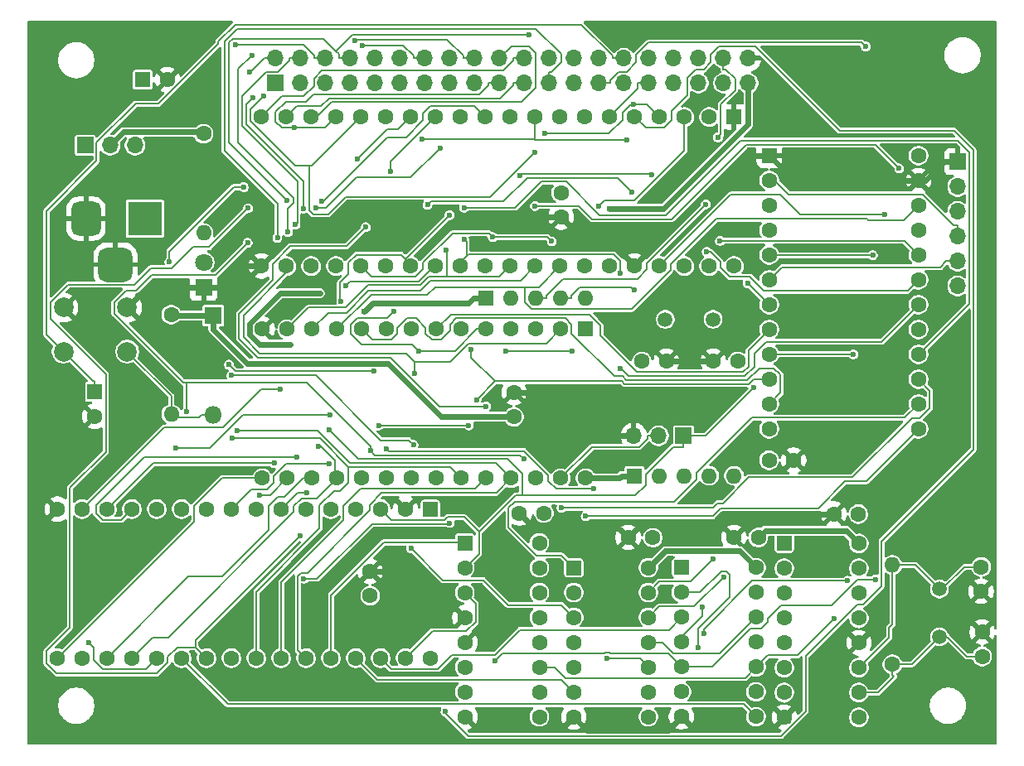
<source format=gtl>
G04 #@! TF.GenerationSoftware,KiCad,Pcbnew,9.0.0*
G04 #@! TF.CreationDate,2025-03-20T10:08:34+09:00*
G04 #@! TF.ProjectId,K6802-SBC,4b363830-322d-4534-9243-2e6b69636164,rev?*
G04 #@! TF.SameCoordinates,Original*
G04 #@! TF.FileFunction,Copper,L1,Top*
G04 #@! TF.FilePolarity,Positive*
%FSLAX46Y46*%
G04 Gerber Fmt 4.6, Leading zero omitted, Abs format (unit mm)*
G04 Created by KiCad (PCBNEW 9.0.0) date 2025-03-20 10:08:34*
%MOMM*%
%LPD*%
G01*
G04 APERTURE LIST*
G04 Aperture macros list*
%AMRoundRect*
0 Rectangle with rounded corners*
0 $1 Rounding radius*
0 $2 $3 $4 $5 $6 $7 $8 $9 X,Y pos of 4 corners*
0 Add a 4 corners polygon primitive as box body*
4,1,4,$2,$3,$4,$5,$6,$7,$8,$9,$2,$3,0*
0 Add four circle primitives for the rounded corners*
1,1,$1+$1,$2,$3*
1,1,$1+$1,$4,$5*
1,1,$1+$1,$6,$7*
1,1,$1+$1,$8,$9*
0 Add four rect primitives between the rounded corners*
20,1,$1+$1,$2,$3,$4,$5,0*
20,1,$1+$1,$4,$5,$6,$7,0*
20,1,$1+$1,$6,$7,$8,$9,0*
20,1,$1+$1,$8,$9,$2,$3,0*%
G04 Aperture macros list end*
G04 #@! TA.AperFunction,ComponentPad*
%ADD10C,1.600000*%
G04 #@! TD*
G04 #@! TA.AperFunction,ComponentPad*
%ADD11RoundRect,0.250000X-0.550000X-0.550000X0.550000X-0.550000X0.550000X0.550000X-0.550000X0.550000X0*%
G04 #@! TD*
G04 #@! TA.AperFunction,ComponentPad*
%ADD12O,1.600000X1.600000*%
G04 #@! TD*
G04 #@! TA.AperFunction,ComponentPad*
%ADD13R,1.700000X1.700000*%
G04 #@! TD*
G04 #@! TA.AperFunction,ComponentPad*
%ADD14O,1.700000X1.700000*%
G04 #@! TD*
G04 #@! TA.AperFunction,ComponentPad*
%ADD15C,2.000000*%
G04 #@! TD*
G04 #@! TA.AperFunction,ComponentPad*
%ADD16C,1.500000*%
G04 #@! TD*
G04 #@! TA.AperFunction,ComponentPad*
%ADD17R,1.600000X1.600000*%
G04 #@! TD*
G04 #@! TA.AperFunction,ComponentPad*
%ADD18R,1.800000X1.800000*%
G04 #@! TD*
G04 #@! TA.AperFunction,ComponentPad*
%ADD19C,1.800000*%
G04 #@! TD*
G04 #@! TA.AperFunction,ComponentPad*
%ADD20RoundRect,0.250000X-0.550000X0.550000X-0.550000X-0.550000X0.550000X-0.550000X0.550000X0.550000X0*%
G04 #@! TD*
G04 #@! TA.AperFunction,ComponentPad*
%ADD21R,3.500000X3.500000*%
G04 #@! TD*
G04 #@! TA.AperFunction,ComponentPad*
%ADD22RoundRect,0.750000X-0.750000X-1.000000X0.750000X-1.000000X0.750000X1.000000X-0.750000X1.000000X0*%
G04 #@! TD*
G04 #@! TA.AperFunction,ComponentPad*
%ADD23RoundRect,0.875000X-0.875000X-0.875000X0.875000X-0.875000X0.875000X0.875000X-0.875000X0.875000X0*%
G04 #@! TD*
G04 #@! TA.AperFunction,ComponentPad*
%ADD24O,1.800000X1.800000*%
G04 #@! TD*
G04 #@! TA.AperFunction,ViaPad*
%ADD25C,0.600000*%
G04 #@! TD*
G04 #@! TA.AperFunction,Conductor*
%ADD26C,0.200000*%
G04 #@! TD*
G04 #@! TA.AperFunction,Conductor*
%ADD27C,0.600000*%
G04 #@! TD*
G04 APERTURE END LIST*
D10*
X143250000Y-100800000D03*
X140750000Y-100800000D03*
X165150000Y-103300000D03*
X162650000Y-103300000D03*
D11*
X166260000Y-64260000D03*
D10*
X166260000Y-66800000D03*
X166260000Y-69340000D03*
X166260000Y-71880000D03*
X166260000Y-74420000D03*
X166260000Y-76960000D03*
X166260000Y-79500000D03*
X166260000Y-82040000D03*
X166260000Y-84580000D03*
X166260000Y-87120000D03*
X166260000Y-89660000D03*
X166260000Y-92200000D03*
X181500000Y-92200000D03*
X181500000Y-89660000D03*
X181500000Y-87120000D03*
X181500000Y-84580000D03*
X181500000Y-82040000D03*
X181500000Y-79500000D03*
X181500000Y-76960000D03*
X181500000Y-74420000D03*
X181500000Y-71880000D03*
X181500000Y-69340000D03*
X181500000Y-66800000D03*
X181500000Y-64260000D03*
X155750000Y-85300000D03*
X153250000Y-85300000D03*
X125500000Y-109250000D03*
X125500000Y-106750000D03*
X145000000Y-68050000D03*
X145000000Y-70550000D03*
X178830000Y-116260000D03*
D12*
X178830000Y-106100000D03*
D10*
X166250000Y-95400000D03*
X168750000Y-95400000D03*
D13*
X115860000Y-56840000D03*
D14*
X115860000Y-54300000D03*
X118400000Y-56840000D03*
X118400000Y-54300000D03*
X120940000Y-56840000D03*
X120940000Y-54300000D03*
X123480000Y-56840000D03*
X123480000Y-54300000D03*
X126020000Y-56840000D03*
X126020000Y-54300000D03*
X128560000Y-56840000D03*
X128560000Y-54300000D03*
X131100000Y-56840000D03*
X131100000Y-54300000D03*
X133640000Y-56840000D03*
X133640000Y-54300000D03*
X136180000Y-56840000D03*
X136180000Y-54300000D03*
X138720000Y-56840000D03*
X138720000Y-54300000D03*
X141260000Y-56840000D03*
X141260000Y-54300000D03*
X143800000Y-56840000D03*
X143800000Y-54300000D03*
X146340000Y-56840000D03*
X146340000Y-54300000D03*
X148880000Y-56840000D03*
X148880000Y-54300000D03*
X151420000Y-56840000D03*
X151420000Y-54300000D03*
X153960000Y-56840000D03*
X153960000Y-54300000D03*
X156500000Y-56840000D03*
X156500000Y-54300000D03*
X159040000Y-56840000D03*
X159040000Y-54300000D03*
X161580000Y-56840000D03*
X161580000Y-54300000D03*
X164120000Y-56840000D03*
X164120000Y-54300000D03*
D15*
X100700000Y-84300000D03*
X94200000Y-84300000D03*
X100700000Y-79800000D03*
X94200000Y-79800000D03*
D10*
X140200000Y-90950000D03*
X140200000Y-88450000D03*
D16*
X155650000Y-81000000D03*
X160530000Y-81000000D03*
D10*
X188000000Y-112970000D03*
X188000000Y-115470000D03*
D17*
X137340000Y-78800000D03*
D12*
X139880000Y-78800000D03*
X142420000Y-78800000D03*
X144960000Y-78800000D03*
X147500000Y-78800000D03*
D10*
X175350000Y-100900000D03*
X172850000Y-100900000D03*
X187900000Y-108810000D03*
X187900000Y-106310000D03*
D13*
X96420000Y-63200000D03*
D14*
X98960000Y-63200000D03*
X101500000Y-63200000D03*
D18*
X108500000Y-77700000D03*
D19*
X108500000Y-75160000D03*
D10*
X154350000Y-103300000D03*
X151850000Y-103300000D03*
D13*
X185500000Y-64880000D03*
D14*
X185500000Y-67420000D03*
X185500000Y-69960000D03*
X185500000Y-72500000D03*
X185500000Y-75040000D03*
X185500000Y-77580000D03*
D16*
X183630000Y-113450000D03*
X183630000Y-108570000D03*
D11*
X157290000Y-106385000D03*
D10*
X157290000Y-108925000D03*
X157290000Y-111465000D03*
X157290000Y-114005000D03*
X157290000Y-116545000D03*
X157290000Y-119085000D03*
X157290000Y-121625000D03*
X164910000Y-121625000D03*
X164910000Y-119085000D03*
X164910000Y-116545000D03*
X164910000Y-114005000D03*
X164910000Y-111465000D03*
X164910000Y-108925000D03*
X164910000Y-106385000D03*
D17*
X152500000Y-97000000D03*
D12*
X155040000Y-97000000D03*
X157580000Y-97000000D03*
X160120000Y-97000000D03*
X162660000Y-97000000D03*
D11*
X167795000Y-103910000D03*
D10*
X167795000Y-106450000D03*
X167795000Y-108990000D03*
X167795000Y-111530000D03*
X167795000Y-114070000D03*
X167795000Y-116610000D03*
X167795000Y-119150000D03*
X167795000Y-121690000D03*
X175415000Y-121690000D03*
X175415000Y-119150000D03*
X175415000Y-116610000D03*
X175415000Y-114070000D03*
X175415000Y-111530000D03*
X175415000Y-108990000D03*
X175415000Y-106450000D03*
X175415000Y-103910000D03*
D20*
X131660000Y-100400000D03*
D10*
X129120000Y-100400000D03*
X126580000Y-100400000D03*
X124040000Y-100400000D03*
X121500000Y-100400000D03*
X118960000Y-100400000D03*
X116420000Y-100400000D03*
X113880000Y-100400000D03*
X111340000Y-100400000D03*
X108800000Y-100400000D03*
X106260000Y-100400000D03*
X103720000Y-100400000D03*
X101180000Y-100400000D03*
X98640000Y-100400000D03*
X96100000Y-100400000D03*
X93560000Y-100400000D03*
X93560000Y-115640000D03*
X96100000Y-115640000D03*
X98640000Y-115640000D03*
X101180000Y-115640000D03*
X103720000Y-115640000D03*
X106260000Y-115640000D03*
X108800000Y-115640000D03*
X111340000Y-115640000D03*
X113880000Y-115640000D03*
X116420000Y-115640000D03*
X118960000Y-115640000D03*
X121500000Y-115640000D03*
X124040000Y-115640000D03*
X126580000Y-115640000D03*
X129120000Y-115640000D03*
X131660000Y-115640000D03*
X105200000Y-80520000D03*
D12*
X105200000Y-90680000D03*
D20*
X147510000Y-82000000D03*
D10*
X144970000Y-82000000D03*
X142430000Y-82000000D03*
X139890000Y-82000000D03*
X137350000Y-82000000D03*
X134810000Y-82000000D03*
X132270000Y-82000000D03*
X129730000Y-82000000D03*
X127190000Y-82000000D03*
X124650000Y-82000000D03*
X122110000Y-82000000D03*
X119570000Y-82000000D03*
X117030000Y-82000000D03*
X114490000Y-82000000D03*
X114490000Y-97240000D03*
X117030000Y-97240000D03*
X119570000Y-97240000D03*
X122110000Y-97240000D03*
X124650000Y-97240000D03*
X127190000Y-97240000D03*
X129730000Y-97240000D03*
X132270000Y-97240000D03*
X134810000Y-97240000D03*
X137350000Y-97240000D03*
X139890000Y-97240000D03*
X142430000Y-97240000D03*
X144970000Y-97240000D03*
X147510000Y-97240000D03*
D21*
X102500000Y-70700000D03*
D22*
X96500000Y-70700000D03*
D23*
X99500000Y-75400000D03*
D17*
X102294900Y-56500000D03*
D10*
X104794900Y-56500000D03*
D13*
X157500000Y-92900000D03*
D14*
X154960000Y-92900000D03*
X152420000Y-92900000D03*
D18*
X109500000Y-80620000D03*
D24*
X109500000Y-90780000D03*
D10*
X108500000Y-62020000D03*
D12*
X108500000Y-72180000D03*
D11*
X135180000Y-103860000D03*
D10*
X135180000Y-106400000D03*
X135180000Y-108940000D03*
X135180000Y-111480000D03*
X135180000Y-114020000D03*
X135180000Y-116560000D03*
X135180000Y-119100000D03*
X135180000Y-121640000D03*
X142800000Y-121640000D03*
X142800000Y-119100000D03*
X142800000Y-116560000D03*
X142800000Y-114020000D03*
X142800000Y-111480000D03*
X142800000Y-108940000D03*
X142800000Y-106400000D03*
X142800000Y-103860000D03*
D20*
X162660000Y-60300000D03*
D10*
X160120000Y-60300000D03*
X157580000Y-60300000D03*
X155040000Y-60300000D03*
X152500000Y-60300000D03*
X149960000Y-60300000D03*
X147420000Y-60300000D03*
X144880000Y-60300000D03*
X142340000Y-60300000D03*
X139800000Y-60300000D03*
X137260000Y-60300000D03*
X134720000Y-60300000D03*
X132180000Y-60300000D03*
X129640000Y-60300000D03*
X127100000Y-60300000D03*
X124560000Y-60300000D03*
X122020000Y-60300000D03*
X119480000Y-60300000D03*
X116940000Y-60300000D03*
X114400000Y-60300000D03*
X114400000Y-75540000D03*
X116940000Y-75540000D03*
X119480000Y-75540000D03*
X122020000Y-75540000D03*
X124560000Y-75540000D03*
X127100000Y-75540000D03*
X129640000Y-75540000D03*
X132180000Y-75540000D03*
X134720000Y-75540000D03*
X137260000Y-75540000D03*
X139800000Y-75540000D03*
X142340000Y-75540000D03*
X144880000Y-75540000D03*
X147420000Y-75540000D03*
X149960000Y-75540000D03*
X152500000Y-75540000D03*
X155040000Y-75540000D03*
X157580000Y-75540000D03*
X160120000Y-75540000D03*
X162660000Y-75540000D03*
D17*
X97400000Y-88400000D03*
D10*
X97400000Y-90900000D03*
D11*
X146300000Y-106400000D03*
D10*
X146300000Y-108940000D03*
X146300000Y-111480000D03*
X146300000Y-114020000D03*
X146300000Y-116560000D03*
X146300000Y-119100000D03*
X146300000Y-121640000D03*
X153920000Y-121640000D03*
X153920000Y-119100000D03*
X153920000Y-116560000D03*
X153920000Y-114020000D03*
X153920000Y-111480000D03*
X153920000Y-108940000D03*
X153920000Y-106400000D03*
X160550000Y-85300000D03*
X163050000Y-85300000D03*
D25*
X179000000Y-121000000D03*
X100500000Y-121000000D03*
X127500000Y-121500000D03*
X93000000Y-60000000D03*
X98500000Y-104500000D03*
X186000000Y-99500000D03*
X181000000Y-96500000D03*
X172000000Y-55500000D03*
X133201500Y-121112200D03*
X159005400Y-114571000D03*
X127190000Y-94274600D03*
X148326000Y-98340200D03*
X159779400Y-69236000D03*
X148859900Y-69414400D03*
X160529000Y-105521700D03*
X161593500Y-107384100D03*
X159402500Y-110423600D03*
X176839500Y-74437100D03*
X130452400Y-84248700D03*
X118998100Y-98697300D03*
X124166800Y-64606400D03*
X127923200Y-80151600D03*
X138031100Y-72584600D03*
X144050300Y-73026900D03*
X146089800Y-84229100D03*
X139351900Y-84229100D03*
X111083300Y-85626200D03*
X125914500Y-86300800D03*
X120560300Y-68927700D03*
X111897800Y-92416300D03*
X117725100Y-61403000D03*
X129685900Y-104406600D03*
X129930500Y-93829100D03*
X111340300Y-86742800D03*
X164687500Y-87967300D03*
X121303900Y-92317200D03*
X138238400Y-115906400D03*
X177120600Y-107578400D03*
X178026400Y-70248000D03*
X118700300Y-69664900D03*
X113503800Y-58367100D03*
X124691100Y-52978600D03*
X121341300Y-95738200D03*
X132633000Y-63534600D03*
X119938100Y-69634700D03*
X118028400Y-95071100D03*
X105008700Y-75144700D03*
X112600900Y-67483200D03*
X116333400Y-88101200D03*
X140810800Y-66255700D03*
X154231600Y-66224900D03*
X161229300Y-72980200D03*
X133262300Y-73896600D03*
X114207500Y-98947300D03*
X151078500Y-76264300D03*
X151011600Y-86018300D03*
X135106500Y-72816700D03*
X120213600Y-93973400D03*
X122549300Y-79148200D03*
X133615700Y-70343100D03*
X135114700Y-69578800D03*
X125587800Y-94446700D03*
X145046100Y-100251800D03*
X141191000Y-95274900D03*
X113001000Y-73173800D03*
X96775900Y-114021500D03*
X106753400Y-90462000D03*
X130028800Y-86493000D03*
X116038100Y-72651000D03*
X111722000Y-52942600D03*
X131361500Y-69280500D03*
X152219700Y-67957200D03*
X159875400Y-74094000D03*
X135580100Y-91837400D03*
X126367400Y-91837400D03*
X114623200Y-58146900D03*
X123935800Y-52525800D03*
X142303200Y-63893600D03*
X152407300Y-58977400D03*
X164069700Y-77309700D03*
X143313400Y-62018700D03*
X172917100Y-111603700D03*
X174848600Y-84580000D03*
X111438100Y-93171200D03*
X113223800Y-55692300D03*
X151717900Y-62618800D03*
X130787900Y-62609700D03*
X121418900Y-90756900D03*
X105644500Y-94127300D03*
X161030800Y-62396600D03*
X113037000Y-69635500D03*
X118330800Y-103166000D03*
X115696200Y-95689800D03*
X142340000Y-69399000D03*
X179524200Y-65563400D03*
X117862200Y-71326200D03*
X135787100Y-84081300D03*
X127590100Y-65906900D03*
X136365100Y-89203900D03*
X133639200Y-101815800D03*
X118739300Y-107513000D03*
X176105200Y-53107000D03*
X147518500Y-101122200D03*
X149713000Y-115700400D03*
X117094600Y-72074400D03*
X113408600Y-53996400D03*
X137350000Y-89879800D03*
X125052000Y-71575400D03*
X159606000Y-113106500D03*
X174231200Y-107720000D03*
X152444700Y-77989000D03*
X117041000Y-68814900D03*
X141745200Y-51910600D03*
X123021500Y-77532500D03*
X149960000Y-69698100D03*
X117426200Y-85500700D03*
X117326400Y-83600200D03*
X120370100Y-78311300D03*
X124910300Y-80211400D03*
D26*
X153628900Y-61428900D02*
X152500000Y-60300000D01*
X155517500Y-61428900D02*
X153628900Y-61428900D01*
X156310000Y-60636400D02*
X155517500Y-61428900D01*
X156310000Y-59656900D02*
X156310000Y-60636400D01*
X157889800Y-58077100D02*
X156310000Y-59656900D01*
X157889800Y-56301800D02*
X157889800Y-58077100D01*
X158741400Y-55450200D02*
X157889800Y-56301800D01*
X159578200Y-55450200D02*
X158741400Y-55450200D01*
X160310000Y-54718400D02*
X159578200Y-55450200D01*
X160310000Y-53912600D02*
X160310000Y-54718400D01*
X161115600Y-53107000D02*
X160310000Y-53912600D01*
X164870000Y-53107000D02*
X161115600Y-53107000D01*
X173482200Y-61719200D02*
X164870000Y-53107000D01*
X185156100Y-61719200D02*
X173482200Y-61719200D01*
X187115700Y-63678800D02*
X185156100Y-61719200D01*
X187115700Y-94286300D02*
X187115700Y-63678800D01*
X177720900Y-103681100D02*
X187115700Y-94286300D01*
X177720900Y-108256400D02*
X177720900Y-103681100D01*
X175858900Y-110118400D02*
X177720900Y-108256400D01*
X175251200Y-110118400D02*
X175858900Y-110118400D01*
X169986500Y-115383100D02*
X175251200Y-110118400D01*
X169986500Y-121077200D02*
X169986500Y-115383100D01*
X167452200Y-123611500D02*
X169986500Y-121077200D01*
X135548800Y-123611500D02*
X167452200Y-123611500D01*
X133201500Y-121264200D02*
X135548800Y-123611500D01*
X133201500Y-121112200D02*
X133201500Y-121264200D01*
X163640000Y-120355000D02*
X164910000Y-121625000D01*
X110975000Y-120355000D02*
X163640000Y-120355000D01*
X106260000Y-115640000D02*
X110975000Y-120355000D01*
X159204000Y-108925000D02*
X157290000Y-108925000D01*
X161392200Y-106736800D02*
X159204000Y-108925000D01*
X161864000Y-106736800D02*
X161392200Y-106736800D01*
X162217700Y-107090500D02*
X161864000Y-106736800D01*
X162217700Y-109408600D02*
X162217700Y-107090500D01*
X159005400Y-112620900D02*
X162217700Y-109408600D01*
X159005400Y-114571000D02*
X159005400Y-112620900D01*
X127680800Y-116740800D02*
X126580000Y-115640000D01*
X132402700Y-116740800D02*
X127680800Y-116740800D01*
X133853500Y-115290000D02*
X132402700Y-116740800D01*
X138238400Y-115290000D02*
X133853500Y-115290000D01*
X140778400Y-112750000D02*
X138238400Y-115290000D01*
X156005000Y-112750000D02*
X140778400Y-112750000D01*
X157290000Y-111465000D02*
X156005000Y-112750000D01*
X127390100Y-94474700D02*
X127190000Y-94274600D01*
X141239800Y-94474700D02*
X127390100Y-94474700D01*
X143700000Y-96934900D02*
X141239800Y-94474700D01*
X143700000Y-97549800D02*
X143700000Y-96934900D01*
X144490400Y-98340200D02*
X143700000Y-97549800D01*
X148326000Y-98340200D02*
X144490400Y-98340200D01*
X155330900Y-114020000D02*
X153920000Y-114020000D01*
X156482000Y-115171100D02*
X155330900Y-114020000D01*
X161203900Y-115171100D02*
X156482000Y-115171100D01*
X164910000Y-111465000D02*
X161203900Y-115171100D01*
X142420000Y-78800000D02*
X143520100Y-78800000D01*
X153770000Y-75245400D02*
X159779400Y-69236000D01*
X153770000Y-75893500D02*
X153770000Y-75245400D01*
X152792600Y-76870900D02*
X153770000Y-75893500D01*
X145221200Y-76870900D02*
X152792600Y-76870900D01*
X143520100Y-78572000D02*
X145221200Y-76870900D01*
X143520100Y-78800000D02*
X143520100Y-78572000D01*
X149429000Y-68845300D02*
X148859900Y-69414400D01*
X152506100Y-68845300D02*
X149429000Y-68845300D01*
X157580000Y-63771400D02*
X152506100Y-68845300D01*
X157580000Y-60300000D02*
X157580000Y-63771400D01*
X158225900Y-107824800D02*
X160529000Y-105521700D01*
X155035200Y-107824800D02*
X158225900Y-107824800D01*
X153920000Y-108940000D02*
X155035200Y-107824800D01*
X186190000Y-106310000D02*
X187900000Y-106310000D01*
X183930000Y-108570000D02*
X186190000Y-106310000D01*
X183630000Y-108570000D02*
X183930000Y-108570000D01*
X181160000Y-106100000D02*
X183630000Y-108570000D01*
X178830000Y-106100000D02*
X181160000Y-106100000D01*
X178830000Y-112170000D02*
X178830000Y-106100000D01*
X178500000Y-112500000D02*
X178830000Y-112170000D01*
X178500000Y-113525000D02*
X178500000Y-112500000D01*
X175415000Y-116610000D02*
X178500000Y-113525000D01*
X148159900Y-94050100D02*
X144970000Y-97240000D01*
X152947400Y-94050100D02*
X148159900Y-94050100D01*
X153809900Y-93187600D02*
X152947400Y-94050100D01*
X153809900Y-92900000D02*
X153809900Y-93187600D01*
X154960000Y-92900000D02*
X153809900Y-92900000D01*
X158612800Y-110364800D02*
X161593500Y-107384100D01*
X155035200Y-110364800D02*
X158612800Y-110364800D01*
X153920000Y-111480000D02*
X155035200Y-110364800D01*
X159402500Y-111375200D02*
X159402500Y-110423600D01*
X157290000Y-113487700D02*
X159402500Y-111375200D01*
X157290000Y-114005000D02*
X157290000Y-113487700D01*
X166277100Y-74437100D02*
X166260000Y-74420000D01*
X176839500Y-74437100D02*
X166277100Y-74437100D01*
X185500000Y-72500000D02*
X185500000Y-71349900D01*
X185090700Y-71349900D02*
X185500000Y-71349900D01*
X181980600Y-68239800D02*
X185090700Y-71349900D01*
X168265600Y-68239800D02*
X181980600Y-68239800D01*
X166825800Y-66800000D02*
X168265600Y-68239800D01*
X166260000Y-66800000D02*
X166825800Y-66800000D01*
X167530000Y-75690000D02*
X166260000Y-76960000D01*
X183699900Y-75690000D02*
X167530000Y-75690000D01*
X184349900Y-75040000D02*
X183699900Y-75690000D01*
X185500000Y-75040000D02*
X184349900Y-75040000D01*
X134186200Y-84248700D02*
X130452400Y-84248700D01*
X136434900Y-82000000D02*
X134186200Y-84248700D01*
X137350000Y-82000000D02*
X136434900Y-82000000D01*
X118122700Y-98697300D02*
X116420000Y-100400000D01*
X118998100Y-98697300D02*
X118122700Y-98697300D01*
X127217000Y-61556200D02*
X124166800Y-64606400D01*
X128383800Y-61556200D02*
X127217000Y-61556200D01*
X129640000Y-60300000D02*
X128383800Y-61556200D01*
X127255700Y-80819100D02*
X127923200Y-80151600D01*
X124231500Y-80819100D02*
X127255700Y-80819100D01*
X123539700Y-81510900D02*
X124231500Y-80819100D01*
X123539700Y-82497800D02*
X123539700Y-81510900D01*
X124630700Y-83588800D02*
X123539700Y-82497800D01*
X129792500Y-83588800D02*
X124630700Y-83588800D01*
X130452400Y-84248700D02*
X129792500Y-83588800D01*
X131868500Y-112891500D02*
X129120000Y-115640000D01*
X135325400Y-112891500D02*
X131868500Y-112891500D01*
X136296100Y-111920800D02*
X135325400Y-112891500D01*
X136296100Y-110056100D02*
X136296100Y-111920800D01*
X135180000Y-108940000D02*
X136296100Y-110056100D01*
X143608000Y-72584600D02*
X144050300Y-73026900D01*
X138031100Y-72584600D02*
X143608000Y-72584600D01*
X139351900Y-84229100D02*
X146089800Y-84229100D01*
X125682400Y-76662400D02*
X124560000Y-75540000D01*
X130121000Y-76662400D02*
X125682400Y-76662400D01*
X130910000Y-75873400D02*
X130121000Y-76662400D01*
X130910000Y-75213500D02*
X130910000Y-75873400D01*
X133906900Y-72216600D02*
X130910000Y-75213500D01*
X137663100Y-72216600D02*
X133906900Y-72216600D01*
X138031100Y-72584600D02*
X137663100Y-72216600D01*
X111757900Y-86300800D02*
X125914500Y-86300800D01*
X111083300Y-85626200D02*
X111757900Y-86300800D01*
X136159800Y-59199800D02*
X137260000Y-60300000D01*
X131682600Y-59199800D02*
X136159800Y-59199800D01*
X130910000Y-59972400D02*
X131682600Y-59199800D01*
X130910000Y-60653000D02*
X130910000Y-59972400D01*
X129167400Y-62395600D02*
X130910000Y-60653000D01*
X127226200Y-62395600D02*
X129167400Y-62395600D01*
X120694100Y-68927700D02*
X127226200Y-62395600D01*
X120560300Y-68927700D02*
X120694100Y-68927700D01*
X138720000Y-56840000D02*
X137569900Y-56840000D01*
X120917000Y-61403000D02*
X117725100Y-61403000D01*
X122020000Y-60300000D02*
X120917000Y-61403000D01*
X137569900Y-57078300D02*
X137569900Y-56840000D01*
X136648800Y-57999400D02*
X137569900Y-57078300D01*
X119717600Y-57999400D02*
X136648800Y-57999400D01*
X118980600Y-58736400D02*
X119717600Y-57999400D01*
X116903900Y-58736400D02*
X118980600Y-58736400D01*
X115821900Y-59818400D02*
X116903900Y-58736400D01*
X115821900Y-60756100D02*
X115821900Y-59818400D01*
X116468800Y-61403000D02*
X115821900Y-60756100D01*
X117725100Y-61403000D02*
X116468800Y-61403000D01*
X138325100Y-95675100D02*
X139890000Y-97240000D01*
X123424400Y-95675100D02*
X138325100Y-95675100D01*
X120165600Y-92416300D02*
X123424400Y-95675100D01*
X111897800Y-92416300D02*
X120165600Y-92416300D01*
X118111300Y-114791300D02*
X118960000Y-115640000D01*
X118111300Y-107265200D02*
X118111300Y-114791300D01*
X118463600Y-106912900D02*
X118111300Y-107265200D01*
X119082800Y-106912900D02*
X118463600Y-106912900D01*
X125451600Y-100544100D02*
X119082800Y-106912900D01*
X125451600Y-99961500D02*
X125451600Y-100544100D01*
X126672700Y-98740400D02*
X125451600Y-99961500D01*
X138389600Y-98740400D02*
X126672700Y-98740400D01*
X139890000Y-97240000D02*
X138389600Y-98740400D01*
X145030000Y-110210000D02*
X146300000Y-111480000D01*
X139614800Y-110210000D02*
X145030000Y-110210000D01*
X137074800Y-107670000D02*
X139614800Y-110210000D01*
X132949300Y-107670000D02*
X137074800Y-107670000D01*
X129685900Y-104406600D02*
X132949300Y-107670000D01*
X119965200Y-86742800D02*
X111340300Y-86742800D01*
X126589800Y-93367400D02*
X119965200Y-86742800D01*
X129468800Y-93367400D02*
X126589800Y-93367400D01*
X129930500Y-93829100D02*
X129468800Y-93367400D01*
X157500000Y-92900000D02*
X157500000Y-94050100D01*
X159754800Y-92900000D02*
X157500000Y-92900000D01*
X164687500Y-87967300D02*
X159754800Y-92900000D01*
X124261600Y-95274900D02*
X121303900Y-92317200D01*
X139521100Y-95274900D02*
X124261600Y-95274900D01*
X141009000Y-96762800D02*
X139521100Y-95274900D01*
X141009000Y-98990900D02*
X141009000Y-96762800D01*
X152580700Y-98990900D02*
X141009000Y-98990900D01*
X153628500Y-97943100D02*
X152580700Y-98990900D01*
X153628500Y-96843400D02*
X153628500Y-97943100D01*
X156421800Y-94050100D02*
X153628500Y-96843400D01*
X157500000Y-94050100D02*
X156421800Y-94050100D01*
X140354800Y-98990900D02*
X136618800Y-102726900D01*
X141009000Y-98990900D02*
X140354800Y-98990900D01*
X136618800Y-104961200D02*
X135180000Y-106400000D01*
X136618800Y-102726900D02*
X136618800Y-104961200D01*
X127694300Y-101514300D02*
X126580000Y-100400000D01*
X133092100Y-101514300D02*
X127694300Y-101514300D01*
X133390700Y-101215700D02*
X133092100Y-101514300D01*
X135107600Y-101215700D02*
X133390700Y-101215700D01*
X136618800Y-102726900D02*
X135107600Y-101215700D01*
X138977900Y-115166900D02*
X138238400Y-115906400D01*
X149397900Y-115166900D02*
X138977900Y-115166900D01*
X149464500Y-115100300D02*
X149397900Y-115166900D01*
X149961600Y-115100300D02*
X149464500Y-115100300D01*
X150028200Y-115166900D02*
X149961600Y-115100300D01*
X155911900Y-115166900D02*
X150028200Y-115166900D01*
X157290000Y-116545000D02*
X155911900Y-115166900D01*
X175270800Y-107578400D02*
X177120600Y-107578400D01*
X172589200Y-110260000D02*
X175270800Y-107578400D01*
X167501800Y-110260000D02*
X172589200Y-110260000D01*
X166150300Y-111611500D02*
X167501800Y-110260000D01*
X166150300Y-111892500D02*
X166150300Y-111611500D01*
X165449400Y-112593400D02*
X166150300Y-111892500D01*
X164356400Y-112593400D02*
X165449400Y-112593400D01*
X160404800Y-116545000D02*
X164356400Y-112593400D01*
X157290000Y-116545000D02*
X160404800Y-116545000D01*
X180108500Y-91051500D02*
X181500000Y-89660000D01*
X164481200Y-91051500D02*
X180108500Y-91051500D01*
X158850000Y-96682700D02*
X164481200Y-91051500D01*
X158850000Y-97350000D02*
X158850000Y-96682700D01*
X156565400Y-99634600D02*
X158850000Y-97350000D01*
X140277000Y-99634600D02*
X156565400Y-99634600D01*
X139641900Y-100269700D02*
X140277000Y-99634600D01*
X139641900Y-102295800D02*
X139641900Y-100269700D01*
X142476100Y-105130000D02*
X139641900Y-102295800D01*
X145030000Y-105130000D02*
X142476100Y-105130000D01*
X146300000Y-106400000D02*
X145030000Y-105130000D01*
X162340200Y-68239800D02*
X155040000Y-75540000D01*
X167417000Y-68239800D02*
X162340200Y-68239800D01*
X169425200Y-70248000D02*
X167417000Y-68239800D01*
X178026400Y-70248000D02*
X169425200Y-70248000D01*
X133776800Y-80493200D02*
X132270000Y-82000000D01*
X147907400Y-80493200D02*
X133776800Y-80493200D01*
X149011100Y-81596900D02*
X147907400Y-80493200D01*
X149011100Y-82644300D02*
X149011100Y-81596900D01*
X152771400Y-86404600D02*
X149011100Y-82644300D01*
X163586800Y-86404600D02*
X152771400Y-86404600D01*
X164156000Y-85835400D02*
X163586800Y-86404600D01*
X164156000Y-84144000D02*
X164156000Y-85835400D01*
X166260000Y-82040000D02*
X164156000Y-84144000D01*
X112820400Y-59050500D02*
X113503800Y-58367100D01*
X112820400Y-61022000D02*
X112820400Y-59050500D01*
X118700300Y-66901900D02*
X112820400Y-61022000D01*
X118700300Y-69664900D02*
X118700300Y-66901900D01*
X129949900Y-54061700D02*
X129949900Y-54300000D01*
X128866800Y-52978600D02*
X129949900Y-54061700D01*
X124691100Y-52978600D02*
X128866800Y-52978600D01*
X131100000Y-54300000D02*
X129949900Y-54300000D01*
X116940300Y-95738200D02*
X121341300Y-95738200D01*
X115618500Y-97060000D02*
X116940300Y-95738200D01*
X115618500Y-97727700D02*
X115618500Y-97060000D01*
X114999100Y-98347100D02*
X115618500Y-97727700D01*
X113392900Y-98347100D02*
X114999100Y-98347100D01*
X111340000Y-100400000D02*
X113392900Y-98347100D01*
X120984800Y-69634700D02*
X119938100Y-69634700D01*
X124112400Y-66507100D02*
X120984800Y-69634700D01*
X129660500Y-66507100D02*
X124112400Y-66507100D01*
X132633000Y-63534600D02*
X129660500Y-66507100D01*
X102411800Y-95071100D02*
X118028400Y-95071100D01*
X97521900Y-99961000D02*
X102411800Y-95071100D01*
X97521900Y-100858600D02*
X97521900Y-99961000D01*
X98168800Y-101505500D02*
X97521900Y-100858600D01*
X100074500Y-101505500D02*
X98168800Y-101505500D01*
X101180000Y-100400000D02*
X100074500Y-101505500D01*
X179987700Y-70852300D02*
X181500000Y-69340000D01*
X176381900Y-70852300D02*
X179987700Y-70852300D01*
X176262500Y-70732900D02*
X176381900Y-70852300D01*
X160831300Y-70732900D02*
X176262500Y-70732900D01*
X156168500Y-75395700D02*
X160831300Y-70732900D01*
X156168500Y-75981500D02*
X156168500Y-75395700D01*
X152205800Y-79944200D02*
X156168500Y-75981500D01*
X141976200Y-79944200D02*
X152205800Y-79944200D01*
X141304900Y-79272900D02*
X141976200Y-79944200D01*
X141304900Y-77699800D02*
X141304900Y-79272900D01*
X142720200Y-77699800D02*
X141304900Y-77699800D01*
X144880000Y-75540000D02*
X142720200Y-77699800D01*
X111573000Y-67483200D02*
X112600900Y-67483200D01*
X105008700Y-74047500D02*
X111573000Y-67483200D01*
X105008700Y-75144700D02*
X105008700Y-74047500D01*
X132144700Y-77699800D02*
X141304900Y-77699800D01*
X131352000Y-78492500D02*
X132144700Y-77699800D01*
X125617500Y-78492500D02*
X131352000Y-78492500D01*
X122110000Y-82000000D02*
X125617500Y-78492500D01*
X180060200Y-72980200D02*
X161229300Y-72980200D01*
X181500000Y-74420000D02*
X180060200Y-72980200D01*
X104449400Y-92050600D02*
X96100000Y-100400000D01*
X110472100Y-92050600D02*
X104449400Y-92050600D01*
X114421500Y-88101200D02*
X110472100Y-92050600D01*
X116333400Y-88101200D02*
X114421500Y-88101200D01*
X140980000Y-66086500D02*
X140810800Y-66255700D01*
X154093200Y-66086500D02*
X140980000Y-66086500D01*
X154231600Y-66224900D02*
X154093200Y-66086500D01*
X133356100Y-73990400D02*
X133262300Y-73896600D01*
X133356100Y-76640100D02*
X133356100Y-73990400D01*
X138699900Y-76640100D02*
X133356100Y-76640100D01*
X139800000Y-75540000D02*
X138699900Y-76640100D01*
X119231900Y-79798100D02*
X117030000Y-82000000D01*
X123016900Y-79798100D02*
X119231900Y-79798100D01*
X125312000Y-77503000D02*
X123016900Y-79798100D01*
X130644000Y-77503000D02*
X125312000Y-77503000D01*
X131506900Y-76640100D02*
X130644000Y-77503000D01*
X133356100Y-76640100D02*
X131506900Y-76640100D01*
X151121200Y-86018300D02*
X151011600Y-86018300D01*
X151927600Y-86824700D02*
X151121200Y-86018300D01*
X163764800Y-86824700D02*
X151927600Y-86824700D01*
X164716500Y-85873000D02*
X163764800Y-86824700D01*
X164716500Y-84524200D02*
X164716500Y-85873000D01*
X165930700Y-83310000D02*
X164716500Y-84524200D01*
X177690000Y-83310000D02*
X165930700Y-83310000D01*
X181500000Y-79500000D02*
X177690000Y-83310000D01*
X115322700Y-98947300D02*
X114207500Y-98947300D01*
X117030000Y-97240000D02*
X115322700Y-98947300D01*
X134720000Y-75169200D02*
X135363700Y-74525500D01*
X134720000Y-75540000D02*
X134720000Y-75169200D01*
X151078500Y-75055000D02*
X151078500Y-76264300D01*
X150388100Y-74364600D02*
X151078500Y-75055000D01*
X135524600Y-74364600D02*
X150388100Y-74364600D01*
X135363700Y-74525500D02*
X135524600Y-74364600D01*
X135363700Y-73073900D02*
X135106500Y-72816700D01*
X135363700Y-74525500D02*
X135363700Y-73073900D01*
X122110000Y-97240000D02*
X121925700Y-97424300D01*
X120213600Y-93973500D02*
X120213600Y-93973400D01*
X120489800Y-93973500D02*
X120213600Y-93973500D01*
X121941500Y-95425200D02*
X120489800Y-93973500D01*
X121941500Y-97408500D02*
X121941500Y-95425200D01*
X121925700Y-97424300D02*
X121941500Y-97408500D01*
X120052600Y-99297400D02*
X121925700Y-97424300D01*
X118506800Y-99297400D02*
X120052600Y-99297400D01*
X117690000Y-100114200D02*
X118506800Y-99297400D01*
X117690000Y-100706200D02*
X117690000Y-100114200D01*
X104891200Y-113505000D02*
X117690000Y-100706200D01*
X103315000Y-113505000D02*
X104891200Y-113505000D01*
X101180000Y-115640000D02*
X103315000Y-113505000D01*
X186680500Y-79399500D02*
X181500000Y-84580000D01*
X186680500Y-63898700D02*
X186680500Y-79399500D01*
X185488800Y-62707000D02*
X186680500Y-63898700D01*
X163323300Y-62707000D02*
X185488800Y-62707000D01*
X155682300Y-70348000D02*
X163323300Y-62707000D01*
X148944600Y-70348000D02*
X155682300Y-70348000D01*
X145510700Y-66914100D02*
X148944600Y-70348000D01*
X142978300Y-66914100D02*
X145510700Y-66914100D01*
X140313600Y-69578800D02*
X142978300Y-66914100D01*
X135114700Y-69578800D02*
X140313600Y-69578800D01*
X129126000Y-74832800D02*
X133615700Y-70343100D01*
X128693800Y-74400600D02*
X129126000Y-74832800D01*
X124093200Y-74400600D02*
X128693800Y-74400600D01*
X123290000Y-75203800D02*
X124093200Y-74400600D01*
X123290000Y-76356100D02*
X123290000Y-75203800D01*
X122413300Y-77232800D02*
X123290000Y-76356100D01*
X122413300Y-79012200D02*
X122413300Y-77232800D01*
X122549300Y-79148200D02*
X122413300Y-79012200D01*
X129640000Y-75346800D02*
X129640000Y-75540000D01*
X129126000Y-74832800D02*
X129640000Y-75346800D01*
X182649600Y-88269600D02*
X181500000Y-87120000D01*
X182649600Y-90071800D02*
X182649600Y-88269600D01*
X181621800Y-91099600D02*
X182649600Y-90071800D01*
X180810300Y-91099600D02*
X181621800Y-91099600D01*
X174774000Y-97135900D02*
X180810300Y-91099600D01*
X164189200Y-97135900D02*
X174774000Y-97135900D01*
X161541600Y-99783500D02*
X164189200Y-97135900D01*
X160975900Y-99783500D02*
X161541600Y-99783500D01*
X160507600Y-100251800D02*
X160975900Y-99783500D01*
X145046100Y-100251800D02*
X160507600Y-100251800D01*
X97294200Y-114539800D02*
X96775900Y-114021500D01*
X97294200Y-115857300D02*
X97294200Y-114539800D01*
X98180500Y-116743600D02*
X97294200Y-115857300D01*
X102616400Y-116743600D02*
X98180500Y-116743600D01*
X103720000Y-115640000D02*
X102616400Y-116743600D01*
X106753400Y-90462000D02*
X106753400Y-87457100D01*
X126015900Y-94874800D02*
X125587800Y-94446700D01*
X140790900Y-94874800D02*
X126015900Y-94874800D01*
X141191000Y-95274900D02*
X140790900Y-94874800D01*
X125587800Y-94008400D02*
X125587800Y-94446700D01*
X119036500Y-87457100D02*
X125587800Y-94008400D01*
X106753400Y-87457100D02*
X119036500Y-87457100D01*
X109694000Y-76480800D02*
X113001000Y-73173800D01*
X103170400Y-76480800D02*
X109694000Y-76480800D01*
X101616100Y-78035100D02*
X103170400Y-76480800D01*
X100579900Y-78035100D02*
X101616100Y-78035100D01*
X99390000Y-79225000D02*
X100579900Y-78035100D01*
X99390000Y-80395600D02*
X99390000Y-79225000D01*
X106451500Y-87457100D02*
X99390000Y-80395600D01*
X106753400Y-87457100D02*
X106451500Y-87457100D01*
X144038300Y-55689900D02*
X143800000Y-55689900D01*
X144999300Y-54728900D02*
X144038300Y-55689900D01*
X144999300Y-53871100D02*
X144999300Y-54728900D01*
X142400400Y-51272200D02*
X144999300Y-53871100D01*
X111939000Y-51272200D02*
X142400400Y-51272200D01*
X110644800Y-52566400D02*
X111939000Y-51272200D01*
X110644800Y-63774200D02*
X110644800Y-52566400D01*
X116038100Y-69167500D02*
X110644800Y-63774200D01*
X116038100Y-72651000D02*
X116038100Y-69167500D01*
X143800000Y-56840000D02*
X143800000Y-55689900D01*
X130028800Y-85320800D02*
X130028800Y-86493000D01*
X133680000Y-85320800D02*
X130028800Y-85320800D01*
X135519600Y-83481200D02*
X133680000Y-85320800D01*
X143488800Y-83481200D02*
X135519600Y-83481200D01*
X144970000Y-82000000D02*
X143488800Y-83481200D01*
X116940000Y-76225900D02*
X116940000Y-75540000D01*
X112565400Y-80600500D02*
X116940000Y-76225900D01*
X112565400Y-82816800D02*
X112565400Y-80600500D01*
X114249100Y-84500500D02*
X112565400Y-82816800D01*
X129208500Y-84500500D02*
X114249100Y-84500500D01*
X130028800Y-85320800D02*
X129208500Y-84500500D01*
X120940000Y-54300000D02*
X119789900Y-54300000D01*
X107530000Y-101670000D02*
X93560000Y-115640000D01*
X107530000Y-100077400D02*
X107530000Y-101670000D01*
X110367400Y-97240000D02*
X107530000Y-100077400D01*
X114490000Y-97240000D02*
X110367400Y-97240000D01*
X119789900Y-54012500D02*
X119789900Y-54300000D01*
X118720000Y-52942600D02*
X119789900Y-54012500D01*
X111722000Y-52942600D02*
X118720000Y-52942600D01*
X180388800Y-78071200D02*
X181500000Y-76960000D01*
X165710700Y-78071200D02*
X180388800Y-78071200D01*
X164280100Y-76640600D02*
X165710700Y-78071200D01*
X162203100Y-76640600D02*
X164280100Y-76640600D01*
X161260200Y-75697700D02*
X162203100Y-76640600D01*
X161260200Y-75113000D02*
X161260200Y-75697700D01*
X160241200Y-74094000D02*
X161260200Y-75113000D01*
X159875400Y-74094000D02*
X160241200Y-74094000D01*
X131699100Y-68942900D02*
X131361500Y-69280500D01*
X139113900Y-68942900D02*
X131699100Y-68942900D01*
X141542800Y-66514000D02*
X139113900Y-68942900D01*
X150776500Y-66514000D02*
X141542800Y-66514000D01*
X152219700Y-67957200D02*
X150776500Y-66514000D01*
X135580100Y-91837400D02*
X126367400Y-91837400D01*
X136180000Y-54300000D02*
X135029900Y-54300000D01*
X124083100Y-52378500D02*
X123935800Y-52525800D01*
X133346700Y-52378500D02*
X124083100Y-52378500D01*
X135029900Y-54061700D02*
X133346700Y-52378500D01*
X135029900Y-54300000D02*
X135029900Y-54061700D01*
X119538200Y-65321800D02*
X119300400Y-65321800D01*
X124560000Y-60300000D02*
X119538200Y-65321800D01*
X113269500Y-59500600D02*
X114623200Y-58146900D01*
X113269500Y-60727800D02*
X113269500Y-59500600D01*
X117863500Y-65321800D02*
X113269500Y-60727800D01*
X119300400Y-65321800D02*
X117863500Y-65321800D01*
X137739000Y-68457800D02*
X142303200Y-63893600D01*
X123010300Y-68457800D02*
X137739000Y-68457800D01*
X121224400Y-70243700D02*
X123010300Y-68457800D01*
X119676100Y-70243700D02*
X121224400Y-70243700D01*
X119300400Y-69868000D02*
X119676100Y-70243700D01*
X119300400Y-65321800D02*
X119300400Y-69868000D01*
X153717400Y-58977400D02*
X152407300Y-58977400D01*
X155040000Y-60300000D02*
X153717400Y-58977400D01*
X152182400Y-58977400D02*
X152407300Y-58977400D01*
X151285600Y-59874200D02*
X152182400Y-58977400D01*
X151285600Y-60595600D02*
X151285600Y-59874200D01*
X149862500Y-62018700D02*
X151285600Y-60595600D01*
X143313400Y-62018700D02*
X149862500Y-62018700D01*
X164069700Y-77309700D02*
X166260000Y-79500000D01*
X163791900Y-117663100D02*
X164910000Y-116545000D01*
X145485900Y-117663100D02*
X163791900Y-117663100D01*
X144382800Y-116560000D02*
X145485900Y-117663100D01*
X142800000Y-116560000D02*
X144382800Y-116560000D01*
X166260000Y-84580000D02*
X174848600Y-84580000D01*
X169180800Y-115340000D02*
X172917100Y-111603700D01*
X166115000Y-115340000D02*
X169180800Y-115340000D01*
X164910000Y-116545000D02*
X166115000Y-115340000D01*
X140109900Y-54538300D02*
X140109900Y-54300000D01*
X139078200Y-55570000D02*
X140109900Y-54538300D01*
X120573500Y-55570000D02*
X139078200Y-55570000D01*
X119789800Y-56353700D02*
X120573500Y-55570000D01*
X119789800Y-57137600D02*
X119789800Y-56353700D01*
X118730500Y-58196900D02*
X119789800Y-57137600D01*
X116503100Y-58196900D02*
X118730500Y-58196900D01*
X114400000Y-60300000D02*
X116503100Y-58196900D01*
X141260000Y-54300000D02*
X140109900Y-54300000D01*
X113880000Y-108844100D02*
X113880000Y-115640000D01*
X120337300Y-102386800D02*
X113880000Y-108844100D01*
X120337300Y-99968600D02*
X120337300Y-102386800D01*
X121790900Y-98515000D02*
X120337300Y-99968600D01*
X122431200Y-98515000D02*
X121790900Y-98515000D01*
X123258800Y-97687400D02*
X122431200Y-98515000D01*
X123258800Y-96075300D02*
X123258800Y-97687400D01*
X133645300Y-96075300D02*
X134810000Y-97240000D01*
X123258800Y-96075300D02*
X133645300Y-96075300D01*
X120354700Y-93171200D02*
X123258800Y-96075300D01*
X111438100Y-93171200D02*
X120354700Y-93171200D01*
X145030000Y-117830000D02*
X146300000Y-119100000D01*
X126230000Y-117830000D02*
X145030000Y-117830000D01*
X124040000Y-115640000D02*
X126230000Y-117830000D01*
X115860000Y-54300000D02*
X114709900Y-54300000D01*
X113317600Y-55692300D02*
X113223800Y-55692300D01*
X114709900Y-54300000D02*
X113317600Y-55692300D01*
X142340000Y-62609700D02*
X142340000Y-60300000D01*
X142349100Y-62618800D02*
X151717900Y-62618800D01*
X142340000Y-62609700D02*
X142349100Y-62618800D01*
X142340000Y-62609700D02*
X130787900Y-62609700D01*
X167401500Y-88518500D02*
X166260000Y-89660000D01*
X167401500Y-86644900D02*
X167401500Y-88518500D01*
X166745300Y-85988700D02*
X167401500Y-86644900D01*
X165251700Y-85988700D02*
X166745300Y-85988700D01*
X164015500Y-87224900D02*
X165251700Y-85988700D01*
X151660600Y-87224900D02*
X164015500Y-87224900D01*
X151260500Y-86824800D02*
X151660600Y-87224900D01*
X150448300Y-86824800D02*
X151260500Y-86824800D01*
X146078300Y-82454800D02*
X150448300Y-86824800D01*
X146078300Y-81511700D02*
X146078300Y-82454800D01*
X145459900Y-80893300D02*
X146078300Y-81511700D01*
X134309200Y-80893300D02*
X145459900Y-80893300D01*
X133685600Y-81516900D02*
X134309200Y-80893300D01*
X133685600Y-82140200D02*
X133685600Y-81516900D01*
X132725700Y-83100100D02*
X133685600Y-82140200D01*
X131814400Y-83100100D02*
X132725700Y-83100100D01*
X131169900Y-82455600D02*
X131814400Y-83100100D01*
X131169900Y-81877500D02*
X131169900Y-82455600D01*
X130188000Y-80895600D02*
X131169900Y-81877500D01*
X129265100Y-80895600D02*
X130188000Y-80895600D01*
X128290100Y-81870600D02*
X129265100Y-80895600D01*
X128290100Y-82455700D02*
X128290100Y-81870600D01*
X127645700Y-83100100D02*
X128290100Y-82455700D01*
X125750100Y-83100100D02*
X127645700Y-83100100D01*
X124650000Y-82000000D02*
X125750100Y-83100100D01*
X112531800Y-90756900D02*
X121418900Y-90756900D01*
X109161400Y-94127300D02*
X112531800Y-90756900D01*
X105644500Y-94127300D02*
X109161400Y-94127300D01*
X161818300Y-55450100D02*
X161580000Y-55450100D01*
X162770600Y-56402400D02*
X161818300Y-55450100D01*
X162770600Y-57549400D02*
X162770600Y-56402400D01*
X161321400Y-58998600D02*
X162770600Y-57549400D01*
X161321400Y-62106000D02*
X161321400Y-58998600D01*
X161030800Y-62396600D02*
X161321400Y-62106000D01*
X161580000Y-54300000D02*
X161580000Y-55450100D01*
X140109900Y-57078300D02*
X140109900Y-56840000D01*
X138788700Y-58399500D02*
X140109900Y-57078300D01*
X121297900Y-58399500D02*
X138788700Y-58399500D01*
X120497500Y-59199900D02*
X121297900Y-58399500D01*
X118040100Y-59199900D02*
X120497500Y-59199900D01*
X116940000Y-60300000D02*
X118040100Y-59199900D01*
X141260000Y-56840000D02*
X140109900Y-56840000D01*
X107685200Y-113811600D02*
X107685200Y-114525200D01*
X118330800Y-103166000D02*
X107685200Y-113811600D01*
X107685200Y-114525200D02*
X108800000Y-115640000D01*
X105819000Y-114525200D02*
X107685200Y-114525200D01*
X104848500Y-115495700D02*
X105819000Y-114525200D01*
X104848500Y-116072100D02*
X104848500Y-115495700D01*
X103726900Y-117193700D02*
X104848500Y-116072100D01*
X93507100Y-117193700D02*
X103726900Y-117193700D01*
X92448300Y-116134900D02*
X93507100Y-117193700D01*
X92448300Y-114906700D02*
X92448300Y-116134900D01*
X94830000Y-112525000D02*
X92448300Y-114906700D01*
X94830000Y-98241400D02*
X94830000Y-112525000D01*
X98508500Y-94562900D02*
X94830000Y-98241400D01*
X98508500Y-86595600D02*
X98508500Y-94562900D01*
X92853400Y-80940500D02*
X98508500Y-86595600D01*
X92853400Y-79243000D02*
X92853400Y-80940500D01*
X94642900Y-77453500D02*
X92853400Y-79243000D01*
X101403200Y-77453500D02*
X94642900Y-77453500D01*
X103111900Y-75744800D02*
X101403200Y-77453500D01*
X105257200Y-75744800D02*
X103111900Y-75744800D01*
X107402700Y-73599300D02*
X105257200Y-75744800D01*
X109073200Y-73599300D02*
X107402700Y-73599300D01*
X113037000Y-69635500D02*
X109073200Y-73599300D01*
X103350200Y-95689800D02*
X115696200Y-95689800D01*
X98640000Y-100400000D02*
X103350200Y-95689800D01*
X118400000Y-54300000D02*
X117249900Y-54300000D01*
X118088700Y-71099700D02*
X117862200Y-71326200D01*
X118088700Y-66856100D02*
X118088700Y-71099700D01*
X112420300Y-61187700D02*
X118088700Y-66856100D01*
X112420300Y-58130500D02*
X112420300Y-61187700D01*
X114861000Y-55689800D02*
X112420300Y-58130500D01*
X116098400Y-55689800D02*
X114861000Y-55689800D01*
X117249900Y-54538300D02*
X116098400Y-55689800D01*
X117249900Y-54300000D02*
X117249900Y-54538300D01*
X140839700Y-77040300D02*
X142340000Y-75540000D01*
X140839700Y-77040400D02*
X140839700Y-77040300D01*
X131672500Y-77040400D02*
X140839700Y-77040400D01*
X130620500Y-78092400D02*
X131672500Y-77040400D01*
X125288300Y-78092400D02*
X130620500Y-78092400D01*
X123066600Y-80314100D02*
X125288300Y-78092400D01*
X121255900Y-80314100D02*
X123066600Y-80314100D01*
X119570000Y-82000000D02*
X121255900Y-80314100D01*
X177111700Y-63150900D02*
X179524200Y-65563400D01*
X163883900Y-63150900D02*
X177111700Y-63150900D01*
X156286600Y-70748200D02*
X163883900Y-63150900D01*
X148196900Y-70748200D02*
X156286600Y-70748200D01*
X146847700Y-69399000D02*
X148196900Y-70748200D01*
X142340000Y-69399000D02*
X146847700Y-69399000D01*
X127590100Y-64889900D02*
X127590100Y-65906900D01*
X132180000Y-60300000D02*
X127590100Y-64889900D01*
X138232200Y-87336800D02*
X136365100Y-89203900D01*
X151206700Y-87336800D02*
X138232200Y-87336800D01*
X151494900Y-87625000D02*
X151206700Y-87336800D01*
X164181200Y-87625000D02*
X151494900Y-87625000D01*
X164686200Y-87120000D02*
X164181200Y-87625000D01*
X166260000Y-87120000D02*
X164686200Y-87120000D01*
X135787100Y-84891700D02*
X135787100Y-84081300D01*
X138232200Y-87336800D02*
X135787100Y-84891700D01*
X120093400Y-107513000D02*
X118739300Y-107513000D01*
X125691900Y-101914500D02*
X120093400Y-107513000D01*
X133540500Y-101914500D02*
X125691900Y-101914500D01*
X133639200Y-101815800D02*
X133540500Y-101914500D01*
X148880000Y-56840000D02*
X150030100Y-56840000D01*
X160485700Y-101122200D02*
X147518500Y-101122200D01*
X161306900Y-100301000D02*
X160485700Y-101122200D01*
X171257900Y-100301000D02*
X161306900Y-100301000D01*
X174022800Y-97536100D02*
X171257900Y-100301000D01*
X176163900Y-97536100D02*
X174022800Y-97536100D01*
X181500000Y-92200000D02*
X176163900Y-97536100D01*
X153060400Y-115700400D02*
X153920000Y-116560000D01*
X149713000Y-115700400D02*
X153060400Y-115700400D01*
X150030100Y-56552400D02*
X150030100Y-56840000D01*
X150892600Y-55689900D02*
X150030100Y-56552400D01*
X151718500Y-55689900D02*
X150892600Y-55689900D01*
X152690000Y-54718400D02*
X151718500Y-55689900D01*
X152690000Y-53934000D02*
X152690000Y-54718400D01*
X153917100Y-52706900D02*
X152690000Y-53934000D01*
X175705100Y-52706900D02*
X153917100Y-52706900D01*
X176105200Y-53107000D02*
X175705100Y-52706900D01*
X117094600Y-69642200D02*
X117094600Y-72074400D01*
X117679100Y-69057700D02*
X117094600Y-69642200D01*
X117679100Y-68604200D02*
X117679100Y-69057700D01*
X112020200Y-62945300D02*
X117679100Y-68604200D01*
X112020200Y-55384800D02*
X112020200Y-62945300D01*
X113408600Y-53996400D02*
X112020200Y-55384800D01*
X135124500Y-103804500D02*
X135180000Y-103860000D01*
X126883200Y-103804500D02*
X135124500Y-103804500D01*
X121500000Y-109187700D02*
X126883200Y-103804500D01*
X121500000Y-115640000D02*
X121500000Y-109187700D01*
X116420000Y-107850200D02*
X116420000Y-115640000D01*
X122770000Y-101500200D02*
X116420000Y-107850200D01*
X122770000Y-100082000D02*
X122770000Y-101500200D01*
X124511800Y-98340200D02*
X122770000Y-100082000D01*
X136249800Y-98340200D02*
X124511800Y-98340200D01*
X137350000Y-97240000D02*
X136249800Y-98340200D01*
X139906900Y-53113100D02*
X138720000Y-54300000D01*
X141745700Y-53113100D02*
X139906900Y-53113100D01*
X142436500Y-53803900D02*
X141745700Y-53113100D01*
X142436500Y-57290100D02*
X142436500Y-53803900D01*
X140926900Y-58799700D02*
X142436500Y-57290100D01*
X121546000Y-58799700D02*
X140926900Y-58799700D01*
X120045700Y-60300000D02*
X121546000Y-58799700D01*
X119480000Y-60300000D02*
X120045700Y-60300000D01*
X137350000Y-89879700D02*
X137350000Y-89879800D01*
X132566900Y-89879700D02*
X137350000Y-89879700D01*
X127587800Y-84900600D02*
X132566900Y-89879700D01*
X114045200Y-84900600D02*
X127587800Y-84900600D01*
X112114600Y-82970000D02*
X114045200Y-84900600D01*
X112114600Y-80414000D02*
X112114600Y-82970000D01*
X115528500Y-77000100D02*
X112114600Y-80414000D01*
X115528500Y-75353500D02*
X115528500Y-77000100D01*
X117382700Y-73499300D02*
X115528500Y-75353500D01*
X123128100Y-73499300D02*
X117382700Y-73499300D01*
X125052000Y-71575400D02*
X123128100Y-73499300D01*
X164538800Y-107720000D02*
X174231200Y-107720000D01*
X159606000Y-112652800D02*
X164538800Y-107720000D01*
X159606000Y-113106500D02*
X159606000Y-112652800D01*
X153960000Y-56840000D02*
X152809900Y-56840000D01*
X152809900Y-57450100D02*
X149960000Y-60300000D01*
X152809900Y-56840000D02*
X152809900Y-57450100D01*
X146060100Y-78572000D02*
X146060100Y-78800000D01*
X146932300Y-77699800D02*
X146060100Y-78572000D01*
X152155500Y-77699800D02*
X146932300Y-77699800D01*
X152444700Y-77989000D02*
X152155500Y-77699800D01*
X144960000Y-78800000D02*
X146060100Y-78800000D01*
X106964500Y-107315500D02*
X98640000Y-115640000D01*
X106964500Y-107315400D02*
X106964500Y-107315500D01*
X110377400Y-107315400D02*
X106964500Y-107315400D01*
X115150000Y-102542800D02*
X110377400Y-107315400D01*
X115150000Y-100086800D02*
X115150000Y-102542800D01*
X116089500Y-99147300D02*
X115150000Y-100086800D01*
X116757400Y-99147300D02*
X116089500Y-99147300D01*
X118664700Y-97240000D02*
X116757400Y-99147300D01*
X119570000Y-97240000D02*
X118664700Y-97240000D01*
X123480000Y-54300000D02*
X122329900Y-54300000D01*
X123451200Y-77102800D02*
X123021500Y-77532500D01*
X130478300Y-77102800D02*
X123451200Y-77102800D01*
X132041100Y-75540000D02*
X130478300Y-77102800D01*
X132180000Y-75540000D02*
X132041100Y-75540000D01*
X122329900Y-53875500D02*
X122329900Y-54300000D01*
X122033600Y-53579200D02*
X122329900Y-53875500D01*
X123702200Y-51910600D02*
X141745200Y-51910600D01*
X122033600Y-53579200D02*
X123702200Y-51910600D01*
X111100900Y-62874800D02*
X117041000Y-68814900D01*
X111100900Y-52700100D02*
X111100900Y-62874800D01*
X111492800Y-52308200D02*
X111100900Y-52700100D01*
X120762600Y-52308200D02*
X111492800Y-52308200D01*
X122033600Y-53579200D02*
X120762600Y-52308200D01*
X186470000Y-115470000D02*
X188000000Y-115470000D01*
X184500000Y-113500000D02*
X186470000Y-115470000D01*
X183680000Y-113500000D02*
X184500000Y-113500000D01*
X183630000Y-113450000D02*
X183680000Y-113500000D01*
X180820000Y-116260000D02*
X183630000Y-113450000D01*
X178830000Y-116260000D02*
X180820000Y-116260000D01*
X178830000Y-117330000D02*
X178830000Y-116260000D01*
X179000000Y-117500000D02*
X178830000Y-117330000D01*
X177350000Y-119150000D02*
X179000000Y-117500000D01*
X175415000Y-119150000D02*
X177350000Y-119150000D01*
X160120000Y-80590000D02*
X160530000Y-81000000D01*
X109500000Y-90780000D02*
X108299900Y-90780000D01*
X151420000Y-54300000D02*
X150269900Y-54300000D01*
X97199900Y-87299900D02*
X94200000Y-84300000D01*
X97400000Y-87299900D02*
X97199900Y-87299900D01*
X97400000Y-88400000D02*
X97400000Y-87299900D01*
X105200000Y-88800000D02*
X100700000Y-84300000D01*
X105200000Y-90680000D02*
X105200000Y-88800000D01*
X108017800Y-91062100D02*
X108299900Y-90780000D01*
X105582100Y-91062100D02*
X108017800Y-91062100D01*
X105200000Y-90680000D02*
X105582100Y-91062100D01*
X92449300Y-82549300D02*
X94200000Y-84300000D01*
X92449300Y-69933500D02*
X92449300Y-82549300D01*
X97570200Y-64812600D02*
X92449300Y-69933500D01*
X97570200Y-62926500D02*
X97570200Y-64812600D01*
X101558100Y-58938600D02*
X97570200Y-62926500D01*
X103912200Y-58938600D02*
X101558100Y-58938600D01*
X110003700Y-52847100D02*
X103912200Y-58938600D01*
X110003700Y-52599500D02*
X110003700Y-52847100D01*
X111731100Y-50872100D02*
X110003700Y-52599500D01*
X147080300Y-50872100D02*
X111731100Y-50872100D01*
X150269900Y-54061700D02*
X147080300Y-50872100D01*
X150269900Y-54300000D02*
X150269900Y-54061700D01*
D27*
X112060100Y-75540000D02*
X114400000Y-75540000D01*
X109900100Y-77700000D02*
X112060100Y-75540000D01*
X108500000Y-77700000D02*
X109900100Y-77700000D01*
X182229900Y-66800000D02*
X184149900Y-64880000D01*
X181500000Y-66800000D02*
X182229900Y-66800000D01*
X185500000Y-64880000D02*
X184149900Y-64880000D01*
X102800000Y-77700000D02*
X100700000Y-79800000D01*
X108500000Y-77700000D02*
X102800000Y-77700000D01*
X155750000Y-85300000D02*
X160550000Y-85300000D01*
X146619900Y-88450000D02*
X140200000Y-88450000D01*
X151069900Y-92900000D02*
X146619900Y-88450000D01*
X152420000Y-92900000D02*
X151069900Y-92900000D01*
X142280000Y-102330000D02*
X140750000Y-100800000D01*
X150880000Y-102330000D02*
X142280000Y-102330000D01*
X151850000Y-103300000D02*
X150880000Y-102330000D01*
X172824900Y-100925100D02*
X172850000Y-100900000D01*
X165024900Y-100925100D02*
X172824900Y-100925100D01*
X162650000Y-103300000D02*
X165024900Y-100925100D01*
X144999800Y-122940200D02*
X146300000Y-121640000D01*
X136480200Y-122940200D02*
X144999800Y-122940200D01*
X135180000Y-121640000D02*
X136480200Y-122940200D01*
X155911300Y-123003700D02*
X157290000Y-121625000D01*
X147663700Y-123003700D02*
X155911300Y-123003700D01*
X146300000Y-121640000D02*
X147663700Y-123003700D01*
X158605200Y-122940200D02*
X157290000Y-121625000D01*
X166544800Y-122940200D02*
X158605200Y-122940200D01*
X167795000Y-121690000D02*
X166544800Y-122940200D01*
X153150100Y-101999900D02*
X151850000Y-103300000D01*
X161349900Y-101999900D02*
X153150100Y-101999900D01*
X162650000Y-103300000D02*
X161349900Y-101999900D01*
X168800000Y-66800000D02*
X166260000Y-64260000D01*
X181500000Y-66800000D02*
X168800000Y-66800000D01*
X152475300Y-75515300D02*
X152475300Y-75408300D01*
X152500000Y-75540000D02*
X152475300Y-75515300D01*
X148415300Y-71348300D02*
X152475300Y-75408300D01*
X145798300Y-71348300D02*
X148415300Y-71348300D01*
X145000000Y-70550000D02*
X145798300Y-71348300D01*
X163623600Y-64260000D02*
X166260000Y-64260000D01*
X152475300Y-75408300D02*
X163623600Y-64260000D01*
X130450000Y-106750000D02*
X125500000Y-106750000D01*
X135180000Y-111480000D02*
X130450000Y-106750000D01*
X117040800Y-72899200D02*
X114400000Y-75540000D01*
X120506000Y-72899200D02*
X117040800Y-72899200D01*
X123324600Y-70080600D02*
X120506000Y-72899200D01*
X131975900Y-70080600D02*
X123324600Y-70080600D01*
X132513500Y-69543000D02*
X131975900Y-70080600D01*
X133947200Y-69543000D02*
X132513500Y-69543000D01*
X134954200Y-70550000D02*
X133947200Y-69543000D01*
X145000000Y-70550000D02*
X134954200Y-70550000D01*
X145000000Y-60420000D02*
X144880000Y-60300000D01*
X165841200Y-102608800D02*
X165150000Y-103300000D01*
X174113800Y-102608800D02*
X165841200Y-102608800D01*
X175415000Y-103910000D02*
X174113800Y-102608800D01*
X165150000Y-106145000D02*
X164910000Y-106385000D01*
X150959900Y-97240000D02*
X151199900Y-97000000D01*
X147510000Y-97240000D02*
X150959900Y-97240000D01*
X152500000Y-97000000D02*
X151199900Y-97000000D01*
X100310200Y-61849800D02*
X98960000Y-63200000D01*
X108329800Y-61849800D02*
X100310200Y-61849800D01*
X108500000Y-62020000D02*
X108329800Y-61849800D01*
X105300000Y-80620000D02*
X105200000Y-80520000D01*
X109500000Y-80620000D02*
X105300000Y-80620000D01*
X109500000Y-80620000D02*
X109500000Y-82020100D01*
X164120000Y-61061500D02*
X164120000Y-56840000D01*
X155483400Y-69698100D02*
X164120000Y-61061500D01*
X149960000Y-69698100D02*
X155483400Y-69698100D01*
X163219100Y-104694100D02*
X164910000Y-106385000D01*
X155625900Y-104694100D02*
X163219100Y-104694100D01*
X153920000Y-106400000D02*
X155625900Y-104694100D01*
X116313400Y-78311300D02*
X120370100Y-78311300D01*
X113177700Y-81447000D02*
X116313400Y-78311300D01*
X113177700Y-82553300D02*
X113177700Y-81447000D01*
X114224600Y-83600200D02*
X113177700Y-82553300D01*
X117326400Y-83600200D02*
X114224600Y-83600200D01*
X137340000Y-78800000D02*
X136039900Y-78800000D01*
X112980600Y-85500700D02*
X117426200Y-85500700D01*
X109500000Y-82020100D02*
X112980600Y-85500700D01*
X132788500Y-90950000D02*
X140200000Y-90950000D01*
X127339200Y-85500700D02*
X132788500Y-90950000D01*
X117426200Y-85500700D02*
X127339200Y-85500700D01*
X135526600Y-79313300D02*
X136039900Y-78800000D01*
X125808400Y-79313300D02*
X135526600Y-79313300D01*
X124910300Y-80211400D02*
X125808400Y-79313300D01*
G04 #@! TA.AperFunction,Conductor*
G36*
X111445406Y-50520185D02*
G01*
X111491161Y-50572989D01*
X111501105Y-50642147D01*
X111472080Y-50705703D01*
X111466048Y-50712181D01*
X109763241Y-52414987D01*
X109763235Y-52414995D01*
X109723682Y-52483504D01*
X109723679Y-52483509D01*
X109703200Y-52559939D01*
X109703200Y-52671266D01*
X109683515Y-52738305D01*
X109666881Y-52758947D01*
X106247014Y-56178813D01*
X106185691Y-56212298D01*
X106115999Y-56207314D01*
X106060066Y-56165442D01*
X106041402Y-56129451D01*
X105999654Y-56000968D01*
X105906759Y-55818650D01*
X105874374Y-55774077D01*
X105874374Y-55774076D01*
X105194900Y-56453551D01*
X105194900Y-56447339D01*
X105167641Y-56345606D01*
X105114980Y-56254394D01*
X105040506Y-56179920D01*
X104949294Y-56127259D01*
X104847561Y-56100000D01*
X104841346Y-56100000D01*
X105520822Y-55420524D01*
X105520821Y-55420523D01*
X105476259Y-55388147D01*
X105476250Y-55388141D01*
X105293931Y-55295244D01*
X105099317Y-55232009D01*
X104897217Y-55200000D01*
X104692583Y-55200000D01*
X104490482Y-55232009D01*
X104295868Y-55295244D01*
X104113544Y-55388143D01*
X104068977Y-55420523D01*
X104068977Y-55420524D01*
X104748454Y-56100000D01*
X104742239Y-56100000D01*
X104640506Y-56127259D01*
X104549294Y-56179920D01*
X104474820Y-56254394D01*
X104422159Y-56345606D01*
X104394900Y-56447339D01*
X104394900Y-56453553D01*
X103715424Y-55774077D01*
X103715423Y-55774077D01*
X103683043Y-55818644D01*
X103590144Y-56000968D01*
X103537331Y-56163510D01*
X103497893Y-56221185D01*
X103433534Y-56248383D01*
X103364688Y-56236468D01*
X103313212Y-56189224D01*
X103295400Y-56125191D01*
X103295400Y-55680249D01*
X103295399Y-55680247D01*
X103283768Y-55621770D01*
X103283767Y-55621769D01*
X103239452Y-55555447D01*
X103173130Y-55511132D01*
X103173129Y-55511131D01*
X103114652Y-55499500D01*
X103114648Y-55499500D01*
X101475152Y-55499500D01*
X101475147Y-55499500D01*
X101416670Y-55511131D01*
X101416669Y-55511132D01*
X101350347Y-55555447D01*
X101306032Y-55621769D01*
X101306031Y-55621770D01*
X101294400Y-55680247D01*
X101294400Y-57319752D01*
X101306031Y-57378229D01*
X101306032Y-57378230D01*
X101350347Y-57444552D01*
X101416669Y-57488867D01*
X101416670Y-57488868D01*
X101475147Y-57500499D01*
X101475150Y-57500500D01*
X101475152Y-57500500D01*
X103114650Y-57500500D01*
X103114651Y-57500499D01*
X103129468Y-57497552D01*
X103173129Y-57488868D01*
X103173129Y-57488867D01*
X103173131Y-57488867D01*
X103239452Y-57444552D01*
X103283767Y-57378231D01*
X103283767Y-57378229D01*
X103283768Y-57378229D01*
X103295399Y-57319752D01*
X103295400Y-57319750D01*
X103295400Y-56874808D01*
X103315085Y-56807769D01*
X103367889Y-56762014D01*
X103437047Y-56752070D01*
X103500603Y-56781095D01*
X103537331Y-56836489D01*
X103590144Y-56999031D01*
X103683041Y-57181350D01*
X103683047Y-57181359D01*
X103715423Y-57225921D01*
X103715424Y-57225922D01*
X104394900Y-56546446D01*
X104394900Y-56552661D01*
X104422159Y-56654394D01*
X104474820Y-56745606D01*
X104549294Y-56820080D01*
X104640506Y-56872741D01*
X104742239Y-56900000D01*
X104748453Y-56900000D01*
X104068976Y-57579474D01*
X104113550Y-57611859D01*
X104295868Y-57704754D01*
X104424351Y-57746502D01*
X104482026Y-57785940D01*
X104509224Y-57850299D01*
X104497309Y-57919145D01*
X104473713Y-57952114D01*
X103824048Y-58601781D01*
X103762725Y-58635266D01*
X103736367Y-58638100D01*
X101518538Y-58638100D01*
X101491433Y-58645363D01*
X101442108Y-58658579D01*
X101442107Y-58658580D01*
X101391881Y-58687579D01*
X101391880Y-58687580D01*
X101373590Y-58698139D01*
X101373587Y-58698141D01*
X97679498Y-62392230D01*
X97618175Y-62425715D01*
X97548483Y-62420731D01*
X97492550Y-62378859D01*
X97470200Y-62328740D01*
X97458868Y-62271770D01*
X97458867Y-62271769D01*
X97414552Y-62205447D01*
X97348230Y-62161132D01*
X97348229Y-62161131D01*
X97289752Y-62149500D01*
X97289748Y-62149500D01*
X95550252Y-62149500D01*
X95550247Y-62149500D01*
X95491770Y-62161131D01*
X95491769Y-62161132D01*
X95425447Y-62205447D01*
X95381132Y-62271769D01*
X95381131Y-62271770D01*
X95369500Y-62330247D01*
X95369500Y-64069752D01*
X95381131Y-64128229D01*
X95381132Y-64128230D01*
X95425447Y-64194552D01*
X95491769Y-64238867D01*
X95491770Y-64238868D01*
X95550247Y-64250499D01*
X95550250Y-64250500D01*
X95550252Y-64250500D01*
X97145700Y-64250500D01*
X97212739Y-64270185D01*
X97258494Y-64322989D01*
X97269700Y-64374500D01*
X97269700Y-64636767D01*
X97250015Y-64703806D01*
X97233381Y-64724448D01*
X92208841Y-69748987D01*
X92208835Y-69748995D01*
X92169282Y-69817504D01*
X92169279Y-69817509D01*
X92162556Y-69842600D01*
X92148800Y-69893938D01*
X92148800Y-82588862D01*
X92161082Y-82634699D01*
X92169279Y-82665290D01*
X92169280Y-82665291D01*
X92179107Y-82682312D01*
X92189788Y-82700812D01*
X92208840Y-82733811D01*
X92208842Y-82733813D01*
X93100283Y-83625254D01*
X93133768Y-83686577D01*
X93128784Y-83756269D01*
X93123087Y-83769229D01*
X93087455Y-83839160D01*
X93029059Y-84018881D01*
X92999500Y-84205513D01*
X92999500Y-84394486D01*
X93029059Y-84581118D01*
X93087454Y-84760836D01*
X93165201Y-84913421D01*
X93173240Y-84929199D01*
X93284310Y-85082073D01*
X93417927Y-85215690D01*
X93570801Y-85326760D01*
X93643918Y-85364015D01*
X93739163Y-85412545D01*
X93739165Y-85412545D01*
X93739168Y-85412547D01*
X93802159Y-85433014D01*
X93918881Y-85470940D01*
X94105514Y-85500500D01*
X94105519Y-85500500D01*
X94294486Y-85500500D01*
X94481118Y-85470940D01*
X94494367Y-85466635D01*
X94660832Y-85412547D01*
X94730769Y-85376911D01*
X94799436Y-85364015D01*
X94864177Y-85390291D01*
X94874744Y-85399715D01*
X96662848Y-87187819D01*
X96696333Y-87249142D01*
X96691349Y-87318834D01*
X96649477Y-87374767D01*
X96586257Y-87398346D01*
X96586312Y-87398903D01*
X96584211Y-87399109D01*
X96584013Y-87399184D01*
X96583142Y-87399215D01*
X96580247Y-87399500D01*
X96521770Y-87411131D01*
X96521769Y-87411132D01*
X96455447Y-87455447D01*
X96411132Y-87521769D01*
X96411131Y-87521770D01*
X96399500Y-87580247D01*
X96399500Y-89219752D01*
X96411131Y-89278229D01*
X96411132Y-89278230D01*
X96455447Y-89344552D01*
X96521769Y-89388867D01*
X96521770Y-89388868D01*
X96580247Y-89400499D01*
X96580250Y-89400500D01*
X96580252Y-89400500D01*
X97025191Y-89400500D01*
X97092230Y-89420185D01*
X97137985Y-89472989D01*
X97147929Y-89542147D01*
X97118904Y-89605703D01*
X97063510Y-89642431D01*
X96900968Y-89695244D01*
X96718644Y-89788143D01*
X96674077Y-89820523D01*
X96674077Y-89820524D01*
X97353553Y-90500000D01*
X97347339Y-90500000D01*
X97245606Y-90527259D01*
X97154394Y-90579920D01*
X97079920Y-90654394D01*
X97027259Y-90745606D01*
X97000000Y-90847339D01*
X97000000Y-90853553D01*
X96320524Y-90174077D01*
X96320523Y-90174077D01*
X96288143Y-90218644D01*
X96195244Y-90400968D01*
X96132009Y-90595582D01*
X96100000Y-90797682D01*
X96100000Y-91002317D01*
X96132009Y-91204417D01*
X96195244Y-91399031D01*
X96288141Y-91581350D01*
X96288147Y-91581359D01*
X96320523Y-91625921D01*
X96320524Y-91625922D01*
X97000000Y-90946446D01*
X97000000Y-90952661D01*
X97027259Y-91054394D01*
X97079920Y-91145606D01*
X97154394Y-91220080D01*
X97245606Y-91272741D01*
X97347339Y-91300000D01*
X97353552Y-91300000D01*
X96674076Y-91979474D01*
X96718650Y-92011859D01*
X96900968Y-92104755D01*
X97095582Y-92167990D01*
X97297683Y-92200000D01*
X97502317Y-92200000D01*
X97704417Y-92167990D01*
X97899031Y-92104755D01*
X98027705Y-92039192D01*
X98096374Y-92026296D01*
X98161115Y-92052572D01*
X98201372Y-92109679D01*
X98208000Y-92149677D01*
X98208000Y-94387067D01*
X98188315Y-94454106D01*
X98171681Y-94474748D01*
X94589541Y-98056887D01*
X94589535Y-98056895D01*
X94549982Y-98125404D01*
X94549979Y-98125409D01*
X94529500Y-98201839D01*
X94529500Y-99254130D01*
X94509815Y-99321169D01*
X94457011Y-99366924D01*
X94387853Y-99376868D01*
X94332615Y-99354448D01*
X94241352Y-99288142D01*
X94059031Y-99195244D01*
X93864417Y-99132009D01*
X93662317Y-99100000D01*
X93457683Y-99100000D01*
X93255582Y-99132009D01*
X93060968Y-99195244D01*
X92878644Y-99288143D01*
X92834077Y-99320523D01*
X92834077Y-99320524D01*
X93513553Y-100000000D01*
X93507339Y-100000000D01*
X93405606Y-100027259D01*
X93314394Y-100079920D01*
X93239920Y-100154394D01*
X93187259Y-100245606D01*
X93160000Y-100347339D01*
X93160000Y-100353553D01*
X92480524Y-99674077D01*
X92480523Y-99674077D01*
X92448143Y-99718644D01*
X92355244Y-99900968D01*
X92292009Y-100095582D01*
X92260000Y-100297682D01*
X92260000Y-100502317D01*
X92292009Y-100704417D01*
X92355244Y-100899031D01*
X92448141Y-101081350D01*
X92448147Y-101081359D01*
X92480523Y-101125921D01*
X92480524Y-101125922D01*
X93160000Y-100446446D01*
X93160000Y-100452661D01*
X93187259Y-100554394D01*
X93239920Y-100645606D01*
X93314394Y-100720080D01*
X93405606Y-100772741D01*
X93507339Y-100800000D01*
X93513552Y-100800000D01*
X92834076Y-101479474D01*
X92878650Y-101511859D01*
X93060968Y-101604755D01*
X93255582Y-101667990D01*
X93457683Y-101700000D01*
X93662317Y-101700000D01*
X93864417Y-101667990D01*
X94059031Y-101604755D01*
X94241349Y-101511859D01*
X94332614Y-101445551D01*
X94398420Y-101422071D01*
X94466474Y-101437896D01*
X94515169Y-101488001D01*
X94529500Y-101545869D01*
X94529500Y-112349167D01*
X94509815Y-112416206D01*
X94493181Y-112436848D01*
X92207841Y-114722187D01*
X92207835Y-114722195D01*
X92168282Y-114790704D01*
X92168279Y-114790709D01*
X92158336Y-114827819D01*
X92147800Y-114867138D01*
X92147800Y-116174462D01*
X92154884Y-116200899D01*
X92168279Y-116250890D01*
X92168281Y-116250895D01*
X92199253Y-116304539D01*
X92199254Y-116304540D01*
X92207840Y-116319411D01*
X92207842Y-116319414D01*
X92739369Y-116850940D01*
X93266640Y-117378211D01*
X93322589Y-117434160D01*
X93322591Y-117434161D01*
X93322595Y-117434164D01*
X93391104Y-117473717D01*
X93391111Y-117473721D01*
X93467538Y-117494200D01*
X93467540Y-117494200D01*
X103766460Y-117494200D01*
X103766462Y-117494200D01*
X103842889Y-117473721D01*
X103911411Y-117434160D01*
X103967360Y-117378211D01*
X105088960Y-116256611D01*
X105113726Y-116213714D01*
X105128521Y-116188089D01*
X105143976Y-116130410D01*
X105146277Y-116124403D01*
X105163707Y-116101538D01*
X105178665Y-116076998D01*
X105184621Y-116074104D01*
X105188636Y-116068838D01*
X105215656Y-116059028D01*
X105241511Y-116046468D01*
X105248086Y-116047254D01*
X105254311Y-116044994D01*
X105282347Y-116051350D01*
X105310887Y-116054762D01*
X105315992Y-116058977D01*
X105322452Y-116060442D01*
X105342601Y-116080946D01*
X105364766Y-116099247D01*
X105371420Y-116110274D01*
X105371424Y-116110278D01*
X105371424Y-116110281D01*
X105371433Y-116110295D01*
X105373368Y-116113915D01*
X105482860Y-116277781D01*
X105482863Y-116277785D01*
X105622214Y-116417136D01*
X105622218Y-116417139D01*
X105786079Y-116526628D01*
X105786092Y-116526635D01*
X105936188Y-116588806D01*
X105968165Y-116602051D01*
X105968169Y-116602051D01*
X105968170Y-116602052D01*
X106161456Y-116640500D01*
X106161459Y-116640500D01*
X106358543Y-116640500D01*
X106488582Y-116614632D01*
X106551835Y-116602051D01*
X106648702Y-116561926D01*
X106718169Y-116554457D01*
X106780649Y-116585731D01*
X106783835Y-116588806D01*
X110734540Y-120539511D01*
X110790489Y-120595460D01*
X110790491Y-120595461D01*
X110790495Y-120595464D01*
X110840788Y-120624500D01*
X110859011Y-120635021D01*
X110935438Y-120655500D01*
X111014562Y-120655500D01*
X132672474Y-120655500D01*
X132739513Y-120675185D01*
X132785268Y-120727989D01*
X132795212Y-120797147D01*
X132779862Y-120841497D01*
X132768147Y-120861789D01*
X132735108Y-120919012D01*
X132721874Y-120968405D01*
X132701000Y-121046308D01*
X132701000Y-121178092D01*
X132711180Y-121216086D01*
X132735108Y-121305387D01*
X132759809Y-121348170D01*
X132801000Y-121419514D01*
X132894186Y-121512700D01*
X133008314Y-121578592D01*
X133008315Y-121578592D01*
X133008316Y-121578593D01*
X133089062Y-121600228D01*
X133144651Y-121632322D01*
X135308340Y-123796011D01*
X135364289Y-123851960D01*
X135364291Y-123851961D01*
X135364295Y-123851964D01*
X135432804Y-123891517D01*
X135432811Y-123891521D01*
X135509238Y-123912000D01*
X135509240Y-123912000D01*
X167491760Y-123912000D01*
X167491762Y-123912000D01*
X167568189Y-123891521D01*
X167636711Y-123851960D01*
X167692660Y-123796011D01*
X169700128Y-121788543D01*
X174414499Y-121788543D01*
X174452947Y-121981829D01*
X174452950Y-121981839D01*
X174528364Y-122163907D01*
X174528371Y-122163920D01*
X174637860Y-122327781D01*
X174637863Y-122327785D01*
X174777214Y-122467136D01*
X174777218Y-122467139D01*
X174941079Y-122576628D01*
X174941092Y-122576635D01*
X175095278Y-122640500D01*
X175123165Y-122652051D01*
X175123169Y-122652051D01*
X175123170Y-122652052D01*
X175316456Y-122690500D01*
X175316459Y-122690500D01*
X175513543Y-122690500D01*
X175643582Y-122664632D01*
X175706835Y-122652051D01*
X175888914Y-122576632D01*
X176052782Y-122467139D01*
X176192139Y-122327782D01*
X176301632Y-122163914D01*
X176377051Y-121981835D01*
X176415500Y-121788541D01*
X176415500Y-121591459D01*
X176415500Y-121591456D01*
X176377052Y-121398170D01*
X176377051Y-121398169D01*
X176377051Y-121398165D01*
X176356343Y-121348170D01*
X176301635Y-121216092D01*
X176301628Y-121216079D01*
X176192139Y-121052218D01*
X176192136Y-121052214D01*
X176052785Y-120912863D01*
X176052781Y-120912860D01*
X175888920Y-120803371D01*
X175888907Y-120803364D01*
X175706839Y-120727950D01*
X175706829Y-120727947D01*
X175513543Y-120689500D01*
X175513541Y-120689500D01*
X175316459Y-120689500D01*
X175316457Y-120689500D01*
X175123170Y-120727947D01*
X175123160Y-120727950D01*
X174941092Y-120803364D01*
X174941079Y-120803371D01*
X174777218Y-120912860D01*
X174777214Y-120912863D01*
X174637863Y-121052214D01*
X174637860Y-121052218D01*
X174528371Y-121216079D01*
X174528364Y-121216092D01*
X174452950Y-121398160D01*
X174452947Y-121398170D01*
X174414500Y-121591456D01*
X174414500Y-121591459D01*
X174414500Y-121788541D01*
X174414500Y-121788543D01*
X174414499Y-121788543D01*
X169700128Y-121788543D01*
X170226960Y-121261711D01*
X170256624Y-121210331D01*
X170266521Y-121193189D01*
X170287000Y-121116762D01*
X170287000Y-120378711D01*
X182649500Y-120378711D01*
X182649500Y-120621288D01*
X182681161Y-120861785D01*
X182743947Y-121096104D01*
X182836773Y-121320205D01*
X182836777Y-121320214D01*
X182844254Y-121333165D01*
X182958064Y-121530289D01*
X182958066Y-121530292D01*
X182958067Y-121530293D01*
X183105733Y-121722736D01*
X183105739Y-121722743D01*
X183277256Y-121894260D01*
X183277263Y-121894266D01*
X183363034Y-121960080D01*
X183469711Y-122041936D01*
X183679788Y-122163224D01*
X183903900Y-122256054D01*
X184138211Y-122318838D01*
X184318586Y-122342584D01*
X184378711Y-122350500D01*
X184378712Y-122350500D01*
X184621289Y-122350500D01*
X184669388Y-122344167D01*
X184861789Y-122318838D01*
X185096100Y-122256054D01*
X185320212Y-122163224D01*
X185530289Y-122041936D01*
X185722738Y-121894265D01*
X185894265Y-121722738D01*
X186041936Y-121530289D01*
X186163224Y-121320212D01*
X186256054Y-121096100D01*
X186318838Y-120861789D01*
X186350500Y-120621288D01*
X186350500Y-120378712D01*
X186318838Y-120138211D01*
X186256054Y-119903900D01*
X186163224Y-119679788D01*
X186041936Y-119469711D01*
X185894265Y-119277262D01*
X185894260Y-119277256D01*
X185722743Y-119105739D01*
X185722736Y-119105733D01*
X185530293Y-118958067D01*
X185530292Y-118958066D01*
X185530289Y-118958064D01*
X185358661Y-118858974D01*
X185320214Y-118836777D01*
X185320205Y-118836773D01*
X185096104Y-118743947D01*
X184861785Y-118681161D01*
X184621289Y-118649500D01*
X184621288Y-118649500D01*
X184378712Y-118649500D01*
X184378711Y-118649500D01*
X184138214Y-118681161D01*
X183903895Y-118743947D01*
X183679794Y-118836773D01*
X183679785Y-118836777D01*
X183469706Y-118958067D01*
X183277263Y-119105733D01*
X183277256Y-119105739D01*
X183105739Y-119277256D01*
X183105733Y-119277263D01*
X182958067Y-119469706D01*
X182836777Y-119679785D01*
X182836773Y-119679794D01*
X182743947Y-119903895D01*
X182681161Y-120138214D01*
X182649500Y-120378711D01*
X170287000Y-120378711D01*
X170287000Y-115558932D01*
X170306685Y-115491893D01*
X170323314Y-115471256D01*
X174209237Y-111585332D01*
X174270558Y-111551849D01*
X174340250Y-111556833D01*
X174396183Y-111598705D01*
X174418533Y-111648823D01*
X174452947Y-111821829D01*
X174452950Y-111821839D01*
X174528364Y-112003907D01*
X174528371Y-112003920D01*
X174637860Y-112167781D01*
X174637863Y-112167785D01*
X174777214Y-112307136D01*
X174777218Y-112307139D01*
X174941079Y-112416628D01*
X174941092Y-112416635D01*
X175123160Y-112492049D01*
X175123165Y-112492051D01*
X175255674Y-112518409D01*
X175304061Y-112528034D01*
X175365972Y-112560419D01*
X175400546Y-112621134D01*
X175396807Y-112690904D01*
X175355940Y-112747576D01*
X175299269Y-112772124D01*
X175110581Y-112802010D01*
X174915968Y-112865244D01*
X174733644Y-112958143D01*
X174689077Y-112990523D01*
X174689077Y-112990524D01*
X175368554Y-113670000D01*
X175362339Y-113670000D01*
X175260606Y-113697259D01*
X175169394Y-113749920D01*
X175094920Y-113824394D01*
X175042259Y-113915606D01*
X175015000Y-114017339D01*
X175015000Y-114023553D01*
X174335524Y-113344077D01*
X174335523Y-113344077D01*
X174303143Y-113388644D01*
X174210244Y-113570968D01*
X174147009Y-113765582D01*
X174115000Y-113967682D01*
X174115000Y-114172317D01*
X174147009Y-114374417D01*
X174210244Y-114569031D01*
X174303141Y-114751350D01*
X174303147Y-114751359D01*
X174335523Y-114795921D01*
X174335524Y-114795922D01*
X175015000Y-114116446D01*
X175015000Y-114122661D01*
X175042259Y-114224394D01*
X175094920Y-114315606D01*
X175169394Y-114390080D01*
X175260606Y-114442741D01*
X175362339Y-114470000D01*
X175368553Y-114470000D01*
X174689076Y-115149474D01*
X174733650Y-115181859D01*
X174915968Y-115274755D01*
X175110582Y-115337990D01*
X175299268Y-115367875D01*
X175362403Y-115397804D01*
X175399334Y-115457116D01*
X175398336Y-115526978D01*
X175359726Y-115585211D01*
X175304062Y-115611965D01*
X175123170Y-115647947D01*
X175123160Y-115647950D01*
X174941092Y-115723364D01*
X174941079Y-115723371D01*
X174777218Y-115832860D01*
X174777214Y-115832863D01*
X174637863Y-115972214D01*
X174637860Y-115972218D01*
X174528371Y-116136079D01*
X174528364Y-116136092D01*
X174452950Y-116318160D01*
X174452947Y-116318170D01*
X174414500Y-116511456D01*
X174414500Y-116511459D01*
X174414500Y-116708541D01*
X174414500Y-116708543D01*
X174414499Y-116708543D01*
X174452947Y-116901829D01*
X174452950Y-116901839D01*
X174528364Y-117083907D01*
X174528371Y-117083920D01*
X174637860Y-117247781D01*
X174637863Y-117247785D01*
X174777214Y-117387136D01*
X174777218Y-117387139D01*
X174941079Y-117496628D01*
X174941092Y-117496635D01*
X175091570Y-117558964D01*
X175123165Y-117572051D01*
X175123169Y-117572051D01*
X175123170Y-117572052D01*
X175316456Y-117610500D01*
X175316459Y-117610500D01*
X175513543Y-117610500D01*
X175643582Y-117584632D01*
X175706835Y-117572051D01*
X175888914Y-117496632D01*
X176052782Y-117387139D01*
X176192139Y-117247782D01*
X176301632Y-117083914D01*
X176377051Y-116901835D01*
X176400200Y-116785458D01*
X176415500Y-116708543D01*
X176415500Y-116511456D01*
X176377052Y-116318170D01*
X176377051Y-116318169D01*
X176377051Y-116318165D01*
X176336925Y-116221294D01*
X176329457Y-116151828D01*
X176360732Y-116089349D01*
X176363777Y-116086192D01*
X178740460Y-113709511D01*
X178745362Y-113701020D01*
X178780021Y-113640989D01*
X178800500Y-113564562D01*
X178800500Y-112675833D01*
X178820185Y-112608794D01*
X178836819Y-112588152D01*
X178932922Y-112492049D01*
X179070460Y-112354511D01*
X179071367Y-112352940D01*
X179110021Y-112285989D01*
X179130500Y-112209562D01*
X179130500Y-107141315D01*
X179150185Y-107074276D01*
X179202989Y-107028521D01*
X179207002Y-107026773D01*
X179303914Y-106986632D01*
X179467782Y-106877139D01*
X179607139Y-106737782D01*
X179716632Y-106573914D01*
X179754066Y-106483541D01*
X179756755Y-106477048D01*
X179800595Y-106422644D01*
X179866889Y-106400579D01*
X179871316Y-106400500D01*
X180984167Y-106400500D01*
X181051206Y-106420185D01*
X181071848Y-106436819D01*
X182719460Y-108084431D01*
X182752945Y-108145754D01*
X182747961Y-108215446D01*
X182746341Y-108219563D01*
X182716026Y-108292752D01*
X182716024Y-108292756D01*
X182679500Y-108476379D01*
X182679500Y-108663620D01*
X182716025Y-108847243D01*
X182716027Y-108847251D01*
X182787676Y-109020228D01*
X182787681Y-109020237D01*
X182891697Y-109175907D01*
X182891700Y-109175911D01*
X183024088Y-109308299D01*
X183024092Y-109308302D01*
X183179762Y-109412318D01*
X183179771Y-109412323D01*
X183183612Y-109413914D01*
X183352749Y-109483973D01*
X183536379Y-109520499D01*
X183536383Y-109520500D01*
X183536384Y-109520500D01*
X183723617Y-109520500D01*
X183723618Y-109520499D01*
X183907251Y-109483973D01*
X184080231Y-109412322D01*
X184235908Y-109308302D01*
X184368302Y-109175908D01*
X184472322Y-109020231D01*
X184543973Y-108847251D01*
X184571735Y-108707682D01*
X184577515Y-108678625D01*
X184580499Y-108663619D01*
X184580500Y-108663617D01*
X184580500Y-108476384D01*
X184578453Y-108466092D01*
X184571544Y-108431360D01*
X184577770Y-108361772D01*
X184605478Y-108319491D01*
X186278152Y-106646819D01*
X186339475Y-106613334D01*
X186365833Y-106610500D01*
X186858684Y-106610500D01*
X186925723Y-106630185D01*
X186971478Y-106682989D01*
X186973245Y-106687048D01*
X187013364Y-106783907D01*
X187013371Y-106783920D01*
X187122860Y-106947781D01*
X187122863Y-106947785D01*
X187262214Y-107087136D01*
X187262218Y-107087139D01*
X187426079Y-107196628D01*
X187426092Y-107196635D01*
X187601142Y-107269142D01*
X187608165Y-107272051D01*
X187608169Y-107272051D01*
X187608170Y-107272052D01*
X187677112Y-107285766D01*
X187739023Y-107318151D01*
X187773597Y-107378867D01*
X187769857Y-107448636D01*
X187728990Y-107505308D01*
X187672318Y-107529856D01*
X187595582Y-107542009D01*
X187400968Y-107605244D01*
X187218644Y-107698143D01*
X187174077Y-107730523D01*
X187174077Y-107730524D01*
X187853554Y-108410000D01*
X187847339Y-108410000D01*
X187745606Y-108437259D01*
X187654394Y-108489920D01*
X187579920Y-108564394D01*
X187527259Y-108655606D01*
X187500000Y-108757339D01*
X187500000Y-108763553D01*
X186820524Y-108084077D01*
X186820523Y-108084077D01*
X186788143Y-108128644D01*
X186695244Y-108310968D01*
X186632009Y-108505582D01*
X186600000Y-108707682D01*
X186600000Y-108912317D01*
X186632009Y-109114417D01*
X186695244Y-109309031D01*
X186788141Y-109491350D01*
X186788147Y-109491359D01*
X186820523Y-109535921D01*
X186820524Y-109535922D01*
X187500000Y-108856446D01*
X187500000Y-108862661D01*
X187527259Y-108964394D01*
X187579920Y-109055606D01*
X187654394Y-109130080D01*
X187745606Y-109182741D01*
X187847339Y-109210000D01*
X187853553Y-109210000D01*
X187174076Y-109889474D01*
X187218650Y-109921859D01*
X187400968Y-110014755D01*
X187595582Y-110077990D01*
X187797683Y-110110000D01*
X188002317Y-110110000D01*
X188204417Y-110077990D01*
X188399031Y-110014755D01*
X188581349Y-109921859D01*
X188625921Y-109889474D01*
X187946447Y-109210000D01*
X187952661Y-109210000D01*
X188054394Y-109182741D01*
X188145606Y-109130080D01*
X188220080Y-109055606D01*
X188272741Y-108964394D01*
X188300000Y-108862661D01*
X188300000Y-108856447D01*
X188979474Y-109535921D01*
X189011859Y-109491349D01*
X189104755Y-109309031D01*
X189167990Y-109114417D01*
X189200000Y-108912317D01*
X189200000Y-108707682D01*
X189167990Y-108505582D01*
X189104755Y-108310968D01*
X189011859Y-108128650D01*
X188979474Y-108084077D01*
X188979474Y-108084076D01*
X188300000Y-108763551D01*
X188300000Y-108757339D01*
X188272741Y-108655606D01*
X188220080Y-108564394D01*
X188145606Y-108489920D01*
X188054394Y-108437259D01*
X187952661Y-108410000D01*
X187946446Y-108410000D01*
X188625922Y-107730524D01*
X188625921Y-107730523D01*
X188581359Y-107698147D01*
X188581350Y-107698141D01*
X188399031Y-107605244D01*
X188204417Y-107542009D01*
X188127681Y-107529856D01*
X188064546Y-107499927D01*
X188027615Y-107440615D01*
X188028613Y-107370753D01*
X188067223Y-107312520D01*
X188122888Y-107285766D01*
X188162430Y-107277900D01*
X188191835Y-107272051D01*
X188350185Y-107206461D01*
X188373907Y-107196635D01*
X188373907Y-107196634D01*
X188373914Y-107196632D01*
X188537782Y-107087139D01*
X188677139Y-106947782D01*
X188786632Y-106783914D01*
X188862051Y-106601835D01*
X188879824Y-106512483D01*
X188900500Y-106408543D01*
X188900500Y-106211456D01*
X188862052Y-106018170D01*
X188862051Y-106018169D01*
X188862051Y-106018165D01*
X188858429Y-106009421D01*
X188786635Y-105836092D01*
X188786628Y-105836079D01*
X188677139Y-105672218D01*
X188677136Y-105672214D01*
X188537785Y-105532863D01*
X188537781Y-105532860D01*
X188373920Y-105423371D01*
X188373907Y-105423364D01*
X188191839Y-105347950D01*
X188191829Y-105347947D01*
X187998543Y-105309500D01*
X187998541Y-105309500D01*
X187801459Y-105309500D01*
X187801457Y-105309500D01*
X187608170Y-105347947D01*
X187608160Y-105347950D01*
X187426092Y-105423364D01*
X187426079Y-105423371D01*
X187262218Y-105532860D01*
X187262214Y-105532863D01*
X187122863Y-105672214D01*
X187122860Y-105672218D01*
X187013371Y-105836079D01*
X187013364Y-105836092D01*
X186973245Y-105932952D01*
X186929405Y-105987356D01*
X186863111Y-106009421D01*
X186858684Y-106009500D01*
X186150438Y-106009500D01*
X186074010Y-106029978D01*
X186005489Y-106069540D01*
X186005486Y-106069542D01*
X184312315Y-107762712D01*
X184250992Y-107796197D01*
X184181300Y-107791213D01*
X184155743Y-107778133D01*
X184080237Y-107727681D01*
X184080228Y-107727676D01*
X183907251Y-107656027D01*
X183907243Y-107656025D01*
X183723620Y-107619500D01*
X183723616Y-107619500D01*
X183536384Y-107619500D01*
X183536379Y-107619500D01*
X183352756Y-107656024D01*
X183352752Y-107656026D01*
X183352750Y-107656026D01*
X183352749Y-107656027D01*
X183329423Y-107665689D01*
X183279563Y-107686341D01*
X183210094Y-107693808D01*
X183147615Y-107662533D01*
X183144431Y-107659460D01*
X181344512Y-105859541D01*
X181344511Y-105859540D01*
X181314442Y-105842180D01*
X181314442Y-105842179D01*
X181314438Y-105842178D01*
X181301022Y-105834432D01*
X181275990Y-105819979D01*
X181275991Y-105819979D01*
X181237775Y-105809739D01*
X181199562Y-105799500D01*
X181199560Y-105799500D01*
X179871316Y-105799500D01*
X179804277Y-105779815D01*
X179758522Y-105727011D01*
X179756755Y-105722952D01*
X179716635Y-105626092D01*
X179716628Y-105626079D01*
X179607139Y-105462218D01*
X179607136Y-105462214D01*
X179467785Y-105322863D01*
X179467781Y-105322860D01*
X179303920Y-105213371D01*
X179303907Y-105213364D01*
X179121839Y-105137950D01*
X179121829Y-105137947D01*
X178928543Y-105099500D01*
X178928541Y-105099500D01*
X178731459Y-105099500D01*
X178731457Y-105099500D01*
X178538170Y-105137947D01*
X178538160Y-105137950D01*
X178356092Y-105213364D01*
X178356074Y-105213374D01*
X178214290Y-105308111D01*
X178147613Y-105328989D01*
X178080233Y-105310504D01*
X178033543Y-105258525D01*
X178021400Y-105205009D01*
X178021400Y-103856933D01*
X178041085Y-103789894D01*
X178057719Y-103769252D01*
X182704552Y-99122419D01*
X187356160Y-94470811D01*
X187395722Y-94402288D01*
X187416200Y-94325862D01*
X187416200Y-94246738D01*
X187416200Y-63639238D01*
X187395721Y-63562811D01*
X187393386Y-63558766D01*
X187356164Y-63494295D01*
X187356158Y-63494287D01*
X185340612Y-61478741D01*
X185340604Y-61478735D01*
X185272095Y-61439182D01*
X185272090Y-61439179D01*
X185233407Y-61428814D01*
X185195662Y-61418700D01*
X185195660Y-61418700D01*
X173658033Y-61418700D01*
X173590994Y-61399015D01*
X173570352Y-61382381D01*
X166066682Y-53878711D01*
X184149500Y-53878711D01*
X184149500Y-54121288D01*
X184181161Y-54361785D01*
X184243947Y-54596104D01*
X184327409Y-54797598D01*
X184336776Y-54820212D01*
X184458064Y-55030289D01*
X184458066Y-55030292D01*
X184458067Y-55030293D01*
X184605733Y-55222736D01*
X184605739Y-55222743D01*
X184777256Y-55394260D01*
X184777263Y-55394266D01*
X184849161Y-55449435D01*
X184969711Y-55541936D01*
X185179788Y-55663224D01*
X185403900Y-55756054D01*
X185638211Y-55818838D01*
X185805298Y-55840835D01*
X185878711Y-55850500D01*
X185878712Y-55850500D01*
X186121289Y-55850500D01*
X186194702Y-55840835D01*
X186361789Y-55818838D01*
X186596100Y-55756054D01*
X186820212Y-55663224D01*
X187030289Y-55541936D01*
X187222738Y-55394265D01*
X187394265Y-55222738D01*
X187541936Y-55030289D01*
X187663224Y-54820212D01*
X187756054Y-54596100D01*
X187818838Y-54361789D01*
X187850500Y-54121288D01*
X187850500Y-53878712D01*
X187849243Y-53869167D01*
X187835443Y-53764338D01*
X187818838Y-53638211D01*
X187756054Y-53403900D01*
X187663224Y-53179788D01*
X187541936Y-52969711D01*
X187467449Y-52872637D01*
X187394266Y-52777263D01*
X187394260Y-52777256D01*
X187222743Y-52605739D01*
X187222736Y-52605733D01*
X187030293Y-52458067D01*
X187030292Y-52458066D01*
X187030289Y-52458064D01*
X186820212Y-52336776D01*
X186820205Y-52336773D01*
X186596104Y-52243947D01*
X186361785Y-52181161D01*
X186121289Y-52149500D01*
X186121288Y-52149500D01*
X185878712Y-52149500D01*
X185878711Y-52149500D01*
X185638214Y-52181161D01*
X185403895Y-52243947D01*
X185179794Y-52336773D01*
X185179785Y-52336777D01*
X184969706Y-52458067D01*
X184777263Y-52605733D01*
X184777256Y-52605739D01*
X184605739Y-52777256D01*
X184605733Y-52777263D01*
X184458067Y-52969706D01*
X184336777Y-53179785D01*
X184336773Y-53179794D01*
X184243947Y-53403895D01*
X184181161Y-53638214D01*
X184149500Y-53878711D01*
X166066682Y-53878711D01*
X165407052Y-53219081D01*
X165373567Y-53157758D01*
X165378551Y-53088066D01*
X165420423Y-53032133D01*
X165485887Y-53007716D01*
X165494733Y-53007400D01*
X175480700Y-53007400D01*
X175547739Y-53027085D01*
X175593494Y-53079889D01*
X175604700Y-53131400D01*
X175604700Y-53172892D01*
X175617076Y-53219081D01*
X175638808Y-53300187D01*
X175661681Y-53339803D01*
X175704700Y-53414314D01*
X175797886Y-53507500D01*
X175912014Y-53573392D01*
X176039308Y-53607500D01*
X176039310Y-53607500D01*
X176171090Y-53607500D01*
X176171092Y-53607500D01*
X176298386Y-53573392D01*
X176412514Y-53507500D01*
X176505700Y-53414314D01*
X176571592Y-53300186D01*
X176605700Y-53172892D01*
X176605700Y-53041108D01*
X176571592Y-52913814D01*
X176505700Y-52799686D01*
X176412514Y-52706500D01*
X176336441Y-52662579D01*
X176298387Y-52640608D01*
X176234739Y-52623554D01*
X176171092Y-52606500D01*
X176081033Y-52606500D01*
X176054101Y-52598592D01*
X176026437Y-52593834D01*
X176018448Y-52588123D01*
X176013994Y-52586815D01*
X175997282Y-52573943D01*
X175995285Y-52572114D01*
X175889611Y-52466440D01*
X175875103Y-52458064D01*
X175837992Y-52436638D01*
X175821090Y-52426879D01*
X175776738Y-52414995D01*
X175744662Y-52406400D01*
X153877538Y-52406400D01*
X153816405Y-52422781D01*
X153801107Y-52426880D01*
X153747098Y-52458063D01*
X153747097Y-52458064D01*
X153732590Y-52466439D01*
X153732587Y-52466441D01*
X152505490Y-53693538D01*
X152505489Y-53693540D01*
X152490195Y-53708834D01*
X152476079Y-53722950D01*
X152414755Y-53756434D01*
X152345063Y-53751448D01*
X152289131Y-53709576D01*
X152285296Y-53704157D01*
X152278203Y-53693542D01*
X152235977Y-53630345D01*
X152235975Y-53630342D01*
X152089657Y-53484024D01*
X151975129Y-53407500D01*
X151917598Y-53369059D01*
X151895194Y-53359779D01*
X151726420Y-53289870D01*
X151726412Y-53289868D01*
X151523469Y-53249500D01*
X151523465Y-53249500D01*
X151316535Y-53249500D01*
X151316530Y-53249500D01*
X151113587Y-53289868D01*
X151113579Y-53289870D01*
X150922403Y-53369058D01*
X150750342Y-53484024D01*
X150604025Y-53630341D01*
X150604022Y-53630345D01*
X150551578Y-53708834D01*
X150497966Y-53753639D01*
X150428641Y-53762346D01*
X150365614Y-53732192D01*
X150360795Y-53727624D01*
X147345352Y-50712181D01*
X147311867Y-50650858D01*
X147316851Y-50581166D01*
X147358723Y-50525233D01*
X147424187Y-50500816D01*
X147433033Y-50500500D01*
X189375500Y-50500500D01*
X189442539Y-50520185D01*
X189488294Y-50572989D01*
X189499500Y-50624500D01*
X189499500Y-112595191D01*
X189479815Y-112662230D01*
X189427011Y-112707985D01*
X189357853Y-112717929D01*
X189294297Y-112688904D01*
X189257569Y-112633510D01*
X189204755Y-112470968D01*
X189111859Y-112288650D01*
X189079474Y-112244077D01*
X189079474Y-112244076D01*
X188400000Y-112923551D01*
X188400000Y-112917339D01*
X188372741Y-112815606D01*
X188320080Y-112724394D01*
X188245606Y-112649920D01*
X188154394Y-112597259D01*
X188052661Y-112570000D01*
X188046446Y-112570000D01*
X188725922Y-111890524D01*
X188725921Y-111890523D01*
X188681359Y-111858147D01*
X188681350Y-111858141D01*
X188499031Y-111765244D01*
X188304417Y-111702009D01*
X188102317Y-111670000D01*
X187897683Y-111670000D01*
X187695582Y-111702009D01*
X187500968Y-111765244D01*
X187318644Y-111858143D01*
X187274077Y-111890523D01*
X187274077Y-111890524D01*
X187953554Y-112570000D01*
X187947339Y-112570000D01*
X187845606Y-112597259D01*
X187754394Y-112649920D01*
X187679920Y-112724394D01*
X187627259Y-112815606D01*
X187600000Y-112917339D01*
X187600000Y-112923553D01*
X186920524Y-112244077D01*
X186920523Y-112244077D01*
X186888143Y-112288644D01*
X186795244Y-112470968D01*
X186732009Y-112665582D01*
X186700000Y-112867682D01*
X186700000Y-113072317D01*
X186732009Y-113274417D01*
X186795244Y-113469031D01*
X186888141Y-113651350D01*
X186888147Y-113651359D01*
X186920523Y-113695921D01*
X186920524Y-113695922D01*
X187600000Y-113016446D01*
X187600000Y-113022661D01*
X187627259Y-113124394D01*
X187679920Y-113215606D01*
X187754394Y-113290080D01*
X187845606Y-113342741D01*
X187947339Y-113370000D01*
X187953553Y-113370000D01*
X187274076Y-114049474D01*
X187318650Y-114081859D01*
X187500968Y-114174755D01*
X187695576Y-114237988D01*
X187772317Y-114250142D01*
X187835452Y-114280071D01*
X187872384Y-114339383D01*
X187871386Y-114409245D01*
X187832777Y-114467478D01*
X187777113Y-114494233D01*
X187708169Y-114507947D01*
X187708160Y-114507950D01*
X187526092Y-114583364D01*
X187526079Y-114583371D01*
X187362218Y-114692860D01*
X187362214Y-114692863D01*
X187222863Y-114832214D01*
X187222860Y-114832218D01*
X187113371Y-114996079D01*
X187113364Y-114996092D01*
X187073245Y-115092952D01*
X187029405Y-115147356D01*
X186963111Y-115169421D01*
X186958684Y-115169500D01*
X186645833Y-115169500D01*
X186578794Y-115149815D01*
X186558152Y-115133181D01*
X184684512Y-113259541D01*
X184684507Y-113259537D01*
X184615992Y-113219980D01*
X184608483Y-113216870D01*
X184608974Y-113215683D01*
X184556387Y-113183623D01*
X184533587Y-113147674D01*
X184481804Y-113022661D01*
X184472322Y-112999769D01*
X184472320Y-112999766D01*
X184472318Y-112999762D01*
X184426845Y-112931707D01*
X184368302Y-112844092D01*
X184368299Y-112844088D01*
X184235911Y-112711700D01*
X184235907Y-112711697D01*
X184080237Y-112607681D01*
X184080228Y-112607676D01*
X183907251Y-112536027D01*
X183907243Y-112536025D01*
X183723620Y-112499500D01*
X183723616Y-112499500D01*
X183536384Y-112499500D01*
X183536379Y-112499500D01*
X183352756Y-112536025D01*
X183352748Y-112536027D01*
X183179771Y-112607676D01*
X183179762Y-112607681D01*
X183024092Y-112711697D01*
X183024088Y-112711700D01*
X182891700Y-112844088D01*
X182891697Y-112844092D01*
X182787681Y-112999762D01*
X182787676Y-112999771D01*
X182716027Y-113172748D01*
X182716025Y-113172756D01*
X182679500Y-113356379D01*
X182679500Y-113543620D01*
X182714485Y-113719500D01*
X182716027Y-113727251D01*
X182727745Y-113755542D01*
X182746340Y-113800433D01*
X182753809Y-113869903D01*
X182722534Y-113932382D01*
X182719460Y-113935567D01*
X180731848Y-115923181D01*
X180670525Y-115956666D01*
X180644167Y-115959500D01*
X179871316Y-115959500D01*
X179804277Y-115939815D01*
X179758522Y-115887011D01*
X179756755Y-115882952D01*
X179716635Y-115786092D01*
X179716628Y-115786079D01*
X179607139Y-115622218D01*
X179607136Y-115622214D01*
X179467785Y-115482863D01*
X179467781Y-115482860D01*
X179303920Y-115373371D01*
X179303907Y-115373364D01*
X179121839Y-115297950D01*
X179121829Y-115297947D01*
X178928543Y-115259500D01*
X178928541Y-115259500D01*
X178731459Y-115259500D01*
X178731457Y-115259500D01*
X178538170Y-115297947D01*
X178538160Y-115297950D01*
X178356092Y-115373364D01*
X178356079Y-115373371D01*
X178192218Y-115482860D01*
X178192214Y-115482863D01*
X178052863Y-115622214D01*
X178052860Y-115622218D01*
X177943371Y-115786079D01*
X177943364Y-115786092D01*
X177867950Y-115968160D01*
X177867947Y-115968170D01*
X177829500Y-116161456D01*
X177829500Y-116161459D01*
X177829500Y-116358541D01*
X177829500Y-116358543D01*
X177829499Y-116358543D01*
X177867947Y-116551829D01*
X177867950Y-116551839D01*
X177943364Y-116733907D01*
X177943371Y-116733920D01*
X178052860Y-116897781D01*
X178052863Y-116897785D01*
X178192217Y-117037139D01*
X178356080Y-117146628D01*
X178356086Y-117146632D01*
X178452953Y-117186755D01*
X178462159Y-117194173D01*
X178473473Y-117197606D01*
X178488863Y-117215692D01*
X178507355Y-117230594D01*
X178512232Y-117243156D01*
X178518752Y-117250818D01*
X178523052Y-117271020D01*
X178528391Y-117284771D01*
X178529500Y-117293008D01*
X178529500Y-117369562D01*
X178549979Y-117445989D01*
X178550130Y-117446251D01*
X178551273Y-117454739D01*
X178547144Y-117481733D01*
X178546494Y-117509039D01*
X178541786Y-117516762D01*
X178540709Y-117523805D01*
X178530309Y-117535591D01*
X178516063Y-117558964D01*
X177261848Y-118813181D01*
X177200525Y-118846666D01*
X177174167Y-118849500D01*
X176456316Y-118849500D01*
X176389277Y-118829815D01*
X176343522Y-118777011D01*
X176341755Y-118772952D01*
X176301635Y-118676092D01*
X176301628Y-118676079D01*
X176192139Y-118512218D01*
X176192136Y-118512214D01*
X176052785Y-118372863D01*
X176052781Y-118372860D01*
X175888920Y-118263371D01*
X175888907Y-118263364D01*
X175706839Y-118187950D01*
X175706829Y-118187947D01*
X175513543Y-118149500D01*
X175513541Y-118149500D01*
X175316459Y-118149500D01*
X175316457Y-118149500D01*
X175123170Y-118187947D01*
X175123160Y-118187950D01*
X174941092Y-118263364D01*
X174941079Y-118263371D01*
X174777218Y-118372860D01*
X174777214Y-118372863D01*
X174637863Y-118512214D01*
X174637860Y-118512218D01*
X174528371Y-118676079D01*
X174528364Y-118676092D01*
X174452950Y-118858160D01*
X174452947Y-118858170D01*
X174414500Y-119051456D01*
X174414500Y-119051459D01*
X174414500Y-119248541D01*
X174414500Y-119248543D01*
X174414499Y-119248543D01*
X174452947Y-119441829D01*
X174452950Y-119441839D01*
X174528364Y-119623907D01*
X174528371Y-119623920D01*
X174637860Y-119787781D01*
X174637863Y-119787785D01*
X174777214Y-119927136D01*
X174777218Y-119927139D01*
X174941079Y-120036628D01*
X174941092Y-120036635D01*
X175095278Y-120100500D01*
X175123165Y-120112051D01*
X175123169Y-120112051D01*
X175123170Y-120112052D01*
X175316456Y-120150500D01*
X175316459Y-120150500D01*
X175513543Y-120150500D01*
X175643582Y-120124632D01*
X175706835Y-120112051D01*
X175888914Y-120036632D01*
X176052782Y-119927139D01*
X176192139Y-119787782D01*
X176301632Y-119623914D01*
X176322346Y-119573907D01*
X176341755Y-119527048D01*
X176385595Y-119472644D01*
X176451889Y-119450579D01*
X176456316Y-119450500D01*
X177389560Y-119450500D01*
X177389562Y-119450500D01*
X177465989Y-119430021D01*
X177534511Y-119390460D01*
X177590460Y-119334511D01*
X179240460Y-117684511D01*
X179280021Y-117615988D01*
X179300500Y-117539562D01*
X179300500Y-117460438D01*
X179280021Y-117384012D01*
X179244727Y-117322881D01*
X179228255Y-117254981D01*
X179251108Y-117188955D01*
X179299179Y-117150692D01*
X179298543Y-117149502D01*
X179303902Y-117146636D01*
X179303914Y-117146632D01*
X179467782Y-117037139D01*
X179607139Y-116897782D01*
X179716632Y-116733914D01*
X179745595Y-116663992D01*
X179756755Y-116637048D01*
X179800595Y-116582644D01*
X179866889Y-116560579D01*
X179871316Y-116560500D01*
X180859560Y-116560500D01*
X180859562Y-116560500D01*
X180935989Y-116540021D01*
X181004511Y-116500460D01*
X181060460Y-116444511D01*
X183144433Y-114360536D01*
X183205754Y-114327053D01*
X183275446Y-114332037D01*
X183279497Y-114333631D01*
X183352749Y-114363973D01*
X183536379Y-114400499D01*
X183536383Y-114400500D01*
X183536384Y-114400500D01*
X183723617Y-114400500D01*
X183723618Y-114400499D01*
X183907251Y-114363973D01*
X184080231Y-114292322D01*
X184235908Y-114188302D01*
X184368302Y-114055908D01*
X184389555Y-114024099D01*
X184443164Y-113979295D01*
X184512489Y-113970586D01*
X184575517Y-114000739D01*
X184580338Y-114005309D01*
X186285489Y-115710460D01*
X186334130Y-115738543D01*
X186348074Y-115746594D01*
X186354012Y-115750022D01*
X186430438Y-115770500D01*
X186509562Y-115770500D01*
X186958684Y-115770500D01*
X187025723Y-115790185D01*
X187071478Y-115842989D01*
X187073245Y-115847048D01*
X187113364Y-115943907D01*
X187113371Y-115943920D01*
X187222860Y-116107781D01*
X187222863Y-116107785D01*
X187362214Y-116247136D01*
X187362218Y-116247139D01*
X187526079Y-116356628D01*
X187526092Y-116356635D01*
X187698764Y-116428157D01*
X187708165Y-116432051D01*
X187708169Y-116432051D01*
X187708170Y-116432052D01*
X187901456Y-116470500D01*
X187901459Y-116470500D01*
X188098543Y-116470500D01*
X188229195Y-116444511D01*
X188291835Y-116432051D01*
X188446925Y-116367811D01*
X188473907Y-116356635D01*
X188473907Y-116356634D01*
X188473914Y-116356632D01*
X188637782Y-116247139D01*
X188777139Y-116107782D01*
X188886632Y-115943914D01*
X188962051Y-115761835D01*
X188983346Y-115654779D01*
X189000500Y-115568543D01*
X189000500Y-115371456D01*
X188962052Y-115178170D01*
X188962051Y-115178169D01*
X188962051Y-115178165D01*
X188960978Y-115175574D01*
X188886635Y-114996092D01*
X188886628Y-114996079D01*
X188777139Y-114832218D01*
X188777136Y-114832214D01*
X188637785Y-114692863D01*
X188637781Y-114692860D01*
X188473920Y-114583371D01*
X188473907Y-114583364D01*
X188291839Y-114507950D01*
X188291830Y-114507947D01*
X188222886Y-114494233D01*
X188160976Y-114461847D01*
X188126402Y-114401131D01*
X188130143Y-114331361D01*
X188171010Y-114274690D01*
X188227682Y-114250142D01*
X188304423Y-114237988D01*
X188499031Y-114174755D01*
X188681349Y-114081859D01*
X188725921Y-114049474D01*
X188046447Y-113370000D01*
X188052661Y-113370000D01*
X188154394Y-113342741D01*
X188245606Y-113290080D01*
X188320080Y-113215606D01*
X188372741Y-113124394D01*
X188400000Y-113022661D01*
X188400000Y-113016448D01*
X189079474Y-113695922D01*
X189079474Y-113695921D01*
X189111859Y-113651349D01*
X189204754Y-113469031D01*
X189257569Y-113306489D01*
X189297007Y-113248814D01*
X189361366Y-113221616D01*
X189430212Y-113233531D01*
X189481688Y-113280775D01*
X189499500Y-113344808D01*
X189499500Y-124375500D01*
X189479815Y-124442539D01*
X189427011Y-124488294D01*
X189375500Y-124499500D01*
X90624500Y-124499500D01*
X90557461Y-124479815D01*
X90511706Y-124427011D01*
X90500500Y-124375500D01*
X90500500Y-120378711D01*
X93649500Y-120378711D01*
X93649500Y-120621288D01*
X93681161Y-120861785D01*
X93743947Y-121096104D01*
X93836773Y-121320205D01*
X93836777Y-121320214D01*
X93844254Y-121333165D01*
X93958064Y-121530289D01*
X93958066Y-121530292D01*
X93958067Y-121530293D01*
X94105733Y-121722736D01*
X94105739Y-121722743D01*
X94277256Y-121894260D01*
X94277263Y-121894266D01*
X94363034Y-121960080D01*
X94469711Y-122041936D01*
X94679788Y-122163224D01*
X94903900Y-122256054D01*
X95138211Y-122318838D01*
X95318586Y-122342584D01*
X95378711Y-122350500D01*
X95378712Y-122350500D01*
X95621289Y-122350500D01*
X95669388Y-122344167D01*
X95861789Y-122318838D01*
X96096100Y-122256054D01*
X96320212Y-122163224D01*
X96530289Y-122041936D01*
X96722738Y-121894265D01*
X96894265Y-121722738D01*
X97041936Y-121530289D01*
X97163224Y-121320212D01*
X97256054Y-121096100D01*
X97318838Y-120861789D01*
X97350500Y-120621288D01*
X97350500Y-120378712D01*
X97318838Y-120138211D01*
X97256054Y-119903900D01*
X97163224Y-119679788D01*
X97041936Y-119469711D01*
X96894265Y-119277262D01*
X96894260Y-119277256D01*
X96722743Y-119105739D01*
X96722736Y-119105733D01*
X96530293Y-118958067D01*
X96530292Y-118958066D01*
X96530289Y-118958064D01*
X96358661Y-118858974D01*
X96320214Y-118836777D01*
X96320205Y-118836773D01*
X96096104Y-118743947D01*
X95861785Y-118681161D01*
X95621289Y-118649500D01*
X95621288Y-118649500D01*
X95378712Y-118649500D01*
X95378711Y-118649500D01*
X95138214Y-118681161D01*
X94903895Y-118743947D01*
X94679794Y-118836773D01*
X94679785Y-118836777D01*
X94469706Y-118958067D01*
X94277263Y-119105733D01*
X94277256Y-119105739D01*
X94105739Y-119277256D01*
X94105733Y-119277263D01*
X93958067Y-119469706D01*
X93836777Y-119679785D01*
X93836773Y-119679794D01*
X93743947Y-119903895D01*
X93681161Y-120138214D01*
X93649500Y-120378711D01*
X90500500Y-120378711D01*
X90500500Y-54378711D01*
X93649500Y-54378711D01*
X93649500Y-54621288D01*
X93678271Y-54839835D01*
X93681162Y-54861789D01*
X93686352Y-54881158D01*
X93743947Y-55096104D01*
X93836773Y-55320205D01*
X93836777Y-55320214D01*
X93842267Y-55329723D01*
X93958064Y-55530289D01*
X93958066Y-55530292D01*
X93958067Y-55530293D01*
X94105733Y-55722736D01*
X94105739Y-55722743D01*
X94277256Y-55894260D01*
X94277263Y-55894266D01*
X94340760Y-55942989D01*
X94469711Y-56041936D01*
X94679788Y-56163224D01*
X94815117Y-56219279D01*
X94898144Y-56253670D01*
X94903900Y-56256054D01*
X95138211Y-56318838D01*
X95317201Y-56342402D01*
X95378711Y-56350500D01*
X95378712Y-56350500D01*
X95621289Y-56350500D01*
X95682799Y-56342402D01*
X95861789Y-56318838D01*
X96096100Y-56256054D01*
X96320212Y-56163224D01*
X96530289Y-56041936D01*
X96722738Y-55894265D01*
X96894265Y-55722738D01*
X96956486Y-55641650D01*
X96989463Y-55598674D01*
X97018653Y-55560632D01*
X97041936Y-55530289D01*
X97163224Y-55320212D01*
X97256054Y-55096100D01*
X97318838Y-54861789D01*
X97350500Y-54621288D01*
X97350500Y-54378712D01*
X97318838Y-54138211D01*
X97256054Y-53903900D01*
X97163224Y-53679788D01*
X97041936Y-53469711D01*
X96947980Y-53347265D01*
X96894266Y-53277263D01*
X96894260Y-53277256D01*
X96722743Y-53105739D01*
X96722736Y-53105733D01*
X96530293Y-52958067D01*
X96530292Y-52958066D01*
X96530289Y-52958064D01*
X96320212Y-52836776D01*
X96311371Y-52833114D01*
X96096104Y-52743947D01*
X95946024Y-52703733D01*
X95861789Y-52681162D01*
X95861788Y-52681161D01*
X95861785Y-52681161D01*
X95621289Y-52649500D01*
X95621288Y-52649500D01*
X95378712Y-52649500D01*
X95378711Y-52649500D01*
X95138214Y-52681161D01*
X94903895Y-52743947D01*
X94679794Y-52836773D01*
X94679785Y-52836777D01*
X94469706Y-52958067D01*
X94277263Y-53105733D01*
X94277256Y-53105739D01*
X94105739Y-53277256D01*
X94105733Y-53277263D01*
X93958067Y-53469706D01*
X93836777Y-53679785D01*
X93836773Y-53679794D01*
X93743947Y-53903895D01*
X93681161Y-54138214D01*
X93649500Y-54378711D01*
X90500500Y-54378711D01*
X90500500Y-50624500D01*
X90520185Y-50557461D01*
X90572989Y-50511706D01*
X90624500Y-50500500D01*
X111378367Y-50500500D01*
X111445406Y-50520185D01*
G37*
G04 #@! TD.AperFunction*
G04 #@! TA.AperFunction,Conductor*
G36*
X169605332Y-115442950D02*
G01*
X169661266Y-115484821D01*
X169685684Y-115550285D01*
X169686000Y-115559132D01*
X169686000Y-120901366D01*
X169666315Y-120968405D01*
X169649681Y-120989047D01*
X169252706Y-121386022D01*
X169191383Y-121419507D01*
X169121691Y-121414523D01*
X169065758Y-121372651D01*
X169047094Y-121336660D01*
X168999755Y-121190968D01*
X168906859Y-121008650D01*
X168874474Y-120964077D01*
X168874474Y-120964076D01*
X168195000Y-121643551D01*
X168195000Y-121637339D01*
X168167741Y-121535606D01*
X168115080Y-121444394D01*
X168040606Y-121369920D01*
X167949394Y-121317259D01*
X167847661Y-121290000D01*
X167841446Y-121290000D01*
X168520922Y-120610524D01*
X168520921Y-120610523D01*
X168476359Y-120578147D01*
X168476350Y-120578141D01*
X168294031Y-120485244D01*
X168099417Y-120422009D01*
X167910731Y-120392124D01*
X167847596Y-120362194D01*
X167810665Y-120302883D01*
X167811663Y-120233020D01*
X167850273Y-120174788D01*
X167905938Y-120148034D01*
X168086835Y-120112051D01*
X168268914Y-120036632D01*
X168432782Y-119927139D01*
X168572139Y-119787782D01*
X168681632Y-119623914D01*
X168757051Y-119441835D01*
X168795500Y-119248541D01*
X168795500Y-119051459D01*
X168795500Y-119051456D01*
X168757052Y-118858170D01*
X168757051Y-118858169D01*
X168757051Y-118858165D01*
X168748192Y-118836777D01*
X168681635Y-118676092D01*
X168681628Y-118676079D01*
X168572139Y-118512218D01*
X168572136Y-118512214D01*
X168432785Y-118372863D01*
X168432781Y-118372860D01*
X168268920Y-118263371D01*
X168268907Y-118263364D01*
X168086839Y-118187950D01*
X168086829Y-118187947D01*
X167893543Y-118149500D01*
X167893541Y-118149500D01*
X167696459Y-118149500D01*
X167696457Y-118149500D01*
X167503170Y-118187947D01*
X167503160Y-118187950D01*
X167321092Y-118263364D01*
X167321079Y-118263371D01*
X167157218Y-118372860D01*
X167157214Y-118372863D01*
X167017863Y-118512214D01*
X167017860Y-118512218D01*
X166908371Y-118676079D01*
X166908364Y-118676092D01*
X166832950Y-118858160D01*
X166832947Y-118858170D01*
X166794500Y-119051456D01*
X166794500Y-119051459D01*
X166794500Y-119248541D01*
X166794500Y-119248543D01*
X166794499Y-119248543D01*
X166832947Y-119441829D01*
X166832950Y-119441839D01*
X166908364Y-119623907D01*
X166908371Y-119623920D01*
X167017860Y-119787781D01*
X167017863Y-119787785D01*
X167157214Y-119927136D01*
X167157218Y-119927139D01*
X167321079Y-120036628D01*
X167321092Y-120036635D01*
X167475278Y-120100500D01*
X167503165Y-120112051D01*
X167634679Y-120138211D01*
X167684061Y-120148034D01*
X167745972Y-120180419D01*
X167780546Y-120241134D01*
X167776807Y-120310904D01*
X167735940Y-120367576D01*
X167679269Y-120392124D01*
X167490581Y-120422010D01*
X167295968Y-120485244D01*
X167113644Y-120578143D01*
X167069077Y-120610523D01*
X167069077Y-120610524D01*
X167748554Y-121290000D01*
X167742339Y-121290000D01*
X167640606Y-121317259D01*
X167549394Y-121369920D01*
X167474920Y-121444394D01*
X167422259Y-121535606D01*
X167395000Y-121637339D01*
X167395000Y-121643553D01*
X166715524Y-120964077D01*
X166715523Y-120964077D01*
X166683143Y-121008644D01*
X166590244Y-121190968D01*
X166527009Y-121385582D01*
X166495000Y-121587682D01*
X166495000Y-121792317D01*
X166527009Y-121994417D01*
X166590244Y-122189031D01*
X166683141Y-122371350D01*
X166683147Y-122371359D01*
X166715523Y-122415921D01*
X166715524Y-122415922D01*
X167395000Y-121736446D01*
X167395000Y-121742661D01*
X167422259Y-121844394D01*
X167474920Y-121935606D01*
X167549394Y-122010080D01*
X167640606Y-122062741D01*
X167742339Y-122090000D01*
X167748553Y-122090000D01*
X167069076Y-122769474D01*
X167113650Y-122801859D01*
X167295968Y-122894755D01*
X167441660Y-122942094D01*
X167443930Y-122943646D01*
X167446674Y-122943843D01*
X167472600Y-122963251D01*
X167499335Y-122981532D01*
X167500405Y-122984065D01*
X167502608Y-122985714D01*
X167513927Y-123016061D01*
X167526533Y-123045891D01*
X167526063Y-123048601D01*
X167527025Y-123051178D01*
X167520142Y-123082816D01*
X167514618Y-123114737D01*
X167512578Y-123117586D01*
X167512173Y-123119451D01*
X167491023Y-123147706D01*
X167364046Y-123274682D01*
X167302726Y-123308166D01*
X167276367Y-123311000D01*
X135724633Y-123311000D01*
X135657594Y-123291315D01*
X135636952Y-123274681D01*
X135465862Y-123103591D01*
X135432377Y-123042268D01*
X135437361Y-122972576D01*
X135479233Y-122916643D01*
X135515225Y-122897979D01*
X135679029Y-122844755D01*
X135861349Y-122751859D01*
X135905921Y-122719474D01*
X135226447Y-122040000D01*
X135232661Y-122040000D01*
X135334394Y-122012741D01*
X135425606Y-121960080D01*
X135500080Y-121885606D01*
X135552741Y-121794394D01*
X135580000Y-121692661D01*
X135580000Y-121686447D01*
X136259474Y-122365921D01*
X136291859Y-122321349D01*
X136384755Y-122139031D01*
X136447990Y-121944417D01*
X136480000Y-121742317D01*
X136480000Y-121537682D01*
X136447990Y-121335582D01*
X136384755Y-121140968D01*
X136291859Y-120958650D01*
X136214653Y-120852386D01*
X136191173Y-120786580D01*
X136206998Y-120718526D01*
X136257104Y-120669831D01*
X136314971Y-120655500D01*
X142070216Y-120655500D01*
X142137255Y-120675185D01*
X142183010Y-120727989D01*
X142192954Y-120797147D01*
X142163929Y-120860703D01*
X142157897Y-120867181D01*
X142022863Y-121002214D01*
X142022860Y-121002218D01*
X141913371Y-121166079D01*
X141913364Y-121166092D01*
X141837950Y-121348160D01*
X141837947Y-121348170D01*
X141799500Y-121541456D01*
X141799500Y-121541459D01*
X141799500Y-121738541D01*
X141799500Y-121738543D01*
X141799499Y-121738543D01*
X141837947Y-121931829D01*
X141837950Y-121931839D01*
X141913364Y-122113907D01*
X141913371Y-122113920D01*
X142022860Y-122277781D01*
X142022863Y-122277785D01*
X142162214Y-122417136D01*
X142162218Y-122417139D01*
X142326079Y-122526628D01*
X142326092Y-122526635D01*
X142471954Y-122587052D01*
X142508165Y-122602051D01*
X142508169Y-122602051D01*
X142508170Y-122602052D01*
X142701456Y-122640500D01*
X142701459Y-122640500D01*
X142898543Y-122640500D01*
X143028582Y-122614632D01*
X143091835Y-122602051D01*
X143133164Y-122584931D01*
X143199021Y-122557654D01*
X143273907Y-122526635D01*
X143273907Y-122526634D01*
X143273914Y-122526632D01*
X143437782Y-122417139D01*
X143577139Y-122277782D01*
X143686632Y-122113914D01*
X143762051Y-121931835D01*
X143790554Y-121788543D01*
X143800500Y-121738543D01*
X143800500Y-121541456D01*
X143762052Y-121348170D01*
X143762051Y-121348169D01*
X143762051Y-121348165D01*
X143762049Y-121348160D01*
X143686635Y-121166092D01*
X143686628Y-121166079D01*
X143577139Y-121002218D01*
X143577136Y-121002214D01*
X143442103Y-120867181D01*
X143408618Y-120805858D01*
X143413602Y-120736166D01*
X143455474Y-120680233D01*
X143520938Y-120655816D01*
X143529784Y-120655500D01*
X145165029Y-120655500D01*
X145232068Y-120675185D01*
X145277823Y-120727989D01*
X145287767Y-120797147D01*
X145265347Y-120852386D01*
X145188140Y-120958650D01*
X145095244Y-121140968D01*
X145032009Y-121335582D01*
X145000000Y-121537682D01*
X145000000Y-121742317D01*
X145032009Y-121944417D01*
X145095244Y-122139031D01*
X145188141Y-122321350D01*
X145188147Y-122321359D01*
X145220523Y-122365921D01*
X145220524Y-122365922D01*
X145900000Y-121686446D01*
X145900000Y-121692661D01*
X145927259Y-121794394D01*
X145979920Y-121885606D01*
X146054394Y-121960080D01*
X146145606Y-122012741D01*
X146247339Y-122040000D01*
X146253553Y-122040000D01*
X145574076Y-122719474D01*
X145618650Y-122751859D01*
X145800968Y-122844755D01*
X145995582Y-122907990D01*
X146197683Y-122940000D01*
X146402317Y-122940000D01*
X146604417Y-122907990D01*
X146799031Y-122844755D01*
X146981349Y-122751859D01*
X147025921Y-122719474D01*
X146346447Y-122040000D01*
X146352661Y-122040000D01*
X146454394Y-122012741D01*
X146545606Y-121960080D01*
X146620080Y-121885606D01*
X146672741Y-121794394D01*
X146700000Y-121692661D01*
X146700000Y-121686447D01*
X147379474Y-122365921D01*
X147411859Y-122321349D01*
X147504755Y-122139031D01*
X147567990Y-121944417D01*
X147600000Y-121742317D01*
X147600000Y-121537682D01*
X147567990Y-121335582D01*
X147504755Y-121140968D01*
X147411859Y-120958650D01*
X147334653Y-120852386D01*
X147311173Y-120786580D01*
X147326998Y-120718526D01*
X147377104Y-120669831D01*
X147434971Y-120655500D01*
X153190216Y-120655500D01*
X153257255Y-120675185D01*
X153303010Y-120727989D01*
X153312954Y-120797147D01*
X153283929Y-120860703D01*
X153277897Y-120867181D01*
X153142863Y-121002214D01*
X153142860Y-121002218D01*
X153033371Y-121166079D01*
X153033364Y-121166092D01*
X152957950Y-121348160D01*
X152957947Y-121348170D01*
X152919500Y-121541456D01*
X152919500Y-121541459D01*
X152919500Y-121738541D01*
X152919500Y-121738543D01*
X152919499Y-121738543D01*
X152957947Y-121931829D01*
X152957950Y-121931839D01*
X153033364Y-122113907D01*
X153033371Y-122113920D01*
X153142860Y-122277781D01*
X153142863Y-122277785D01*
X153282214Y-122417136D01*
X153282218Y-122417139D01*
X153446079Y-122526628D01*
X153446092Y-122526635D01*
X153591954Y-122587052D01*
X153628165Y-122602051D01*
X153628169Y-122602051D01*
X153628170Y-122602052D01*
X153821456Y-122640500D01*
X153821459Y-122640500D01*
X154018543Y-122640500D01*
X154148582Y-122614632D01*
X154211835Y-122602051D01*
X154319020Y-122557654D01*
X154355234Y-122542654D01*
X154393907Y-122526635D01*
X154393907Y-122526634D01*
X154393914Y-122526632D01*
X154557782Y-122417139D01*
X154697139Y-122277782D01*
X154806632Y-122113914D01*
X154882051Y-121931835D01*
X154910554Y-121788543D01*
X154920500Y-121738543D01*
X154920500Y-121541456D01*
X154882052Y-121348170D01*
X154882051Y-121348169D01*
X154882051Y-121348165D01*
X154882049Y-121348160D01*
X154806635Y-121166092D01*
X154806628Y-121166079D01*
X154697139Y-121002218D01*
X154697136Y-121002214D01*
X154562103Y-120867181D01*
X154528618Y-120805858D01*
X154533602Y-120736166D01*
X154575474Y-120680233D01*
X154640938Y-120655816D01*
X154649784Y-120655500D01*
X156144130Y-120655500D01*
X156211169Y-120675185D01*
X156256924Y-120727989D01*
X156266868Y-120797147D01*
X156244448Y-120852385D01*
X156178142Y-120943647D01*
X156085244Y-121125968D01*
X156022009Y-121320582D01*
X155990000Y-121522682D01*
X155990000Y-121727317D01*
X156022009Y-121929417D01*
X156085244Y-122124031D01*
X156178141Y-122306350D01*
X156178147Y-122306359D01*
X156210523Y-122350921D01*
X156210524Y-122350922D01*
X156890000Y-121671446D01*
X156890000Y-121677661D01*
X156917259Y-121779394D01*
X156969920Y-121870606D01*
X157044394Y-121945080D01*
X157135606Y-121997741D01*
X157237339Y-122025000D01*
X157243553Y-122025000D01*
X156564076Y-122704474D01*
X156608650Y-122736859D01*
X156790968Y-122829755D01*
X156985582Y-122892990D01*
X157187683Y-122925000D01*
X157392317Y-122925000D01*
X157594417Y-122892990D01*
X157789031Y-122829755D01*
X157971349Y-122736859D01*
X158015921Y-122704474D01*
X157336447Y-122025000D01*
X157342661Y-122025000D01*
X157444394Y-121997741D01*
X157535606Y-121945080D01*
X157610080Y-121870606D01*
X157662741Y-121779394D01*
X157690000Y-121677661D01*
X157690000Y-121671447D01*
X158369474Y-122350921D01*
X158401859Y-122306349D01*
X158494755Y-122124031D01*
X158557990Y-121929417D01*
X158590000Y-121727317D01*
X158590000Y-121522682D01*
X158557990Y-121320582D01*
X158494755Y-121125968D01*
X158401857Y-120943647D01*
X158335552Y-120852385D01*
X158312072Y-120786579D01*
X158327897Y-120718525D01*
X158378003Y-120669830D01*
X158435870Y-120655500D01*
X163464167Y-120655500D01*
X163531206Y-120675185D01*
X163551848Y-120691819D01*
X163961192Y-121101163D01*
X163994677Y-121162486D01*
X163989693Y-121232178D01*
X163988073Y-121236295D01*
X163977546Y-121261711D01*
X163953314Y-121320214D01*
X163947948Y-121333168D01*
X163947947Y-121333171D01*
X163909500Y-121526456D01*
X163909500Y-121526459D01*
X163909500Y-121723541D01*
X163909500Y-121723543D01*
X163909499Y-121723543D01*
X163947947Y-121916829D01*
X163947950Y-121916839D01*
X164023364Y-122098907D01*
X164023371Y-122098920D01*
X164132860Y-122262781D01*
X164132863Y-122262785D01*
X164272214Y-122402136D01*
X164272218Y-122402139D01*
X164436079Y-122511628D01*
X164436092Y-122511635D01*
X164593001Y-122576628D01*
X164618165Y-122587051D01*
X164618169Y-122587051D01*
X164618170Y-122587052D01*
X164811456Y-122625500D01*
X164811459Y-122625500D01*
X165008543Y-122625500D01*
X165138582Y-122599632D01*
X165201835Y-122587051D01*
X165383914Y-122511632D01*
X165547782Y-122402139D01*
X165687139Y-122262782D01*
X165796632Y-122098914D01*
X165872051Y-121916835D01*
X165896406Y-121794394D01*
X165910500Y-121723543D01*
X165910500Y-121526456D01*
X165872052Y-121333170D01*
X165872051Y-121333169D01*
X165872051Y-121333165D01*
X165844752Y-121267259D01*
X165796635Y-121151092D01*
X165796628Y-121151079D01*
X165687139Y-120987218D01*
X165687136Y-120987214D01*
X165547785Y-120847863D01*
X165547781Y-120847860D01*
X165383920Y-120738371D01*
X165383907Y-120738364D01*
X165201839Y-120662950D01*
X165201829Y-120662947D01*
X165008543Y-120624500D01*
X165008541Y-120624500D01*
X164811459Y-120624500D01*
X164811457Y-120624500D01*
X164618171Y-120662947D01*
X164618168Y-120662948D01*
X164618166Y-120662948D01*
X164618165Y-120662949D01*
X164588624Y-120675185D01*
X164521295Y-120703073D01*
X164451826Y-120710540D01*
X164389347Y-120679265D01*
X164386163Y-120676192D01*
X163824513Y-120114542D01*
X163824511Y-120114540D01*
X163800193Y-120100500D01*
X163755991Y-120074980D01*
X163755990Y-120074979D01*
X163730513Y-120068152D01*
X163679562Y-120054500D01*
X163679560Y-120054500D01*
X158034784Y-120054500D01*
X157967745Y-120034815D01*
X157921990Y-119982011D01*
X157912046Y-119912853D01*
X157941071Y-119849297D01*
X157947103Y-119842819D01*
X158067136Y-119722785D01*
X158067139Y-119722782D01*
X158176632Y-119558914D01*
X158252051Y-119376835D01*
X158287516Y-119198543D01*
X158290500Y-119183543D01*
X163909499Y-119183543D01*
X163947947Y-119376829D01*
X163947950Y-119376839D01*
X164023364Y-119558907D01*
X164023371Y-119558920D01*
X164132860Y-119722781D01*
X164132863Y-119722785D01*
X164272214Y-119862136D01*
X164272218Y-119862139D01*
X164436079Y-119971628D01*
X164436092Y-119971635D01*
X164548466Y-120018181D01*
X164618165Y-120047051D01*
X164618169Y-120047051D01*
X164618170Y-120047052D01*
X164811456Y-120085500D01*
X164811459Y-120085500D01*
X165008543Y-120085500D01*
X165138582Y-120059632D01*
X165201835Y-120047051D01*
X165383914Y-119971632D01*
X165547782Y-119862139D01*
X165687139Y-119722782D01*
X165796632Y-119558914D01*
X165872051Y-119376835D01*
X165907516Y-119198543D01*
X165910500Y-119183543D01*
X165910500Y-118986456D01*
X165872052Y-118793170D01*
X165872051Y-118793169D01*
X165872051Y-118793165D01*
X165863679Y-118772952D01*
X165796635Y-118611092D01*
X165796628Y-118611079D01*
X165687139Y-118447218D01*
X165687136Y-118447214D01*
X165547785Y-118307863D01*
X165547781Y-118307860D01*
X165383920Y-118198371D01*
X165383907Y-118198364D01*
X165201839Y-118122950D01*
X165201829Y-118122947D01*
X165008543Y-118084500D01*
X165008541Y-118084500D01*
X164811459Y-118084500D01*
X164811457Y-118084500D01*
X164618170Y-118122947D01*
X164618160Y-118122950D01*
X164436092Y-118198364D01*
X164436079Y-118198371D01*
X164272218Y-118307860D01*
X164272214Y-118307863D01*
X164132863Y-118447214D01*
X164132860Y-118447218D01*
X164023371Y-118611079D01*
X164023364Y-118611092D01*
X163947950Y-118793160D01*
X163947947Y-118793170D01*
X163909500Y-118986456D01*
X163909500Y-118986459D01*
X163909500Y-119183541D01*
X163909500Y-119183543D01*
X163909499Y-119183543D01*
X158290500Y-119183543D01*
X158290500Y-118986456D01*
X158252052Y-118793170D01*
X158252051Y-118793169D01*
X158252051Y-118793165D01*
X158243679Y-118772952D01*
X158176635Y-118611092D01*
X158176628Y-118611079D01*
X158067139Y-118447218D01*
X158067136Y-118447214D01*
X157927785Y-118307863D01*
X157927781Y-118307860D01*
X157763920Y-118198371D01*
X157761281Y-118196961D01*
X157760157Y-118195857D01*
X157758849Y-118194983D01*
X157759014Y-118194734D01*
X157711435Y-118148000D01*
X157695972Y-118079863D01*
X157719801Y-118014183D01*
X157775356Y-117971811D01*
X157819730Y-117963600D01*
X163831460Y-117963600D01*
X163831462Y-117963600D01*
X163907889Y-117943121D01*
X163976411Y-117903560D01*
X164032360Y-117847611D01*
X164386165Y-117493804D01*
X164447486Y-117460321D01*
X164517177Y-117465305D01*
X164521254Y-117466909D01*
X164618165Y-117507051D01*
X164618169Y-117507051D01*
X164618170Y-117507052D01*
X164811456Y-117545500D01*
X164811459Y-117545500D01*
X165008543Y-117545500D01*
X165153015Y-117516762D01*
X165201835Y-117507051D01*
X165383914Y-117431632D01*
X165547782Y-117322139D01*
X165687139Y-117182782D01*
X165796632Y-117018914D01*
X165872051Y-116836835D01*
X165892522Y-116733920D01*
X165910500Y-116643543D01*
X165910500Y-116446456D01*
X165872052Y-116253170D01*
X165872051Y-116253169D01*
X165872051Y-116253165D01*
X165831925Y-116156294D01*
X165824457Y-116086828D01*
X165855732Y-116024349D01*
X165858774Y-116021195D01*
X166203152Y-115676819D01*
X166264475Y-115643334D01*
X166290833Y-115640500D01*
X167050216Y-115640500D01*
X167117255Y-115660185D01*
X167163010Y-115712989D01*
X167172954Y-115782147D01*
X167143929Y-115845703D01*
X167137897Y-115852181D01*
X167017863Y-115972214D01*
X167017860Y-115972218D01*
X166908371Y-116136079D01*
X166908364Y-116136092D01*
X166832950Y-116318160D01*
X166832947Y-116318170D01*
X166794500Y-116511456D01*
X166794500Y-116511459D01*
X166794500Y-116708541D01*
X166794500Y-116708543D01*
X166794499Y-116708543D01*
X166832947Y-116901829D01*
X166832950Y-116901839D01*
X166908364Y-117083907D01*
X166908371Y-117083920D01*
X167017860Y-117247781D01*
X167017863Y-117247785D01*
X167157214Y-117387136D01*
X167157218Y-117387139D01*
X167321079Y-117496628D01*
X167321092Y-117496635D01*
X167471570Y-117558964D01*
X167503165Y-117572051D01*
X167503169Y-117572051D01*
X167503170Y-117572052D01*
X167696456Y-117610500D01*
X167696459Y-117610500D01*
X167893543Y-117610500D01*
X168023582Y-117584632D01*
X168086835Y-117572051D01*
X168268914Y-117496632D01*
X168432782Y-117387139D01*
X168572139Y-117247782D01*
X168681632Y-117083914D01*
X168757051Y-116901835D01*
X168780200Y-116785458D01*
X168795500Y-116708543D01*
X168795500Y-116511456D01*
X168757052Y-116318170D01*
X168757051Y-116318169D01*
X168757051Y-116318165D01*
X168736343Y-116268170D01*
X168681635Y-116136092D01*
X168681628Y-116136079D01*
X168572139Y-115972218D01*
X168572136Y-115972214D01*
X168452103Y-115852181D01*
X168418618Y-115790858D01*
X168423602Y-115721166D01*
X168465474Y-115665233D01*
X168530938Y-115640816D01*
X168539784Y-115640500D01*
X169220360Y-115640500D01*
X169220362Y-115640500D01*
X169296789Y-115620021D01*
X169365311Y-115580460D01*
X169421260Y-115524511D01*
X169474319Y-115471450D01*
X169535641Y-115437966D01*
X169605332Y-115442950D01*
G37*
G04 #@! TD.AperFunction*
G04 #@! TA.AperFunction,Conductor*
G36*
X168460959Y-122002406D02*
G01*
X168494444Y-122063729D01*
X168489460Y-122133420D01*
X168460959Y-122177768D01*
X168282768Y-122355959D01*
X168221445Y-122389444D01*
X168151753Y-122384460D01*
X168107406Y-122355959D01*
X167841448Y-122090000D01*
X167847661Y-122090000D01*
X167949394Y-122062741D01*
X168040606Y-122010080D01*
X168115080Y-121935606D01*
X168167741Y-121844394D01*
X168195000Y-121742661D01*
X168195000Y-121736447D01*
X168460959Y-122002406D01*
G37*
G04 #@! TD.AperFunction*
G04 #@! TA.AperFunction,Conductor*
G36*
X122388834Y-101028602D02*
G01*
X122444767Y-101070474D01*
X122469184Y-101135938D01*
X122469500Y-101144784D01*
X122469500Y-101324367D01*
X122449815Y-101391406D01*
X122433181Y-101412048D01*
X116179541Y-107665687D01*
X116179535Y-107665695D01*
X116139982Y-107734204D01*
X116139979Y-107734209D01*
X116119500Y-107810639D01*
X116119500Y-114598683D01*
X116099815Y-114665722D01*
X116047011Y-114711477D01*
X116042953Y-114713244D01*
X115946089Y-114753366D01*
X115946079Y-114753371D01*
X115782218Y-114862860D01*
X115782214Y-114862863D01*
X115642863Y-115002214D01*
X115642860Y-115002218D01*
X115533371Y-115166079D01*
X115533364Y-115166092D01*
X115457950Y-115348160D01*
X115457947Y-115348170D01*
X115419500Y-115541456D01*
X115419500Y-115541459D01*
X115419500Y-115738541D01*
X115419500Y-115738543D01*
X115419499Y-115738543D01*
X115457947Y-115931829D01*
X115457950Y-115931839D01*
X115533364Y-116113907D01*
X115533371Y-116113920D01*
X115642860Y-116277781D01*
X115642863Y-116277785D01*
X115782214Y-116417136D01*
X115782218Y-116417139D01*
X115946079Y-116526628D01*
X115946092Y-116526635D01*
X116096188Y-116588806D01*
X116128165Y-116602051D01*
X116128169Y-116602051D01*
X116128170Y-116602052D01*
X116321456Y-116640500D01*
X116321459Y-116640500D01*
X116518543Y-116640500D01*
X116648582Y-116614632D01*
X116711835Y-116602051D01*
X116861592Y-116540020D01*
X116893907Y-116526635D01*
X116893907Y-116526634D01*
X116893914Y-116526632D01*
X117057782Y-116417139D01*
X117197139Y-116277782D01*
X117306632Y-116113914D01*
X117382051Y-115931835D01*
X117409359Y-115794551D01*
X117420500Y-115738543D01*
X117420500Y-115541456D01*
X117382052Y-115348170D01*
X117382051Y-115348169D01*
X117382051Y-115348165D01*
X117382049Y-115348160D01*
X117306635Y-115166092D01*
X117306628Y-115166079D01*
X117197139Y-115002218D01*
X117197136Y-115002214D01*
X117057785Y-114862863D01*
X117057781Y-114862860D01*
X116893920Y-114753371D01*
X116893910Y-114753366D01*
X116797047Y-114713244D01*
X116742644Y-114669403D01*
X116720579Y-114603109D01*
X116720500Y-114598683D01*
X116720500Y-108026033D01*
X116740185Y-107958994D01*
X116756819Y-107938352D01*
X117173887Y-107521284D01*
X117608484Y-107086686D01*
X117669805Y-107053203D01*
X117739496Y-107058187D01*
X117795430Y-107100059D01*
X117819847Y-107165523D01*
X117815938Y-107206461D01*
X117810800Y-107225635D01*
X117810800Y-107225638D01*
X117810800Y-114830862D01*
X117820238Y-114866084D01*
X117831279Y-114907290D01*
X117831280Y-114907291D01*
X117857774Y-114953181D01*
X117868351Y-114971500D01*
X117870840Y-114975811D01*
X117870842Y-114975813D01*
X118011192Y-115116163D01*
X118044677Y-115177486D01*
X118039693Y-115247178D01*
X118038073Y-115251295D01*
X118028356Y-115274755D01*
X117997950Y-115348164D01*
X117997948Y-115348168D01*
X117997947Y-115348171D01*
X117959500Y-115541456D01*
X117959500Y-115541459D01*
X117959500Y-115738541D01*
X117959500Y-115738543D01*
X117959499Y-115738543D01*
X117997947Y-115931829D01*
X117997950Y-115931839D01*
X118073364Y-116113907D01*
X118073371Y-116113920D01*
X118182860Y-116277781D01*
X118182863Y-116277785D01*
X118322214Y-116417136D01*
X118322218Y-116417139D01*
X118486079Y-116526628D01*
X118486092Y-116526635D01*
X118636188Y-116588806D01*
X118668165Y-116602051D01*
X118668169Y-116602051D01*
X118668170Y-116602052D01*
X118861456Y-116640500D01*
X118861459Y-116640500D01*
X119058543Y-116640500D01*
X119188582Y-116614632D01*
X119251835Y-116602051D01*
X119401592Y-116540020D01*
X119433907Y-116526635D01*
X119433907Y-116526634D01*
X119433914Y-116526632D01*
X119597782Y-116417139D01*
X119737139Y-116277782D01*
X119846632Y-116113914D01*
X119922051Y-115931835D01*
X119949359Y-115794551D01*
X119960500Y-115738543D01*
X119960500Y-115541456D01*
X119922052Y-115348170D01*
X119922051Y-115348169D01*
X119922051Y-115348165D01*
X119922049Y-115348160D01*
X119846635Y-115166092D01*
X119846628Y-115166079D01*
X119737139Y-115002218D01*
X119737136Y-115002214D01*
X119597785Y-114862863D01*
X119597781Y-114862860D01*
X119433920Y-114753371D01*
X119433907Y-114753364D01*
X119251839Y-114677950D01*
X119251829Y-114677947D01*
X119058543Y-114639500D01*
X119058541Y-114639500D01*
X118861459Y-114639500D01*
X118861457Y-114639500D01*
X118668171Y-114677947D01*
X118668168Y-114677948D01*
X118668166Y-114677948D01*
X118668165Y-114677949D01*
X118610832Y-114701696D01*
X118583251Y-114713121D01*
X118513782Y-114720589D01*
X118451303Y-114689313D01*
X118415651Y-114629224D01*
X118411800Y-114598559D01*
X118411800Y-108105002D01*
X118431485Y-108037963D01*
X118484289Y-107992208D01*
X118553447Y-107982264D01*
X118567880Y-107985224D01*
X118673408Y-108013500D01*
X118673410Y-108013500D01*
X118805190Y-108013500D01*
X118805192Y-108013500D01*
X118932486Y-107979392D01*
X119046614Y-107913500D01*
X119110295Y-107849819D01*
X119171618Y-107816334D01*
X119197976Y-107813500D01*
X120132960Y-107813500D01*
X120132962Y-107813500D01*
X120209389Y-107793021D01*
X120277911Y-107753460D01*
X120333860Y-107697511D01*
X125780052Y-102251319D01*
X125841375Y-102217834D01*
X125867733Y-102215000D01*
X133296409Y-102215000D01*
X133358407Y-102231612D01*
X133446014Y-102282192D01*
X133573308Y-102316300D01*
X133573310Y-102316300D01*
X133705090Y-102316300D01*
X133705092Y-102316300D01*
X133832386Y-102282192D01*
X133946514Y-102216300D01*
X134039700Y-102123114D01*
X134105592Y-102008986D01*
X134139700Y-101881692D01*
X134139700Y-101749908D01*
X134118903Y-101672291D01*
X134120566Y-101602443D01*
X134159729Y-101544581D01*
X134223957Y-101517077D01*
X134238678Y-101516200D01*
X134931767Y-101516200D01*
X134998806Y-101535885D01*
X135019448Y-101552519D01*
X136281981Y-102815052D01*
X136315466Y-102876375D01*
X136318300Y-102902733D01*
X136318300Y-102971639D01*
X136298615Y-103038678D01*
X136245811Y-103084433D01*
X136176653Y-103094377D01*
X136113097Y-103065352D01*
X136094530Y-103045273D01*
X136089459Y-103038402D01*
X136052150Y-102987850D01*
X135942882Y-102907207D01*
X135942880Y-102907206D01*
X135814700Y-102862353D01*
X135784270Y-102859500D01*
X135784266Y-102859500D01*
X134575734Y-102859500D01*
X134575730Y-102859500D01*
X134545300Y-102862353D01*
X134545298Y-102862353D01*
X134417119Y-102907206D01*
X134417117Y-102907207D01*
X134307850Y-102987850D01*
X134227207Y-103097117D01*
X134227206Y-103097119D01*
X134182353Y-103225298D01*
X134182353Y-103225300D01*
X134179500Y-103255730D01*
X134179500Y-103380000D01*
X134159815Y-103447039D01*
X134107011Y-103492794D01*
X134055500Y-103504000D01*
X126843638Y-103504000D01*
X126805424Y-103514239D01*
X126767209Y-103524479D01*
X126767208Y-103524480D01*
X126730618Y-103545606D01*
X126719763Y-103551873D01*
X126713501Y-103555488D01*
X126698689Y-103564039D01*
X121259541Y-109003187D01*
X121259535Y-109003195D01*
X121219982Y-109071704D01*
X121219979Y-109071709D01*
X121211341Y-109103948D01*
X121202369Y-109137433D01*
X121199500Y-109148139D01*
X121199500Y-114598683D01*
X121179815Y-114665722D01*
X121127011Y-114711477D01*
X121122953Y-114713244D01*
X121026089Y-114753366D01*
X121026079Y-114753371D01*
X120862218Y-114862860D01*
X120862214Y-114862863D01*
X120722863Y-115002214D01*
X120722860Y-115002218D01*
X120613371Y-115166079D01*
X120613364Y-115166092D01*
X120537950Y-115348160D01*
X120537947Y-115348170D01*
X120499500Y-115541456D01*
X120499500Y-115541459D01*
X120499500Y-115738541D01*
X120499500Y-115738543D01*
X120499499Y-115738543D01*
X120537947Y-115931829D01*
X120537950Y-115931839D01*
X120613364Y-116113907D01*
X120613371Y-116113920D01*
X120722860Y-116277781D01*
X120722863Y-116277785D01*
X120862214Y-116417136D01*
X120862218Y-116417139D01*
X121026079Y-116526628D01*
X121026092Y-116526635D01*
X121176188Y-116588806D01*
X121208165Y-116602051D01*
X121208169Y-116602051D01*
X121208170Y-116602052D01*
X121401456Y-116640500D01*
X121401459Y-116640500D01*
X121598543Y-116640500D01*
X121728582Y-116614632D01*
X121791835Y-116602051D01*
X121941592Y-116540020D01*
X121973907Y-116526635D01*
X121973907Y-116526634D01*
X121973914Y-116526632D01*
X122137782Y-116417139D01*
X122277139Y-116277782D01*
X122386632Y-116113914D01*
X122462051Y-115931835D01*
X122489359Y-115794551D01*
X122500500Y-115738543D01*
X122500500Y-115541456D01*
X122462052Y-115348170D01*
X122462051Y-115348169D01*
X122462051Y-115348165D01*
X122462049Y-115348160D01*
X122386635Y-115166092D01*
X122386628Y-115166079D01*
X122277139Y-115002218D01*
X122277136Y-115002214D01*
X122137785Y-114862863D01*
X122137781Y-114862860D01*
X121973920Y-114753371D01*
X121973910Y-114753366D01*
X121877047Y-114713244D01*
X121822644Y-114669403D01*
X121800579Y-114603109D01*
X121800500Y-114598683D01*
X121800500Y-109363532D01*
X121820185Y-109296493D01*
X121836814Y-109275856D01*
X124046318Y-107066352D01*
X124107639Y-107032869D01*
X124177331Y-107037853D01*
X124233264Y-107079725D01*
X124251928Y-107115717D01*
X124295244Y-107249029D01*
X124388141Y-107431350D01*
X124388147Y-107431359D01*
X124420523Y-107475921D01*
X124420524Y-107475922D01*
X125100000Y-106796446D01*
X125100000Y-106802661D01*
X125127259Y-106904394D01*
X125179920Y-106995606D01*
X125254394Y-107070080D01*
X125345606Y-107122741D01*
X125447339Y-107150000D01*
X125453553Y-107150000D01*
X124774076Y-107829474D01*
X124818650Y-107861859D01*
X125000968Y-107954755D01*
X125195576Y-108017988D01*
X125272317Y-108030142D01*
X125335452Y-108060071D01*
X125372384Y-108119383D01*
X125371386Y-108189245D01*
X125332777Y-108247478D01*
X125277113Y-108274233D01*
X125208169Y-108287947D01*
X125208160Y-108287950D01*
X125026092Y-108363364D01*
X125026079Y-108363371D01*
X124862218Y-108472860D01*
X124862214Y-108472863D01*
X124722863Y-108612214D01*
X124722860Y-108612218D01*
X124613371Y-108776079D01*
X124613364Y-108776092D01*
X124537950Y-108958160D01*
X124537947Y-108958170D01*
X124499500Y-109151456D01*
X124499500Y-109151459D01*
X124499500Y-109348541D01*
X124499500Y-109348543D01*
X124499499Y-109348543D01*
X124537947Y-109541829D01*
X124537950Y-109541839D01*
X124613364Y-109723907D01*
X124613371Y-109723920D01*
X124722860Y-109887781D01*
X124722863Y-109887785D01*
X124862214Y-110027136D01*
X124862218Y-110027139D01*
X125026079Y-110136628D01*
X125026092Y-110136635D01*
X125208066Y-110212010D01*
X125208165Y-110212051D01*
X125208169Y-110212051D01*
X125208170Y-110212052D01*
X125401456Y-110250500D01*
X125401459Y-110250500D01*
X125598543Y-110250500D01*
X125728582Y-110224632D01*
X125791835Y-110212051D01*
X125973914Y-110136632D01*
X126137782Y-110027139D01*
X126277139Y-109887782D01*
X126386632Y-109723914D01*
X126462051Y-109541835D01*
X126487495Y-109413920D01*
X126500500Y-109348543D01*
X126500500Y-109151456D01*
X126462052Y-108958170D01*
X126462051Y-108958169D01*
X126462051Y-108958165D01*
X126451318Y-108932252D01*
X126386635Y-108776092D01*
X126386628Y-108776079D01*
X126277139Y-108612218D01*
X126277136Y-108612214D01*
X126137785Y-108472863D01*
X126137781Y-108472860D01*
X125973920Y-108363371D01*
X125973907Y-108363364D01*
X125791839Y-108287950D01*
X125791830Y-108287947D01*
X125722886Y-108274233D01*
X125660976Y-108241847D01*
X125626402Y-108181131D01*
X125630143Y-108111361D01*
X125671010Y-108054690D01*
X125727682Y-108030142D01*
X125804423Y-108017988D01*
X125999031Y-107954755D01*
X126181349Y-107861859D01*
X126225921Y-107829474D01*
X125546447Y-107150000D01*
X125552661Y-107150000D01*
X125654394Y-107122741D01*
X125745606Y-107070080D01*
X125820080Y-106995606D01*
X125872741Y-106904394D01*
X125900000Y-106802661D01*
X125900000Y-106796447D01*
X126579474Y-107475921D01*
X126611859Y-107431349D01*
X126704755Y-107249031D01*
X126767990Y-107054417D01*
X126800000Y-106852317D01*
X126800000Y-106647682D01*
X126767990Y-106445582D01*
X126704755Y-106250968D01*
X126611859Y-106068650D01*
X126579474Y-106024077D01*
X126579474Y-106024076D01*
X125900000Y-106703551D01*
X125900000Y-106697339D01*
X125872741Y-106595606D01*
X125820080Y-106504394D01*
X125745606Y-106429920D01*
X125654394Y-106377259D01*
X125552661Y-106350000D01*
X125546446Y-106350000D01*
X126225922Y-105670524D01*
X126225921Y-105670523D01*
X126181359Y-105638147D01*
X126181350Y-105638141D01*
X125999029Y-105545244D01*
X125865717Y-105501928D01*
X125808041Y-105462490D01*
X125780843Y-105398132D01*
X125792758Y-105329285D01*
X125816351Y-105296319D01*
X126971352Y-104141319D01*
X127032675Y-104107834D01*
X127059033Y-104105000D01*
X129086958Y-104105000D01*
X129153997Y-104124685D01*
X129199752Y-104177489D01*
X129209696Y-104246647D01*
X129206734Y-104261086D01*
X129185400Y-104340708D01*
X129185400Y-104472492D01*
X129192177Y-104497785D01*
X129219508Y-104599787D01*
X129241074Y-104637139D01*
X129285400Y-104713914D01*
X129378586Y-104807100D01*
X129466134Y-104857646D01*
X129491080Y-104872049D01*
X129492714Y-104872992D01*
X129620008Y-104907100D01*
X129620010Y-104907100D01*
X129710067Y-104907100D01*
X129777106Y-104926785D01*
X129797748Y-104943419D01*
X132764789Y-107910460D01*
X132833312Y-107950022D01*
X132909738Y-107970500D01*
X132988862Y-107970500D01*
X134435216Y-107970500D01*
X134502255Y-107990185D01*
X134548010Y-108042989D01*
X134557954Y-108112147D01*
X134528929Y-108175703D01*
X134522897Y-108182181D01*
X134402863Y-108302214D01*
X134402860Y-108302218D01*
X134293371Y-108466079D01*
X134293364Y-108466092D01*
X134217950Y-108648160D01*
X134217947Y-108648170D01*
X134179500Y-108841456D01*
X134179500Y-108841459D01*
X134179500Y-109038541D01*
X134179500Y-109038543D01*
X134179499Y-109038543D01*
X134217947Y-109231829D01*
X134217950Y-109231839D01*
X134293364Y-109413907D01*
X134293371Y-109413920D01*
X134402860Y-109577781D01*
X134402863Y-109577785D01*
X134542214Y-109717136D01*
X134542218Y-109717139D01*
X134706079Y-109826628D01*
X134706092Y-109826635D01*
X134888160Y-109902049D01*
X134888165Y-109902051D01*
X135005753Y-109925441D01*
X135069061Y-109938034D01*
X135130972Y-109970419D01*
X135165546Y-110031134D01*
X135161807Y-110100904D01*
X135120940Y-110157576D01*
X135064269Y-110182124D01*
X134875581Y-110212010D01*
X134680968Y-110275244D01*
X134498644Y-110368143D01*
X134454077Y-110400523D01*
X134454077Y-110400524D01*
X135133554Y-111080000D01*
X135127339Y-111080000D01*
X135025606Y-111107259D01*
X134934394Y-111159920D01*
X134859920Y-111234394D01*
X134807259Y-111325606D01*
X134780000Y-111427339D01*
X134780000Y-111433553D01*
X134100524Y-110754077D01*
X134100523Y-110754077D01*
X134068143Y-110798644D01*
X133975244Y-110980968D01*
X133912009Y-111175582D01*
X133880000Y-111377682D01*
X133880000Y-111582317D01*
X133912009Y-111784417D01*
X133975244Y-111979031D01*
X134068141Y-112161350D01*
X134068147Y-112161359D01*
X134100523Y-112205921D01*
X134100524Y-112205922D01*
X134780000Y-111526446D01*
X134780000Y-111532661D01*
X134807259Y-111634394D01*
X134859920Y-111725606D01*
X134934394Y-111800080D01*
X135025606Y-111852741D01*
X135127339Y-111880000D01*
X135133553Y-111880000D01*
X134458870Y-112554681D01*
X134397547Y-112588166D01*
X134371189Y-112591000D01*
X131828938Y-112591000D01*
X131777986Y-112604652D01*
X131752510Y-112611479D01*
X131735788Y-112621134D01*
X131714353Y-112633510D01*
X131713485Y-112634011D01*
X131713483Y-112634012D01*
X131683990Y-112651039D01*
X131683987Y-112651041D01*
X129643835Y-114691192D01*
X129582512Y-114724677D01*
X129512820Y-114719693D01*
X129508702Y-114718072D01*
X129411839Y-114677950D01*
X129411829Y-114677947D01*
X129218543Y-114639500D01*
X129218541Y-114639500D01*
X129021459Y-114639500D01*
X129021457Y-114639500D01*
X128828170Y-114677947D01*
X128828160Y-114677950D01*
X128646092Y-114753364D01*
X128646079Y-114753371D01*
X128482218Y-114862860D01*
X128482214Y-114862863D01*
X128342863Y-115002214D01*
X128342860Y-115002218D01*
X128233371Y-115166079D01*
X128233364Y-115166092D01*
X128157950Y-115348160D01*
X128157947Y-115348170D01*
X128119500Y-115541456D01*
X128119500Y-115541459D01*
X128119500Y-115738541D01*
X128119500Y-115738543D01*
X128119499Y-115738543D01*
X128157947Y-115931829D01*
X128157950Y-115931839D01*
X128233364Y-116113907D01*
X128233371Y-116113920D01*
X128322566Y-116247409D01*
X128343444Y-116314087D01*
X128324959Y-116381467D01*
X128272981Y-116428157D01*
X128219464Y-116440300D01*
X127856633Y-116440300D01*
X127789594Y-116420615D01*
X127768952Y-116403981D01*
X127528806Y-116163835D01*
X127495321Y-116102512D01*
X127500305Y-116032820D01*
X127501910Y-116028743D01*
X127542051Y-115931835D01*
X127569359Y-115794551D01*
X127580500Y-115738543D01*
X127580500Y-115541456D01*
X127542052Y-115348170D01*
X127542051Y-115348169D01*
X127542051Y-115348165D01*
X127542049Y-115348160D01*
X127466635Y-115166092D01*
X127466628Y-115166079D01*
X127357139Y-115002218D01*
X127357136Y-115002214D01*
X127217785Y-114862863D01*
X127217781Y-114862860D01*
X127053920Y-114753371D01*
X127053907Y-114753364D01*
X126871839Y-114677950D01*
X126871829Y-114677947D01*
X126678543Y-114639500D01*
X126678541Y-114639500D01*
X126481459Y-114639500D01*
X126481457Y-114639500D01*
X126288170Y-114677947D01*
X126288160Y-114677950D01*
X126106092Y-114753364D01*
X126106079Y-114753371D01*
X125942218Y-114862860D01*
X125942214Y-114862863D01*
X125802863Y-115002214D01*
X125802860Y-115002218D01*
X125693371Y-115166079D01*
X125693364Y-115166092D01*
X125617950Y-115348160D01*
X125617947Y-115348170D01*
X125579500Y-115541456D01*
X125579500Y-115541459D01*
X125579500Y-115738541D01*
X125579500Y-115738543D01*
X125579499Y-115738543D01*
X125617947Y-115931829D01*
X125617950Y-115931839D01*
X125693364Y-116113907D01*
X125693371Y-116113920D01*
X125802860Y-116277781D01*
X125802863Y-116277785D01*
X125942214Y-116417136D01*
X125942218Y-116417139D01*
X126106079Y-116526628D01*
X126106092Y-116526635D01*
X126256188Y-116588806D01*
X126288165Y-116602051D01*
X126288169Y-116602051D01*
X126288170Y-116602052D01*
X126481456Y-116640500D01*
X126481459Y-116640500D01*
X126678543Y-116640500D01*
X126808582Y-116614632D01*
X126871835Y-116602051D01*
X126968702Y-116561926D01*
X127038169Y-116554457D01*
X127100649Y-116585731D01*
X127103835Y-116588806D01*
X127440340Y-116925311D01*
X127496289Y-116981260D01*
X127496291Y-116981261D01*
X127496295Y-116981264D01*
X127561496Y-117018907D01*
X127564811Y-117020821D01*
X127641238Y-117041300D01*
X127641240Y-117041300D01*
X132442260Y-117041300D01*
X132442262Y-117041300D01*
X132518689Y-117020821D01*
X132587211Y-116981260D01*
X132643160Y-116925311D01*
X133941652Y-115626819D01*
X134002975Y-115593334D01*
X134029333Y-115590500D01*
X134435216Y-115590500D01*
X134502255Y-115610185D01*
X134548010Y-115662989D01*
X134557954Y-115732147D01*
X134528929Y-115795703D01*
X134522897Y-115802181D01*
X134402863Y-115922214D01*
X134402860Y-115922218D01*
X134293371Y-116086079D01*
X134293364Y-116086092D01*
X134217950Y-116268160D01*
X134217947Y-116268170D01*
X134179500Y-116461456D01*
X134179500Y-116461459D01*
X134179500Y-116658541D01*
X134179500Y-116658543D01*
X134179499Y-116658543D01*
X134217947Y-116851829D01*
X134217950Y-116851839D01*
X134293364Y-117033907D01*
X134293371Y-117033920D01*
X134402860Y-117197781D01*
X134402863Y-117197785D01*
X134522897Y-117317819D01*
X134556382Y-117379142D01*
X134551398Y-117448834D01*
X134509526Y-117504767D01*
X134444062Y-117529184D01*
X134435216Y-117529500D01*
X126405833Y-117529500D01*
X126338794Y-117509815D01*
X126318152Y-117493181D01*
X124988806Y-116163835D01*
X124955321Y-116102512D01*
X124960305Y-116032820D01*
X124961910Y-116028743D01*
X125002051Y-115931835D01*
X125029359Y-115794551D01*
X125040500Y-115738543D01*
X125040500Y-115541456D01*
X125002052Y-115348170D01*
X125002051Y-115348169D01*
X125002051Y-115348165D01*
X125002049Y-115348160D01*
X124926635Y-115166092D01*
X124926628Y-115166079D01*
X124817139Y-115002218D01*
X124817136Y-115002214D01*
X124677785Y-114862863D01*
X124677781Y-114862860D01*
X124513920Y-114753371D01*
X124513907Y-114753364D01*
X124331839Y-114677950D01*
X124331829Y-114677947D01*
X124138543Y-114639500D01*
X124138541Y-114639500D01*
X123941459Y-114639500D01*
X123941457Y-114639500D01*
X123748170Y-114677947D01*
X123748160Y-114677950D01*
X123566092Y-114753364D01*
X123566079Y-114753371D01*
X123402218Y-114862860D01*
X123402214Y-114862863D01*
X123262863Y-115002214D01*
X123262860Y-115002218D01*
X123153371Y-115166079D01*
X123153364Y-115166092D01*
X123077950Y-115348160D01*
X123077947Y-115348170D01*
X123039500Y-115541456D01*
X123039500Y-115541459D01*
X123039500Y-115738541D01*
X123039500Y-115738543D01*
X123039499Y-115738543D01*
X123077947Y-115931829D01*
X123077950Y-115931839D01*
X123153364Y-116113907D01*
X123153371Y-116113920D01*
X123262860Y-116277781D01*
X123262863Y-116277785D01*
X123402214Y-116417136D01*
X123402218Y-116417139D01*
X123566079Y-116526628D01*
X123566092Y-116526635D01*
X123716188Y-116588806D01*
X123748165Y-116602051D01*
X123748169Y-116602051D01*
X123748170Y-116602052D01*
X123941456Y-116640500D01*
X123941459Y-116640500D01*
X124138543Y-116640500D01*
X124268582Y-116614632D01*
X124331835Y-116602051D01*
X124428702Y-116561926D01*
X124498169Y-116554457D01*
X124560649Y-116585731D01*
X124563835Y-116588806D01*
X126045489Y-118070460D01*
X126104829Y-118104720D01*
X126105741Y-118105247D01*
X126114012Y-118110022D01*
X126190438Y-118130500D01*
X126269562Y-118130500D01*
X134435216Y-118130500D01*
X134502255Y-118150185D01*
X134548010Y-118202989D01*
X134557954Y-118272147D01*
X134528929Y-118335703D01*
X134522897Y-118342181D01*
X134402863Y-118462214D01*
X134402860Y-118462218D01*
X134293371Y-118626079D01*
X134293364Y-118626092D01*
X134217950Y-118808160D01*
X134217947Y-118808170D01*
X134179500Y-119001456D01*
X134179500Y-119001459D01*
X134179500Y-119198541D01*
X134179500Y-119198543D01*
X134179499Y-119198543D01*
X134217947Y-119391829D01*
X134217950Y-119391839D01*
X134293364Y-119573907D01*
X134293371Y-119573920D01*
X134402860Y-119737781D01*
X134402863Y-119737785D01*
X134507897Y-119842819D01*
X134541382Y-119904142D01*
X134536398Y-119973834D01*
X134494526Y-120029767D01*
X134429062Y-120054184D01*
X134420216Y-120054500D01*
X111150833Y-120054500D01*
X111083794Y-120034815D01*
X111063152Y-120018181D01*
X107208806Y-116163835D01*
X107175321Y-116102512D01*
X107180305Y-116032820D01*
X107181910Y-116028743D01*
X107222051Y-115931835D01*
X107249359Y-115794551D01*
X107260500Y-115738543D01*
X107260500Y-115541456D01*
X107222052Y-115348170D01*
X107222051Y-115348169D01*
X107222051Y-115348165D01*
X107222049Y-115348160D01*
X107146635Y-115166092D01*
X107146628Y-115166079D01*
X107048079Y-115018591D01*
X107027201Y-114951914D01*
X107045685Y-114884533D01*
X107097664Y-114837843D01*
X107151181Y-114825700D01*
X107509367Y-114825700D01*
X107576406Y-114845385D01*
X107597048Y-114862019D01*
X107851192Y-115116163D01*
X107884677Y-115177486D01*
X107879693Y-115247178D01*
X107878073Y-115251295D01*
X107868356Y-115274755D01*
X107837950Y-115348164D01*
X107837948Y-115348168D01*
X107837947Y-115348171D01*
X107799500Y-115541456D01*
X107799500Y-115541459D01*
X107799500Y-115738541D01*
X107799500Y-115738543D01*
X107799499Y-115738543D01*
X107837947Y-115931829D01*
X107837950Y-115931839D01*
X107913364Y-116113907D01*
X107913371Y-116113920D01*
X108022860Y-116277781D01*
X108022863Y-116277785D01*
X108162214Y-116417136D01*
X108162218Y-116417139D01*
X108326079Y-116526628D01*
X108326092Y-116526635D01*
X108476188Y-116588806D01*
X108508165Y-116602051D01*
X108508169Y-116602051D01*
X108508170Y-116602052D01*
X108701456Y-116640500D01*
X108701459Y-116640500D01*
X108898543Y-116640500D01*
X109028582Y-116614632D01*
X109091835Y-116602051D01*
X109241592Y-116540020D01*
X109273907Y-116526635D01*
X109273907Y-116526634D01*
X109273914Y-116526632D01*
X109437782Y-116417139D01*
X109577139Y-116277782D01*
X109686632Y-116113914D01*
X109762051Y-115931835D01*
X109789359Y-115794551D01*
X109800500Y-115738543D01*
X110339499Y-115738543D01*
X110377947Y-115931829D01*
X110377950Y-115931839D01*
X110453364Y-116113907D01*
X110453371Y-116113920D01*
X110562860Y-116277781D01*
X110562863Y-116277785D01*
X110702214Y-116417136D01*
X110702218Y-116417139D01*
X110866079Y-116526628D01*
X110866092Y-116526635D01*
X111016188Y-116588806D01*
X111048165Y-116602051D01*
X111048169Y-116602051D01*
X111048170Y-116602052D01*
X111241456Y-116640500D01*
X111241459Y-116640500D01*
X111438543Y-116640500D01*
X111568582Y-116614632D01*
X111631835Y-116602051D01*
X111781592Y-116540020D01*
X111813907Y-116526635D01*
X111813907Y-116526634D01*
X111813914Y-116526632D01*
X111977782Y-116417139D01*
X112117139Y-116277782D01*
X112226632Y-116113914D01*
X112302051Y-115931835D01*
X112329359Y-115794551D01*
X112340500Y-115738543D01*
X112340500Y-115541456D01*
X112302052Y-115348170D01*
X112302051Y-115348169D01*
X112302051Y-115348165D01*
X112302049Y-115348160D01*
X112226635Y-115166092D01*
X112226628Y-115166079D01*
X112117139Y-115002218D01*
X112117136Y-115002214D01*
X111977785Y-114862863D01*
X111977781Y-114862860D01*
X111813920Y-114753371D01*
X111813907Y-114753364D01*
X111631839Y-114677950D01*
X111631829Y-114677947D01*
X111438543Y-114639500D01*
X111438541Y-114639500D01*
X111241459Y-114639500D01*
X111241457Y-114639500D01*
X111048170Y-114677947D01*
X111048160Y-114677950D01*
X110866092Y-114753364D01*
X110866079Y-114753371D01*
X110702218Y-114862860D01*
X110702214Y-114862863D01*
X110562863Y-115002214D01*
X110562860Y-115002218D01*
X110453371Y-115166079D01*
X110453364Y-115166092D01*
X110377950Y-115348160D01*
X110377947Y-115348170D01*
X110339500Y-115541456D01*
X110339500Y-115541459D01*
X110339500Y-115738541D01*
X110339500Y-115738543D01*
X110339499Y-115738543D01*
X109800500Y-115738543D01*
X109800500Y-115541456D01*
X109762052Y-115348170D01*
X109762051Y-115348169D01*
X109762051Y-115348165D01*
X109762049Y-115348160D01*
X109686635Y-115166092D01*
X109686628Y-115166079D01*
X109577139Y-115002218D01*
X109577136Y-115002214D01*
X109437785Y-114862863D01*
X109437781Y-114862860D01*
X109273920Y-114753371D01*
X109273907Y-114753364D01*
X109091839Y-114677950D01*
X109091829Y-114677947D01*
X108898543Y-114639500D01*
X108898541Y-114639500D01*
X108701459Y-114639500D01*
X108701457Y-114639500D01*
X108508171Y-114677947D01*
X108508168Y-114677948D01*
X108508166Y-114677948D01*
X108508165Y-114677949D01*
X108480821Y-114689275D01*
X108411295Y-114718073D01*
X108341826Y-114725540D01*
X108279347Y-114694265D01*
X108276163Y-114691192D01*
X108022019Y-114437048D01*
X107988534Y-114375725D01*
X107985700Y-114349367D01*
X107985700Y-113987432D01*
X108005385Y-113920393D01*
X108022014Y-113899756D01*
X118218951Y-103702818D01*
X118245878Y-103688115D01*
X118271697Y-103671523D01*
X118277897Y-103670631D01*
X118280274Y-103669334D01*
X118306632Y-103666500D01*
X118333267Y-103666500D01*
X118400306Y-103686185D01*
X118446061Y-103738989D01*
X118456005Y-103808147D01*
X118426980Y-103871703D01*
X118420948Y-103878181D01*
X113639541Y-108659587D01*
X113639535Y-108659595D01*
X113599982Y-108728104D01*
X113599979Y-108728109D01*
X113579500Y-108804539D01*
X113579500Y-114598683D01*
X113559815Y-114665722D01*
X113507011Y-114711477D01*
X113502953Y-114713244D01*
X113406089Y-114753366D01*
X113406079Y-114753371D01*
X113242218Y-114862860D01*
X113242214Y-114862863D01*
X113102863Y-115002214D01*
X113102860Y-115002218D01*
X112993371Y-115166079D01*
X112993364Y-115166092D01*
X112917950Y-115348160D01*
X112917947Y-115348170D01*
X112879500Y-115541456D01*
X112879500Y-115541459D01*
X112879500Y-115738541D01*
X112879500Y-115738543D01*
X112879499Y-115738543D01*
X112917947Y-115931829D01*
X112917950Y-115931839D01*
X112993364Y-116113907D01*
X112993371Y-116113920D01*
X113102860Y-116277781D01*
X113102863Y-116277785D01*
X113242214Y-116417136D01*
X113242218Y-116417139D01*
X113406079Y-116526628D01*
X113406092Y-116526635D01*
X113556188Y-116588806D01*
X113588165Y-116602051D01*
X113588169Y-116602051D01*
X113588170Y-116602052D01*
X113781456Y-116640500D01*
X113781459Y-116640500D01*
X113978543Y-116640500D01*
X114108582Y-116614632D01*
X114171835Y-116602051D01*
X114321592Y-116540020D01*
X114353907Y-116526635D01*
X114353907Y-116526634D01*
X114353914Y-116526632D01*
X114517782Y-116417139D01*
X114657139Y-116277782D01*
X114766632Y-116113914D01*
X114842051Y-115931835D01*
X114869359Y-115794551D01*
X114880500Y-115738543D01*
X114880500Y-115541456D01*
X114842052Y-115348170D01*
X114842051Y-115348169D01*
X114842051Y-115348165D01*
X114842049Y-115348160D01*
X114766635Y-115166092D01*
X114766628Y-115166079D01*
X114657139Y-115002218D01*
X114657136Y-115002214D01*
X114517785Y-114862863D01*
X114517781Y-114862860D01*
X114353920Y-114753371D01*
X114353910Y-114753366D01*
X114257047Y-114713244D01*
X114202644Y-114669403D01*
X114180579Y-114603109D01*
X114180500Y-114598683D01*
X114180500Y-109019933D01*
X114200185Y-108952894D01*
X114216819Y-108932252D01*
X117386857Y-105762214D01*
X120577760Y-102571311D01*
X120594458Y-102542389D01*
X120617321Y-102502789D01*
X120637800Y-102426362D01*
X120637800Y-101252084D01*
X120657485Y-101185045D01*
X120710289Y-101139290D01*
X120779447Y-101129346D01*
X120843003Y-101158371D01*
X120849481Y-101164403D01*
X120862214Y-101177136D01*
X120862218Y-101177139D01*
X121026079Y-101286628D01*
X121026092Y-101286635D01*
X121176188Y-101348806D01*
X121208165Y-101362051D01*
X121208169Y-101362051D01*
X121208170Y-101362052D01*
X121401456Y-101400500D01*
X121401459Y-101400500D01*
X121598543Y-101400500D01*
X121732196Y-101373914D01*
X121791835Y-101362051D01*
X121973914Y-101286632D01*
X122137782Y-101177139D01*
X122196297Y-101118624D01*
X122257819Y-101057103D01*
X122319142Y-101023618D01*
X122388834Y-101028602D01*
G37*
G04 #@! TD.AperFunction*
G04 #@! TA.AperFunction,Conductor*
G36*
X136966006Y-107990185D02*
G01*
X136986648Y-108006819D01*
X139374340Y-110394511D01*
X139430289Y-110450460D01*
X139430291Y-110450461D01*
X139430295Y-110450464D01*
X139480588Y-110479500D01*
X139498811Y-110490021D01*
X139575238Y-110510500D01*
X139654362Y-110510500D01*
X142055216Y-110510500D01*
X142122255Y-110530185D01*
X142168010Y-110582989D01*
X142177954Y-110652147D01*
X142148929Y-110715703D01*
X142142897Y-110722181D01*
X142022863Y-110842214D01*
X142022860Y-110842218D01*
X141913371Y-111006079D01*
X141913364Y-111006092D01*
X141837950Y-111188160D01*
X141837947Y-111188170D01*
X141799500Y-111381456D01*
X141799500Y-111381459D01*
X141799500Y-111578541D01*
X141799500Y-111578543D01*
X141799499Y-111578543D01*
X141837947Y-111771829D01*
X141837950Y-111771839D01*
X141913364Y-111953907D01*
X141913371Y-111953920D01*
X142022860Y-112117781D01*
X142022863Y-112117785D01*
X142142897Y-112237819D01*
X142176382Y-112299142D01*
X142171398Y-112368834D01*
X142129526Y-112424767D01*
X142064062Y-112449184D01*
X142055216Y-112449500D01*
X140738838Y-112449500D01*
X140700624Y-112459739D01*
X140662409Y-112469979D01*
X140662408Y-112469980D01*
X140624184Y-112492049D01*
X140624181Y-112492051D01*
X140615180Y-112497247D01*
X140593889Y-112509539D01*
X140593887Y-112509541D01*
X138150248Y-114953181D01*
X138088925Y-114986666D01*
X138062567Y-114989500D01*
X136325870Y-114989500D01*
X136258831Y-114969815D01*
X136213076Y-114917011D01*
X136203132Y-114847853D01*
X136225552Y-114792615D01*
X136291857Y-114701352D01*
X136384755Y-114519031D01*
X136447990Y-114324417D01*
X136480000Y-114122317D01*
X136480000Y-113917682D01*
X136447990Y-113715582D01*
X136384755Y-113520968D01*
X136291859Y-113338650D01*
X136259474Y-113294077D01*
X136259474Y-113294076D01*
X135580000Y-113973551D01*
X135580000Y-113967339D01*
X135552741Y-113865606D01*
X135500080Y-113774394D01*
X135425606Y-113699920D01*
X135334394Y-113647259D01*
X135232661Y-113620000D01*
X135226446Y-113620000D01*
X135905922Y-112940524D01*
X135904891Y-112939775D01*
X135862224Y-112884446D01*
X135856244Y-112814832D01*
X135888850Y-112753037D01*
X135889955Y-112751915D01*
X136536560Y-112105311D01*
X136538020Y-112102782D01*
X136576121Y-112036789D01*
X136596600Y-111960362D01*
X136596600Y-110016538D01*
X136584007Y-109969540D01*
X136576122Y-109940112D01*
X136536560Y-109871589D01*
X136128806Y-109463835D01*
X136095321Y-109402512D01*
X136100305Y-109332820D01*
X136101910Y-109328743D01*
X136142051Y-109231835D01*
X136169889Y-109091887D01*
X136180500Y-109038543D01*
X136180500Y-108841456D01*
X136142052Y-108648170D01*
X136142051Y-108648169D01*
X136142051Y-108648165D01*
X136131075Y-108621666D01*
X136066635Y-108466092D01*
X136066628Y-108466079D01*
X135957139Y-108302218D01*
X135957136Y-108302214D01*
X135837103Y-108182181D01*
X135803618Y-108120858D01*
X135808602Y-108051166D01*
X135850474Y-107995233D01*
X135915938Y-107970816D01*
X135924784Y-107970500D01*
X136898967Y-107970500D01*
X136966006Y-107990185D01*
G37*
G04 #@! TD.AperFunction*
G04 #@! TA.AperFunction,Conductor*
G36*
X178214288Y-106891886D02*
G01*
X178356086Y-106986632D01*
X178452953Y-107026755D01*
X178507355Y-107070594D01*
X178529421Y-107136888D01*
X178529500Y-107141315D01*
X178529500Y-111994167D01*
X178509815Y-112061206D01*
X178493181Y-112081848D01*
X178259541Y-112315487D01*
X178259535Y-112315495D01*
X178219982Y-112384004D01*
X178219979Y-112384009D01*
X178199500Y-112460439D01*
X178199500Y-113349166D01*
X178179815Y-113416205D01*
X178163181Y-113436847D01*
X176746137Y-114853890D01*
X176684814Y-114887375D01*
X176615122Y-114882391D01*
X176559189Y-114840519D01*
X176534772Y-114775055D01*
X176547971Y-114709914D01*
X176619755Y-114569031D01*
X176682990Y-114374417D01*
X176715000Y-114172317D01*
X176715000Y-113967682D01*
X176682990Y-113765582D01*
X176619755Y-113570968D01*
X176526859Y-113388650D01*
X176494474Y-113344077D01*
X176494474Y-113344076D01*
X175815000Y-114023553D01*
X175815000Y-114017339D01*
X175787741Y-113915606D01*
X175735080Y-113824394D01*
X175660606Y-113749920D01*
X175569394Y-113697259D01*
X175467661Y-113670000D01*
X175461446Y-113670000D01*
X176140922Y-112990524D01*
X176140921Y-112990523D01*
X176096359Y-112958147D01*
X176096350Y-112958141D01*
X175914031Y-112865244D01*
X175719417Y-112802009D01*
X175530731Y-112772124D01*
X175467596Y-112742194D01*
X175430665Y-112682883D01*
X175431663Y-112613020D01*
X175470273Y-112554788D01*
X175525938Y-112528034D01*
X175706835Y-112492051D01*
X175888914Y-112416632D01*
X176052782Y-112307139D01*
X176192139Y-112167782D01*
X176301632Y-112003914D01*
X176377051Y-111821835D01*
X176407253Y-111670000D01*
X176415500Y-111628543D01*
X176415500Y-111431456D01*
X176377052Y-111238170D01*
X176377051Y-111238169D01*
X176377051Y-111238165D01*
X176375489Y-111234394D01*
X176301635Y-111056092D01*
X176301628Y-111056079D01*
X176192139Y-110892218D01*
X176192136Y-110892214D01*
X176052785Y-110752863D01*
X176052781Y-110752860D01*
X175883849Y-110639983D01*
X175884527Y-110638968D01*
X175839270Y-110594512D01*
X175823809Y-110526375D01*
X175847640Y-110460695D01*
X175903198Y-110418326D01*
X175915458Y-110414345D01*
X175974889Y-110398421D01*
X176043411Y-110358860D01*
X176099360Y-110302911D01*
X177961360Y-108440911D01*
X178000922Y-108372388D01*
X178021400Y-108295962D01*
X178021400Y-108216838D01*
X178021400Y-106994989D01*
X178041085Y-106927950D01*
X178093889Y-106882195D01*
X178163047Y-106872251D01*
X178214288Y-106891886D01*
G37*
G04 #@! TD.AperFunction*
G04 #@! TA.AperFunction,Conductor*
G36*
X115304563Y-96009985D02*
G01*
X115325205Y-96026619D01*
X115388886Y-96090300D01*
X115503014Y-96156192D01*
X115630308Y-96190300D01*
X115630310Y-96190300D01*
X115763867Y-96190300D01*
X115830906Y-96209985D01*
X115876661Y-96262789D01*
X115886605Y-96331947D01*
X115857580Y-96395503D01*
X115851548Y-96401981D01*
X115527856Y-96725672D01*
X115466533Y-96759157D01*
X115396841Y-96754173D01*
X115340908Y-96712301D01*
X115337073Y-96706881D01*
X115267142Y-96602222D01*
X115267136Y-96602214D01*
X115127785Y-96462863D01*
X115127781Y-96462860D01*
X114963920Y-96353371D01*
X114963907Y-96353364D01*
X114781839Y-96277950D01*
X114781829Y-96277947D01*
X114588543Y-96239500D01*
X114588541Y-96239500D01*
X114391459Y-96239500D01*
X114391457Y-96239500D01*
X114198170Y-96277947D01*
X114198160Y-96277950D01*
X114016092Y-96353364D01*
X114016079Y-96353371D01*
X113852218Y-96462860D01*
X113852214Y-96462863D01*
X113712863Y-96602214D01*
X113712860Y-96602218D01*
X113603371Y-96766079D01*
X113603364Y-96766092D01*
X113563245Y-96862952D01*
X113519405Y-96917356D01*
X113453111Y-96939421D01*
X113448684Y-96939500D01*
X110327838Y-96939500D01*
X110251410Y-96959978D01*
X110182889Y-96999540D01*
X110182886Y-96999542D01*
X107345489Y-99836940D01*
X107345488Y-99836941D01*
X107297415Y-99885013D01*
X107236092Y-99918497D01*
X107166400Y-99913512D01*
X107110467Y-99871640D01*
X107106633Y-99866222D01*
X107037139Y-99762218D01*
X107037136Y-99762214D01*
X106897785Y-99622863D01*
X106897781Y-99622860D01*
X106733920Y-99513371D01*
X106733907Y-99513364D01*
X106551839Y-99437950D01*
X106551829Y-99437947D01*
X106358543Y-99399500D01*
X106358541Y-99399500D01*
X106161459Y-99399500D01*
X106161457Y-99399500D01*
X105968170Y-99437947D01*
X105968160Y-99437950D01*
X105786092Y-99513364D01*
X105786079Y-99513371D01*
X105622218Y-99622860D01*
X105622214Y-99622863D01*
X105482863Y-99762214D01*
X105482860Y-99762218D01*
X105373371Y-99926079D01*
X105373364Y-99926092D01*
X105297950Y-100108160D01*
X105297947Y-100108170D01*
X105259500Y-100301456D01*
X105259500Y-100301459D01*
X105259500Y-100498541D01*
X105259500Y-100498543D01*
X105259499Y-100498543D01*
X105297947Y-100691829D01*
X105297950Y-100691839D01*
X105373364Y-100873907D01*
X105373371Y-100873920D01*
X105482860Y-101037781D01*
X105482863Y-101037785D01*
X105622214Y-101177136D01*
X105622218Y-101177139D01*
X105786079Y-101286628D01*
X105786092Y-101286635D01*
X105936188Y-101348806D01*
X105968165Y-101362051D01*
X105968169Y-101362051D01*
X105968170Y-101362052D01*
X106161456Y-101400500D01*
X106161459Y-101400500D01*
X106358543Y-101400500D01*
X106492196Y-101373914D01*
X106551835Y-101362051D01*
X106733914Y-101286632D01*
X106897782Y-101177139D01*
X106956297Y-101118624D01*
X107017819Y-101057103D01*
X107079142Y-101023618D01*
X107148834Y-101028602D01*
X107204767Y-101070474D01*
X107229184Y-101135938D01*
X107229500Y-101144784D01*
X107229500Y-101494166D01*
X107209815Y-101561205D01*
X107193181Y-101581847D01*
X94083835Y-114691192D01*
X94022512Y-114724677D01*
X93952820Y-114719693D01*
X93948702Y-114718072D01*
X93851839Y-114677950D01*
X93851829Y-114677947D01*
X93658543Y-114639500D01*
X93658541Y-114639500D01*
X93461459Y-114639500D01*
X93461456Y-114639500D01*
X93455394Y-114640097D01*
X93455274Y-114638883D01*
X93392077Y-114633219D01*
X93336907Y-114590347D01*
X93313673Y-114524453D01*
X93329752Y-114456459D01*
X93349811Y-114430159D01*
X95070460Y-112709511D01*
X95080361Y-112692362D01*
X95110021Y-112640989D01*
X95130500Y-112564562D01*
X95130500Y-101144784D01*
X95150185Y-101077745D01*
X95202989Y-101031990D01*
X95272147Y-101022046D01*
X95335703Y-101051071D01*
X95342181Y-101057103D01*
X95462214Y-101177136D01*
X95462218Y-101177139D01*
X95626079Y-101286628D01*
X95626092Y-101286635D01*
X95776188Y-101348806D01*
X95808165Y-101362051D01*
X95808169Y-101362051D01*
X95808170Y-101362052D01*
X96001456Y-101400500D01*
X96001459Y-101400500D01*
X96198543Y-101400500D01*
X96332196Y-101373914D01*
X96391835Y-101362051D01*
X96573914Y-101286632D01*
X96737782Y-101177139D01*
X96877139Y-101037782D01*
X96986632Y-100873914D01*
X96986634Y-100873907D01*
X96989502Y-100868544D01*
X96991307Y-100869509D01*
X97000083Y-100858613D01*
X97010944Y-100837949D01*
X97021587Y-100831915D01*
X97029264Y-100822385D01*
X97051416Y-100815005D01*
X97071726Y-100803493D01*
X97083942Y-100804171D01*
X97095553Y-100800304D01*
X97118176Y-100806072D01*
X97141488Y-100807367D01*
X97151399Y-100814543D01*
X97163257Y-100817567D01*
X97179169Y-100834649D01*
X97198081Y-100848343D01*
X97205083Y-100862471D01*
X97210879Y-100868693D01*
X97215487Y-100879047D01*
X97221400Y-100894161D01*
X97221400Y-100898162D01*
X97241879Y-100974589D01*
X97271273Y-101025501D01*
X97275953Y-101033607D01*
X97275955Y-101033612D01*
X97281437Y-101043107D01*
X97281439Y-101043110D01*
X97281440Y-101043111D01*
X97984289Y-101745960D01*
X98043629Y-101780220D01*
X98052808Y-101785520D01*
X98052812Y-101785522D01*
X98129238Y-101806000D01*
X98129240Y-101806000D01*
X100114060Y-101806000D01*
X100114062Y-101806000D01*
X100190489Y-101785521D01*
X100259011Y-101745960D01*
X100314960Y-101690011D01*
X100656165Y-101348804D01*
X100717486Y-101315321D01*
X100787177Y-101320305D01*
X100791254Y-101321909D01*
X100888165Y-101362051D01*
X100888169Y-101362051D01*
X100888170Y-101362052D01*
X101081456Y-101400500D01*
X101081459Y-101400500D01*
X101278543Y-101400500D01*
X101412196Y-101373914D01*
X101471835Y-101362051D01*
X101653914Y-101286632D01*
X101817782Y-101177139D01*
X101957139Y-101037782D01*
X102066632Y-100873914D01*
X102142051Y-100691835D01*
X102164313Y-100579920D01*
X102180500Y-100498543D01*
X102719499Y-100498543D01*
X102757947Y-100691829D01*
X102757950Y-100691839D01*
X102833364Y-100873907D01*
X102833371Y-100873920D01*
X102942860Y-101037781D01*
X102942863Y-101037785D01*
X103082214Y-101177136D01*
X103082218Y-101177139D01*
X103246079Y-101286628D01*
X103246092Y-101286635D01*
X103396188Y-101348806D01*
X103428165Y-101362051D01*
X103428169Y-101362051D01*
X103428170Y-101362052D01*
X103621456Y-101400500D01*
X103621459Y-101400500D01*
X103818543Y-101400500D01*
X103952196Y-101373914D01*
X104011835Y-101362051D01*
X104193914Y-101286632D01*
X104357782Y-101177139D01*
X104497139Y-101037782D01*
X104606632Y-100873914D01*
X104682051Y-100691835D01*
X104704313Y-100579920D01*
X104720500Y-100498543D01*
X104720500Y-100301456D01*
X104682052Y-100108170D01*
X104682051Y-100108169D01*
X104682051Y-100108165D01*
X104668164Y-100074638D01*
X104606635Y-99926092D01*
X104606628Y-99926079D01*
X104497139Y-99762218D01*
X104497136Y-99762214D01*
X104357785Y-99622863D01*
X104357781Y-99622860D01*
X104193920Y-99513371D01*
X104193907Y-99513364D01*
X104011839Y-99437950D01*
X104011829Y-99437947D01*
X103818543Y-99399500D01*
X103818541Y-99399500D01*
X103621459Y-99399500D01*
X103621457Y-99399500D01*
X103428170Y-99437947D01*
X103428160Y-99437950D01*
X103246092Y-99513364D01*
X103246079Y-99513371D01*
X103082218Y-99622860D01*
X103082214Y-99622863D01*
X102942863Y-99762214D01*
X102942860Y-99762218D01*
X102833371Y-99926079D01*
X102833364Y-99926092D01*
X102757950Y-100108160D01*
X102757947Y-100108170D01*
X102719500Y-100301456D01*
X102719500Y-100301459D01*
X102719500Y-100498541D01*
X102719500Y-100498543D01*
X102719499Y-100498543D01*
X102180500Y-100498543D01*
X102180500Y-100301456D01*
X102142052Y-100108170D01*
X102142051Y-100108169D01*
X102142051Y-100108165D01*
X102128164Y-100074638D01*
X102066635Y-99926092D01*
X102066628Y-99926079D01*
X101957139Y-99762218D01*
X101957136Y-99762214D01*
X101817785Y-99622863D01*
X101817781Y-99622860D01*
X101653920Y-99513371D01*
X101653907Y-99513364D01*
X101471839Y-99437950D01*
X101471829Y-99437947D01*
X101278543Y-99399500D01*
X101278541Y-99399500D01*
X101081459Y-99399500D01*
X101081457Y-99399500D01*
X100888170Y-99437947D01*
X100888160Y-99437950D01*
X100706092Y-99513364D01*
X100706079Y-99513371D01*
X100542218Y-99622860D01*
X100542214Y-99622863D01*
X100402863Y-99762214D01*
X100402860Y-99762218D01*
X100293371Y-99926079D01*
X100293364Y-99926092D01*
X100217950Y-100108160D01*
X100217947Y-100108170D01*
X100179500Y-100301456D01*
X100179500Y-100301459D01*
X100179500Y-100498541D01*
X100179500Y-100498543D01*
X100179499Y-100498543D01*
X100217947Y-100691829D01*
X100217950Y-100691839D01*
X100258072Y-100788702D01*
X100265541Y-100858171D01*
X100234266Y-100920650D01*
X100231193Y-100923835D01*
X99986346Y-101168682D01*
X99925026Y-101202166D01*
X99898667Y-101205000D01*
X99537396Y-101205000D01*
X99470357Y-101185315D01*
X99424602Y-101132511D01*
X99414658Y-101063353D01*
X99434294Y-101012109D01*
X99526628Y-100873920D01*
X99526628Y-100873919D01*
X99526632Y-100873914D01*
X99602051Y-100691835D01*
X99624313Y-100579920D01*
X99640500Y-100498543D01*
X99640500Y-100301456D01*
X99602052Y-100108170D01*
X99602051Y-100108169D01*
X99602051Y-100108165D01*
X99561925Y-100011294D01*
X99554457Y-99941828D01*
X99585732Y-99879349D01*
X99588778Y-99876191D01*
X103438352Y-96026619D01*
X103499675Y-95993134D01*
X103526033Y-95990300D01*
X115237524Y-95990300D01*
X115304563Y-96009985D01*
G37*
G04 #@! TD.AperFunction*
G04 #@! TA.AperFunction,Conductor*
G36*
X144518243Y-99954785D02*
G01*
X144563998Y-100007589D01*
X144573942Y-100076747D01*
X144570980Y-100091186D01*
X144545600Y-100185908D01*
X144545600Y-100317692D01*
X144552844Y-100344726D01*
X144579708Y-100444987D01*
X144608916Y-100495576D01*
X144645600Y-100559114D01*
X144738786Y-100652300D01*
X144852914Y-100718192D01*
X144980208Y-100752300D01*
X144980210Y-100752300D01*
X145111990Y-100752300D01*
X145111992Y-100752300D01*
X145239286Y-100718192D01*
X145353414Y-100652300D01*
X145417095Y-100588619D01*
X145478418Y-100555134D01*
X145504776Y-100552300D01*
X147081224Y-100552300D01*
X147148263Y-100571985D01*
X147194018Y-100624789D01*
X147203962Y-100693947D01*
X147174937Y-100757503D01*
X147168905Y-100763981D01*
X147118002Y-100814883D01*
X147118000Y-100814886D01*
X147052108Y-100929012D01*
X147029843Y-101012109D01*
X147018000Y-101056308D01*
X147018000Y-101188092D01*
X147026571Y-101220080D01*
X147052108Y-101315387D01*
X147079402Y-101362660D01*
X147118000Y-101429514D01*
X147211186Y-101522700D01*
X147305472Y-101577136D01*
X147324158Y-101587925D01*
X147325314Y-101588592D01*
X147452608Y-101622700D01*
X147452610Y-101622700D01*
X147584390Y-101622700D01*
X147584392Y-101622700D01*
X147711686Y-101588592D01*
X147825814Y-101522700D01*
X147889495Y-101459019D01*
X147950818Y-101425534D01*
X147977176Y-101422700D01*
X160525260Y-101422700D01*
X160525262Y-101422700D01*
X160601689Y-101402221D01*
X160670211Y-101362660D01*
X160726160Y-101306711D01*
X161395052Y-100637819D01*
X161456375Y-100604334D01*
X161482733Y-100601500D01*
X171297460Y-100601500D01*
X171297462Y-100601500D01*
X171373889Y-100581021D01*
X171380351Y-100577289D01*
X171448246Y-100560815D01*
X171514274Y-100583663D01*
X171557468Y-100638582D01*
X171564826Y-100704073D01*
X171550000Y-100797682D01*
X171550000Y-101002317D01*
X171582009Y-101204417D01*
X171645244Y-101399031D01*
X171738141Y-101581350D01*
X171738147Y-101581359D01*
X171770523Y-101625921D01*
X171770524Y-101625922D01*
X172450000Y-100946446D01*
X172450000Y-100952661D01*
X172477259Y-101054394D01*
X172529920Y-101145606D01*
X172604394Y-101220080D01*
X172695606Y-101272741D01*
X172797339Y-101300000D01*
X172803553Y-101300000D01*
X172122284Y-101981266D01*
X172109327Y-102042949D01*
X172060275Y-102092705D01*
X172000073Y-102108300D01*
X165775307Y-102108300D01*
X165670883Y-102136280D01*
X165670882Y-102136279D01*
X165648014Y-102142407D01*
X165533886Y-102208300D01*
X165533883Y-102208302D01*
X165533878Y-102208308D01*
X165533877Y-102208307D01*
X165457339Y-102284844D01*
X165396016Y-102318329D01*
X165345468Y-102318779D01*
X165248545Y-102299500D01*
X165248541Y-102299500D01*
X165051459Y-102299500D01*
X165051457Y-102299500D01*
X164858170Y-102337947D01*
X164858160Y-102337950D01*
X164676092Y-102413364D01*
X164676079Y-102413371D01*
X164512218Y-102522860D01*
X164512214Y-102522863D01*
X164372863Y-102662214D01*
X164372860Y-102662218D01*
X164263371Y-102826079D01*
X164263364Y-102826092D01*
X164187950Y-103008160D01*
X164187947Y-103008169D01*
X164174233Y-103077113D01*
X164141847Y-103139024D01*
X164081131Y-103173597D01*
X164011361Y-103169856D01*
X163954690Y-103128989D01*
X163930142Y-103072317D01*
X163917988Y-102995576D01*
X163854755Y-102800968D01*
X163761859Y-102618650D01*
X163729474Y-102574077D01*
X163729474Y-102574076D01*
X163050000Y-103253551D01*
X163050000Y-103247339D01*
X163022741Y-103145606D01*
X162970080Y-103054394D01*
X162895606Y-102979920D01*
X162804394Y-102927259D01*
X162702661Y-102900000D01*
X162696446Y-102900000D01*
X163375922Y-102220524D01*
X163375921Y-102220523D01*
X163331359Y-102188147D01*
X163331350Y-102188141D01*
X163149031Y-102095244D01*
X162954417Y-102032009D01*
X162752317Y-102000000D01*
X162547683Y-102000000D01*
X162345582Y-102032009D01*
X162150968Y-102095244D01*
X161968644Y-102188143D01*
X161924077Y-102220523D01*
X161924077Y-102220524D01*
X162603554Y-102900000D01*
X162597339Y-102900000D01*
X162495606Y-102927259D01*
X162404394Y-102979920D01*
X162329920Y-103054394D01*
X162277259Y-103145606D01*
X162250000Y-103247339D01*
X162250000Y-103253553D01*
X161570524Y-102574077D01*
X161570523Y-102574077D01*
X161538143Y-102618644D01*
X161445244Y-102800968D01*
X161382009Y-102995582D01*
X161350000Y-103197682D01*
X161350000Y-103402317D01*
X161382009Y-103604417D01*
X161445244Y-103799031D01*
X161538141Y-103981352D01*
X161549304Y-103996716D01*
X161572783Y-104062522D01*
X161556957Y-104130576D01*
X161506850Y-104179270D01*
X161448985Y-104193600D01*
X155560008Y-104193600D01*
X155432712Y-104227708D01*
X155318586Y-104293600D01*
X155318583Y-104293602D01*
X154227340Y-105384844D01*
X154166017Y-105418329D01*
X154115467Y-105418780D01*
X154018543Y-105399500D01*
X154018541Y-105399500D01*
X153821459Y-105399500D01*
X153821457Y-105399500D01*
X153628170Y-105437947D01*
X153628160Y-105437950D01*
X153446092Y-105513364D01*
X153446079Y-105513371D01*
X153282218Y-105622860D01*
X153282214Y-105622863D01*
X153142863Y-105762214D01*
X153142860Y-105762218D01*
X153033371Y-105926079D01*
X153033364Y-105926092D01*
X152957950Y-106108160D01*
X152957947Y-106108170D01*
X152919500Y-106301456D01*
X152919500Y-106301459D01*
X152919500Y-106498541D01*
X152919500Y-106498543D01*
X152919499Y-106498543D01*
X152957947Y-106691829D01*
X152957950Y-106691839D01*
X153033364Y-106873907D01*
X153033371Y-106873920D01*
X153142860Y-107037781D01*
X153142863Y-107037785D01*
X153282214Y-107177136D01*
X153282218Y-107177139D01*
X153446079Y-107286628D01*
X153446092Y-107286635D01*
X153605814Y-107352793D01*
X153628165Y-107362051D01*
X153628169Y-107362051D01*
X153628170Y-107362052D01*
X153821456Y-107400500D01*
X153821459Y-107400500D01*
X154018543Y-107400500D01*
X154148582Y-107374632D01*
X154211835Y-107362051D01*
X154393914Y-107286632D01*
X154557782Y-107177139D01*
X154697139Y-107037782D01*
X154806632Y-106873914D01*
X154882051Y-106691835D01*
X154910554Y-106548543D01*
X154920500Y-106498543D01*
X154920500Y-106301456D01*
X154901219Y-106204530D01*
X154907446Y-106134939D01*
X154935153Y-106092660D01*
X155796895Y-105230919D01*
X155858218Y-105197434D01*
X155884576Y-105194600D01*
X156476702Y-105194600D01*
X156543741Y-105214285D01*
X156589496Y-105267089D01*
X156599440Y-105336247D01*
X156570415Y-105399803D01*
X156534641Y-105428231D01*
X156527119Y-105432205D01*
X156417850Y-105512850D01*
X156337207Y-105622117D01*
X156337206Y-105622119D01*
X156292353Y-105750298D01*
X156292353Y-105750300D01*
X156289500Y-105780730D01*
X156289500Y-106989269D01*
X156292353Y-107019699D01*
X156292353Y-107019701D01*
X156334909Y-107141315D01*
X156337207Y-107147882D01*
X156411856Y-107249029D01*
X156417851Y-107257151D01*
X156476628Y-107300530D01*
X156518879Y-107356177D01*
X156524338Y-107425833D01*
X156491271Y-107487383D01*
X156430177Y-107521284D01*
X156402995Y-107524300D01*
X154995638Y-107524300D01*
X154965067Y-107532491D01*
X154919208Y-107544779D01*
X154919207Y-107544780D01*
X154883473Y-107565412D01*
X154850692Y-107584337D01*
X154850687Y-107584341D01*
X154443835Y-107991192D01*
X154382512Y-108024677D01*
X154312820Y-108019693D01*
X154308702Y-108018072D01*
X154211839Y-107977950D01*
X154211829Y-107977947D01*
X154018543Y-107939500D01*
X154018541Y-107939500D01*
X153821459Y-107939500D01*
X153821457Y-107939500D01*
X153628170Y-107977947D01*
X153628160Y-107977950D01*
X153446092Y-108053364D01*
X153446079Y-108053371D01*
X153282218Y-108162860D01*
X153282214Y-108162863D01*
X153142863Y-108302214D01*
X153142860Y-108302218D01*
X153033371Y-108466079D01*
X153033364Y-108466092D01*
X152957950Y-108648160D01*
X152957947Y-108648170D01*
X152919500Y-108841456D01*
X152919500Y-108841459D01*
X152919500Y-109038541D01*
X152919500Y-109038543D01*
X152919499Y-109038543D01*
X152957947Y-109231829D01*
X152957950Y-109231839D01*
X153033364Y-109413907D01*
X153033371Y-109413920D01*
X153142860Y-109577781D01*
X153142863Y-109577785D01*
X153282214Y-109717136D01*
X153282218Y-109717139D01*
X153446079Y-109826628D01*
X153446092Y-109826635D01*
X153628160Y-109902049D01*
X153628165Y-109902051D01*
X153628169Y-109902051D01*
X153628170Y-109902052D01*
X153821456Y-109940500D01*
X153821459Y-109940500D01*
X154018543Y-109940500D01*
X154152754Y-109913803D01*
X154211835Y-109902051D01*
X154393914Y-109826632D01*
X154557782Y-109717139D01*
X154697139Y-109577782D01*
X154806632Y-109413914D01*
X154807292Y-109412322D01*
X154840222Y-109332820D01*
X154882051Y-109231835D01*
X154909889Y-109091887D01*
X154920500Y-109038543D01*
X154920500Y-108841456D01*
X154882052Y-108648170D01*
X154882051Y-108648169D01*
X154882051Y-108648165D01*
X154841925Y-108551294D01*
X154834457Y-108481828D01*
X154865732Y-108419349D01*
X154868747Y-108416223D01*
X155123353Y-108161616D01*
X155184675Y-108128134D01*
X155211033Y-108125300D01*
X156389063Y-108125300D01*
X156456102Y-108144985D01*
X156501857Y-108197789D01*
X156511801Y-108266947D01*
X156492165Y-108318191D01*
X156403371Y-108451079D01*
X156403364Y-108451092D01*
X156327950Y-108633160D01*
X156327947Y-108633170D01*
X156289500Y-108826456D01*
X156289500Y-108826459D01*
X156289500Y-109023541D01*
X156289500Y-109023543D01*
X156289499Y-109023543D01*
X156327947Y-109216829D01*
X156327950Y-109216839D01*
X156403364Y-109398907D01*
X156403371Y-109398920D01*
X156512860Y-109562781D01*
X156512863Y-109562785D01*
X156652214Y-109702136D01*
X156652218Y-109702139D01*
X156816079Y-109811628D01*
X156816088Y-109811633D01*
X156850143Y-109825739D01*
X156904546Y-109869580D01*
X156926611Y-109935874D01*
X156909332Y-110003573D01*
X156858195Y-110051184D01*
X156802690Y-110064300D01*
X154995638Y-110064300D01*
X154957424Y-110074539D01*
X154919209Y-110084779D01*
X154919208Y-110084780D01*
X154864639Y-110116286D01*
X154864637Y-110116287D01*
X154850692Y-110124337D01*
X154850687Y-110124341D01*
X154443835Y-110531192D01*
X154382512Y-110564677D01*
X154312820Y-110559693D01*
X154308702Y-110558072D01*
X154211839Y-110517950D01*
X154211829Y-110517947D01*
X154018543Y-110479500D01*
X154018541Y-110479500D01*
X153821459Y-110479500D01*
X153821457Y-110479500D01*
X153628170Y-110517947D01*
X153628160Y-110517950D01*
X153446092Y-110593364D01*
X153446079Y-110593371D01*
X153282218Y-110702860D01*
X153282214Y-110702863D01*
X153142863Y-110842214D01*
X153142860Y-110842218D01*
X153033371Y-111006079D01*
X153033364Y-111006092D01*
X152957950Y-111188160D01*
X152957947Y-111188170D01*
X152919500Y-111381456D01*
X152919500Y-111381459D01*
X152919500Y-111578541D01*
X152919500Y-111578543D01*
X152919499Y-111578543D01*
X152957947Y-111771829D01*
X152957950Y-111771839D01*
X153033364Y-111953907D01*
X153033371Y-111953920D01*
X153142860Y-112117781D01*
X153142863Y-112117785D01*
X153262897Y-112237819D01*
X153296382Y-112299142D01*
X153291398Y-112368834D01*
X153249526Y-112424767D01*
X153184062Y-112449184D01*
X153175216Y-112449500D01*
X147044784Y-112449500D01*
X146977745Y-112429815D01*
X146931990Y-112377011D01*
X146922046Y-112307853D01*
X146951071Y-112244297D01*
X146957103Y-112237819D01*
X147077136Y-112117785D01*
X147077139Y-112117782D01*
X147186632Y-111953914D01*
X147262051Y-111771835D01*
X147280877Y-111677192D01*
X147300500Y-111578543D01*
X147300500Y-111381456D01*
X147262052Y-111188170D01*
X147262051Y-111188169D01*
X147262051Y-111188165D01*
X147226858Y-111103200D01*
X147186635Y-111006092D01*
X147186628Y-111006079D01*
X147077139Y-110842218D01*
X147077136Y-110842214D01*
X146937785Y-110702863D01*
X146937781Y-110702860D01*
X146773920Y-110593371D01*
X146773907Y-110593364D01*
X146591839Y-110517950D01*
X146591829Y-110517947D01*
X146398543Y-110479500D01*
X146398541Y-110479500D01*
X146201459Y-110479500D01*
X146201457Y-110479500D01*
X146008171Y-110517947D01*
X146008168Y-110517948D01*
X146008166Y-110517948D01*
X146008165Y-110517949D01*
X146008163Y-110517950D01*
X145911295Y-110558073D01*
X145841826Y-110565540D01*
X145779347Y-110534265D01*
X145776163Y-110531192D01*
X145214510Y-109969539D01*
X145192212Y-109956666D01*
X145184219Y-109952051D01*
X145163540Y-109940112D01*
X145145991Y-109929980D01*
X145145990Y-109929979D01*
X145115685Y-109921859D01*
X145069562Y-109909500D01*
X145069560Y-109909500D01*
X143544784Y-109909500D01*
X143477745Y-109889815D01*
X143431990Y-109837011D01*
X143422046Y-109767853D01*
X143451071Y-109704297D01*
X143457103Y-109697819D01*
X143577136Y-109577785D01*
X143577139Y-109577782D01*
X143686632Y-109413914D01*
X143687292Y-109412322D01*
X143720222Y-109332820D01*
X143762051Y-109231835D01*
X143789889Y-109091887D01*
X143800500Y-109038543D01*
X145299499Y-109038543D01*
X145337947Y-109231829D01*
X145337950Y-109231839D01*
X145413364Y-109413907D01*
X145413371Y-109413920D01*
X145522860Y-109577781D01*
X145522863Y-109577785D01*
X145662214Y-109717136D01*
X145662218Y-109717139D01*
X145826079Y-109826628D01*
X145826092Y-109826635D01*
X146008160Y-109902049D01*
X146008165Y-109902051D01*
X146008169Y-109902051D01*
X146008170Y-109902052D01*
X146201456Y-109940500D01*
X146201459Y-109940500D01*
X146398543Y-109940500D01*
X146532754Y-109913803D01*
X146591835Y-109902051D01*
X146773914Y-109826632D01*
X146937782Y-109717139D01*
X147077139Y-109577782D01*
X147186632Y-109413914D01*
X147187292Y-109412322D01*
X147220222Y-109332820D01*
X147262051Y-109231835D01*
X147289889Y-109091887D01*
X147300500Y-109038543D01*
X147300500Y-108841456D01*
X147262052Y-108648170D01*
X147262051Y-108648169D01*
X147262051Y-108648165D01*
X147251075Y-108621666D01*
X147186635Y-108466092D01*
X147186628Y-108466079D01*
X147077139Y-108302218D01*
X147077136Y-108302214D01*
X146937785Y-108162863D01*
X146937781Y-108162860D01*
X146773920Y-108053371D01*
X146773907Y-108053364D01*
X146591839Y-107977950D01*
X146591829Y-107977947D01*
X146398543Y-107939500D01*
X146398541Y-107939500D01*
X146201459Y-107939500D01*
X146201457Y-107939500D01*
X146008170Y-107977947D01*
X146008160Y-107977950D01*
X145826092Y-108053364D01*
X145826079Y-108053371D01*
X145662218Y-108162860D01*
X145662214Y-108162863D01*
X145522863Y-108302214D01*
X145522860Y-108302218D01*
X145413371Y-108466079D01*
X145413364Y-108466092D01*
X145337950Y-108648160D01*
X145337947Y-108648170D01*
X145299500Y-108841456D01*
X145299500Y-108841459D01*
X145299500Y-109038541D01*
X145299500Y-109038543D01*
X145299499Y-109038543D01*
X143800500Y-109038543D01*
X143800500Y-108841456D01*
X143762052Y-108648170D01*
X143762051Y-108648169D01*
X143762051Y-108648165D01*
X143751075Y-108621666D01*
X143686635Y-108466092D01*
X143686628Y-108466079D01*
X143577139Y-108302218D01*
X143577136Y-108302214D01*
X143437785Y-108162863D01*
X143437781Y-108162860D01*
X143273920Y-108053371D01*
X143273907Y-108053364D01*
X143091839Y-107977950D01*
X143091829Y-107977947D01*
X142898543Y-107939500D01*
X142898541Y-107939500D01*
X142701459Y-107939500D01*
X142701457Y-107939500D01*
X142508170Y-107977947D01*
X142508160Y-107977950D01*
X142326092Y-108053364D01*
X142326079Y-108053371D01*
X142162218Y-108162860D01*
X142162214Y-108162863D01*
X142022863Y-108302214D01*
X142022860Y-108302218D01*
X141913371Y-108466079D01*
X141913364Y-108466092D01*
X141837950Y-108648160D01*
X141837947Y-108648170D01*
X141799500Y-108841456D01*
X141799500Y-108841459D01*
X141799500Y-109038541D01*
X141799500Y-109038543D01*
X141799499Y-109038543D01*
X141837947Y-109231829D01*
X141837950Y-109231839D01*
X141913364Y-109413907D01*
X141913371Y-109413920D01*
X142022860Y-109577781D01*
X142022863Y-109577785D01*
X142142897Y-109697819D01*
X142176382Y-109759142D01*
X142171398Y-109828834D01*
X142129526Y-109884767D01*
X142064062Y-109909184D01*
X142055216Y-109909500D01*
X139790633Y-109909500D01*
X139723594Y-109889815D01*
X139702952Y-109873181D01*
X137259312Y-107429541D01*
X137259307Y-107429537D01*
X137241924Y-107419502D01*
X137241920Y-107419498D01*
X137241920Y-107419499D01*
X137209012Y-107400500D01*
X137190790Y-107389979D01*
X137149319Y-107378867D01*
X137114362Y-107369500D01*
X137114360Y-107369500D01*
X135924784Y-107369500D01*
X135857745Y-107349815D01*
X135811990Y-107297011D01*
X135802046Y-107227853D01*
X135831071Y-107164297D01*
X135837103Y-107157819D01*
X135957136Y-107037785D01*
X135957139Y-107037782D01*
X136066632Y-106873914D01*
X136142051Y-106691835D01*
X136170554Y-106548543D01*
X136180500Y-106498543D01*
X136180500Y-106301456D01*
X136142052Y-106108170D01*
X136142051Y-106108169D01*
X136142051Y-106108165D01*
X136101925Y-106011294D01*
X136094457Y-105941828D01*
X136125732Y-105879349D01*
X136128776Y-105876193D01*
X136859260Y-105145711D01*
X136873411Y-105121200D01*
X136898821Y-105077189D01*
X136919300Y-105000762D01*
X136919300Y-102902733D01*
X136938985Y-102835694D01*
X136955619Y-102815052D01*
X139129719Y-100640952D01*
X139191042Y-100607467D01*
X139260734Y-100612451D01*
X139316667Y-100654323D01*
X139341084Y-100719787D01*
X139341400Y-100728633D01*
X139341400Y-102335362D01*
X139349869Y-102366967D01*
X139361879Y-102411790D01*
X139361880Y-102411791D01*
X139362792Y-102413371D01*
X139382138Y-102446879D01*
X139401440Y-102480311D01*
X139401442Y-102480313D01*
X142284233Y-105363104D01*
X142317718Y-105424427D01*
X142312734Y-105494119D01*
X142270862Y-105550052D01*
X142265443Y-105553887D01*
X142162218Y-105622860D01*
X142162214Y-105622863D01*
X142022863Y-105762214D01*
X142022860Y-105762218D01*
X141913371Y-105926079D01*
X141913364Y-105926092D01*
X141837950Y-106108160D01*
X141837947Y-106108170D01*
X141799500Y-106301456D01*
X141799500Y-106301459D01*
X141799500Y-106498541D01*
X141799500Y-106498543D01*
X141799499Y-106498543D01*
X141837947Y-106691829D01*
X141837950Y-106691839D01*
X141913364Y-106873907D01*
X141913371Y-106873920D01*
X142022860Y-107037781D01*
X142022863Y-107037785D01*
X142162214Y-107177136D01*
X142162218Y-107177139D01*
X142326079Y-107286628D01*
X142326092Y-107286635D01*
X142485814Y-107352793D01*
X142508165Y-107362051D01*
X142508169Y-107362051D01*
X142508170Y-107362052D01*
X142701456Y-107400500D01*
X142701459Y-107400500D01*
X142898543Y-107400500D01*
X143028582Y-107374632D01*
X143091835Y-107362051D01*
X143273914Y-107286632D01*
X143437782Y-107177139D01*
X143577139Y-107037782D01*
X143686632Y-106873914D01*
X143762051Y-106691835D01*
X143790554Y-106548543D01*
X143800500Y-106498543D01*
X143800500Y-106301456D01*
X143762052Y-106108170D01*
X143762051Y-106108169D01*
X143762051Y-106108165D01*
X143755836Y-106093160D01*
X143686635Y-105926092D01*
X143686628Y-105926079D01*
X143577139Y-105762218D01*
X143577136Y-105762214D01*
X143457103Y-105642181D01*
X143423618Y-105580858D01*
X143428602Y-105511166D01*
X143470474Y-105455233D01*
X143535938Y-105430816D01*
X143544784Y-105430500D01*
X144854167Y-105430500D01*
X144921206Y-105450185D01*
X144941848Y-105466819D01*
X145263181Y-105788152D01*
X145296666Y-105849475D01*
X145299500Y-105875833D01*
X145299500Y-107004269D01*
X145302353Y-107034699D01*
X145302353Y-107034701D01*
X145346946Y-107162136D01*
X145347207Y-107162882D01*
X145427850Y-107272150D01*
X145537118Y-107352793D01*
X145563576Y-107362051D01*
X145665299Y-107397646D01*
X145695730Y-107400500D01*
X145695734Y-107400500D01*
X146904270Y-107400500D01*
X146934699Y-107397646D01*
X146934701Y-107397646D01*
X147011555Y-107370753D01*
X147062882Y-107352793D01*
X147172150Y-107272150D01*
X147252793Y-107162882D01*
X147277676Y-107091769D01*
X147297646Y-107034701D01*
X147297646Y-107034699D01*
X147300500Y-107004269D01*
X147300500Y-105795730D01*
X147297646Y-105765300D01*
X147297646Y-105765298D01*
X147264006Y-105669163D01*
X147252793Y-105637118D01*
X147172150Y-105527850D01*
X147062882Y-105447207D01*
X147062880Y-105447206D01*
X146934700Y-105402353D01*
X146904270Y-105399500D01*
X146904266Y-105399500D01*
X145775833Y-105399500D01*
X145708794Y-105379815D01*
X145688152Y-105363181D01*
X145214513Y-104889542D01*
X145214511Y-104889540D01*
X145210607Y-104887286D01*
X145145991Y-104849980D01*
X145145990Y-104849979D01*
X145120513Y-104843152D01*
X145069562Y-104829500D01*
X145069560Y-104829500D01*
X143544784Y-104829500D01*
X143477745Y-104809815D01*
X143431990Y-104757011D01*
X143422046Y-104687853D01*
X143451071Y-104624297D01*
X143457103Y-104617819D01*
X143577136Y-104497785D01*
X143577139Y-104497782D01*
X143686632Y-104333914D01*
X143762051Y-104151835D01*
X143779817Y-104062522D01*
X143800500Y-103958543D01*
X143800500Y-103761456D01*
X143762052Y-103568170D01*
X143762051Y-103568169D01*
X143762051Y-103568165D01*
X143732406Y-103496595D01*
X143686635Y-103386092D01*
X143686628Y-103386079D01*
X143603525Y-103261707D01*
X143577139Y-103222218D01*
X143577136Y-103222214D01*
X143552604Y-103197682D01*
X150550000Y-103197682D01*
X150550000Y-103402317D01*
X150582009Y-103604417D01*
X150645244Y-103799031D01*
X150738141Y-103981350D01*
X150738147Y-103981359D01*
X150770523Y-104025921D01*
X150770524Y-104025922D01*
X151450000Y-103346446D01*
X151450000Y-103352661D01*
X151477259Y-103454394D01*
X151529920Y-103545606D01*
X151604394Y-103620080D01*
X151695606Y-103672741D01*
X151797339Y-103700000D01*
X151803553Y-103700000D01*
X151124076Y-104379474D01*
X151168650Y-104411859D01*
X151350968Y-104504755D01*
X151545582Y-104567990D01*
X151747683Y-104600000D01*
X151952317Y-104600000D01*
X152154417Y-104567990D01*
X152349031Y-104504755D01*
X152531349Y-104411859D01*
X152575921Y-104379474D01*
X151896447Y-103700000D01*
X151902661Y-103700000D01*
X152004394Y-103672741D01*
X152095606Y-103620080D01*
X152170080Y-103545606D01*
X152222741Y-103454394D01*
X152250000Y-103352661D01*
X152250000Y-103346448D01*
X152929474Y-104025922D01*
X152929474Y-104025921D01*
X152961859Y-103981349D01*
X153054755Y-103799031D01*
X153117988Y-103604423D01*
X153130142Y-103527682D01*
X153160071Y-103464547D01*
X153219382Y-103427616D01*
X153289245Y-103428612D01*
X153347478Y-103467222D01*
X153374233Y-103522886D01*
X153387947Y-103591830D01*
X153387950Y-103591839D01*
X153463364Y-103773907D01*
X153463371Y-103773920D01*
X153572860Y-103937781D01*
X153572863Y-103937785D01*
X153712214Y-104077136D01*
X153712218Y-104077139D01*
X153876079Y-104186628D01*
X153876092Y-104186635D01*
X153978372Y-104229000D01*
X154058165Y-104262051D01*
X154058169Y-104262051D01*
X154058170Y-104262052D01*
X154251456Y-104300500D01*
X154251459Y-104300500D01*
X154448543Y-104300500D01*
X154578582Y-104274632D01*
X154641835Y-104262051D01*
X154823914Y-104186632D01*
X154987782Y-104077139D01*
X155127139Y-103937782D01*
X155236632Y-103773914D01*
X155312051Y-103591835D01*
X155335627Y-103473314D01*
X155350500Y-103398543D01*
X155350500Y-103201456D01*
X155312052Y-103008170D01*
X155312051Y-103008169D01*
X155312051Y-103008165D01*
X155297408Y-102972814D01*
X155236635Y-102826092D01*
X155236628Y-102826079D01*
X155127139Y-102662218D01*
X155127136Y-102662214D01*
X154987785Y-102522863D01*
X154987781Y-102522860D01*
X154823920Y-102413371D01*
X154823907Y-102413364D01*
X154749016Y-102382344D01*
X154641839Y-102337950D01*
X154641829Y-102337947D01*
X154448543Y-102299500D01*
X154448541Y-102299500D01*
X154251459Y-102299500D01*
X154251457Y-102299500D01*
X154058170Y-102337947D01*
X154058160Y-102337950D01*
X153876092Y-102413364D01*
X153876079Y-102413371D01*
X153712218Y-102522860D01*
X153712214Y-102522863D01*
X153572863Y-102662214D01*
X153572860Y-102662218D01*
X153463371Y-102826079D01*
X153463364Y-102826092D01*
X153387950Y-103008160D01*
X153387947Y-103008169D01*
X153374233Y-103077113D01*
X153341847Y-103139024D01*
X153281131Y-103173597D01*
X153211361Y-103169856D01*
X153154690Y-103128989D01*
X153130142Y-103072317D01*
X153117988Y-102995576D01*
X153054755Y-102800968D01*
X152961859Y-102618650D01*
X152929474Y-102574077D01*
X152929474Y-102574076D01*
X152250000Y-103253551D01*
X152250000Y-103247339D01*
X152222741Y-103145606D01*
X152170080Y-103054394D01*
X152095606Y-102979920D01*
X152004394Y-102927259D01*
X151902661Y-102900000D01*
X151896446Y-102900000D01*
X152575922Y-102220524D01*
X152575921Y-102220523D01*
X152531359Y-102188147D01*
X152531350Y-102188141D01*
X152349031Y-102095244D01*
X152154417Y-102032009D01*
X151952317Y-102000000D01*
X151747683Y-102000000D01*
X151545582Y-102032009D01*
X151350968Y-102095244D01*
X151168644Y-102188143D01*
X151124077Y-102220523D01*
X151124077Y-102220524D01*
X151803554Y-102900000D01*
X151797339Y-102900000D01*
X151695606Y-102927259D01*
X151604394Y-102979920D01*
X151529920Y-103054394D01*
X151477259Y-103145606D01*
X151450000Y-103247339D01*
X151450000Y-103253553D01*
X150770524Y-102574077D01*
X150770523Y-102574077D01*
X150738143Y-102618644D01*
X150645244Y-102800968D01*
X150582009Y-102995582D01*
X150550000Y-103197682D01*
X143552604Y-103197682D01*
X143437785Y-103082863D01*
X143437781Y-103082860D01*
X143273920Y-102973371D01*
X143273907Y-102973364D01*
X143091839Y-102897950D01*
X143091829Y-102897947D01*
X142898543Y-102859500D01*
X142898541Y-102859500D01*
X142701459Y-102859500D01*
X142701457Y-102859500D01*
X142508170Y-102897947D01*
X142508160Y-102897950D01*
X142326092Y-102973364D01*
X142326079Y-102973371D01*
X142162218Y-103082860D01*
X142162214Y-103082863D01*
X142022863Y-103222214D01*
X142022860Y-103222218D01*
X141913371Y-103386079D01*
X141913364Y-103386092D01*
X141837950Y-103568160D01*
X141837947Y-103568170D01*
X141800464Y-103756606D01*
X141768079Y-103818517D01*
X141707363Y-103853091D01*
X141637593Y-103849350D01*
X141591166Y-103820095D01*
X139978719Y-102207648D01*
X139964015Y-102180720D01*
X139947423Y-102154902D01*
X139946531Y-102148701D01*
X139945234Y-102146325D01*
X139942400Y-102119967D01*
X139942400Y-102049881D01*
X139962085Y-101982842D01*
X140014889Y-101937087D01*
X140084047Y-101927143D01*
X140122695Y-101939396D01*
X140250968Y-102004755D01*
X140445582Y-102067990D01*
X140647683Y-102100000D01*
X140852317Y-102100000D01*
X141054417Y-102067990D01*
X141249031Y-102004755D01*
X141431349Y-101911859D01*
X141475921Y-101879474D01*
X140796447Y-101200000D01*
X140802661Y-101200000D01*
X140904394Y-101172741D01*
X140995606Y-101120080D01*
X141070080Y-101045606D01*
X141122741Y-100954394D01*
X141150000Y-100852661D01*
X141150000Y-100846447D01*
X141829474Y-101525921D01*
X141861859Y-101481349D01*
X141954755Y-101299031D01*
X142017988Y-101104423D01*
X142030142Y-101027682D01*
X142060071Y-100964547D01*
X142119382Y-100927616D01*
X142189245Y-100928612D01*
X142247478Y-100967222D01*
X142274233Y-101022886D01*
X142287947Y-101091830D01*
X142287950Y-101091839D01*
X142363364Y-101273907D01*
X142363371Y-101273920D01*
X142472860Y-101437781D01*
X142472863Y-101437785D01*
X142612214Y-101577136D01*
X142612218Y-101577139D01*
X142776079Y-101686628D01*
X142776092Y-101686635D01*
X142958160Y-101762049D01*
X142958165Y-101762051D01*
X142958169Y-101762051D01*
X142958170Y-101762052D01*
X143151456Y-101800500D01*
X143151459Y-101800500D01*
X143348543Y-101800500D01*
X143478582Y-101774632D01*
X143541835Y-101762051D01*
X143691641Y-101700000D01*
X143723907Y-101686635D01*
X143723907Y-101686634D01*
X143723914Y-101686632D01*
X143887782Y-101577139D01*
X144027139Y-101437782D01*
X144136632Y-101273914D01*
X144212051Y-101091835D01*
X144229695Y-101003134D01*
X144250500Y-100898543D01*
X144250500Y-100701456D01*
X144212052Y-100508170D01*
X144212051Y-100508169D01*
X144212051Y-100508165D01*
X144208669Y-100500000D01*
X144136635Y-100326092D01*
X144136628Y-100326079D01*
X144027139Y-100162218D01*
X144027136Y-100162214D01*
X144011703Y-100146781D01*
X143978218Y-100085458D01*
X143983202Y-100015766D01*
X144025074Y-99959833D01*
X144090538Y-99935416D01*
X144099384Y-99935100D01*
X144451204Y-99935100D01*
X144518243Y-99954785D01*
G37*
G04 #@! TD.AperFunction*
G04 #@! TA.AperFunction,Conductor*
G36*
X135835060Y-111781506D02*
G01*
X135868545Y-111842829D01*
X135863561Y-111912521D01*
X135835060Y-111956868D01*
X135656868Y-112135059D01*
X135595545Y-112168544D01*
X135525853Y-112163560D01*
X135481506Y-112135059D01*
X135226448Y-111880000D01*
X135232661Y-111880000D01*
X135334394Y-111852741D01*
X135425606Y-111800080D01*
X135500080Y-111725606D01*
X135552741Y-111634394D01*
X135580000Y-111532661D01*
X135580000Y-111526446D01*
X135835060Y-111781506D01*
G37*
G04 #@! TD.AperFunction*
G04 #@! TA.AperFunction,Conductor*
G36*
X165459355Y-71053085D02*
G01*
X165505110Y-71105889D01*
X165515054Y-71175047D01*
X165486582Y-71237390D01*
X165486726Y-71237508D01*
X165486281Y-71238049D01*
X165486029Y-71238603D01*
X165484329Y-71240427D01*
X165482860Y-71242218D01*
X165373371Y-71406079D01*
X165373364Y-71406092D01*
X165297950Y-71588160D01*
X165297947Y-71588170D01*
X165259500Y-71781456D01*
X165259500Y-71781459D01*
X165259500Y-71978541D01*
X165259500Y-71978543D01*
X165259499Y-71978543D01*
X165297947Y-72171829D01*
X165297950Y-72171839D01*
X165373364Y-72353907D01*
X165373371Y-72353920D01*
X165462165Y-72486809D01*
X165483043Y-72553487D01*
X165464558Y-72620867D01*
X165412580Y-72667557D01*
X165359063Y-72679700D01*
X161687976Y-72679700D01*
X161620937Y-72660015D01*
X161600295Y-72643381D01*
X161536616Y-72579702D01*
X161536614Y-72579700D01*
X161469222Y-72540791D01*
X161422487Y-72513808D01*
X161354066Y-72495475D01*
X161295192Y-72479700D01*
X161163408Y-72479700D01*
X161036112Y-72513808D01*
X160921986Y-72579700D01*
X160921983Y-72579702D01*
X160828802Y-72672883D01*
X160828800Y-72672886D01*
X160762908Y-72787012D01*
X160728800Y-72914308D01*
X160728800Y-73046091D01*
X160762908Y-73173387D01*
X160788204Y-73217200D01*
X160828800Y-73287514D01*
X160921986Y-73380700D01*
X161036114Y-73446592D01*
X161163408Y-73480700D01*
X161163410Y-73480700D01*
X161295190Y-73480700D01*
X161295192Y-73480700D01*
X161422486Y-73446592D01*
X161536614Y-73380700D01*
X161600295Y-73317019D01*
X161661618Y-73283534D01*
X161687976Y-73280700D01*
X165772690Y-73280700D01*
X165839729Y-73300385D01*
X165885484Y-73353189D01*
X165895428Y-73422347D01*
X165866403Y-73485903D01*
X165820143Y-73519261D01*
X165786088Y-73533366D01*
X165786079Y-73533371D01*
X165622218Y-73642860D01*
X165622214Y-73642863D01*
X165482863Y-73782214D01*
X165482860Y-73782218D01*
X165373371Y-73946079D01*
X165373364Y-73946092D01*
X165297950Y-74128160D01*
X165297947Y-74128170D01*
X165259500Y-74321456D01*
X165259500Y-74321459D01*
X165259500Y-74518541D01*
X165259500Y-74518543D01*
X165259499Y-74518543D01*
X165297947Y-74711829D01*
X165297950Y-74711839D01*
X165373364Y-74893907D01*
X165373371Y-74893920D01*
X165482860Y-75057781D01*
X165482863Y-75057785D01*
X165622214Y-75197136D01*
X165622218Y-75197139D01*
X165786079Y-75306628D01*
X165786092Y-75306635D01*
X165926437Y-75364767D01*
X165968165Y-75382051D01*
X165968169Y-75382051D01*
X165968170Y-75382052D01*
X166161456Y-75420500D01*
X166161459Y-75420500D01*
X166358543Y-75420500D01*
X166488582Y-75394632D01*
X166551835Y-75382051D01*
X166733914Y-75306632D01*
X166897782Y-75197139D01*
X167037139Y-75057782D01*
X167146632Y-74893914D01*
X167146633Y-74893911D01*
X167146635Y-74893908D01*
X167179672Y-74814148D01*
X167223512Y-74759744D01*
X167289806Y-74737679D01*
X167294233Y-74737600D01*
X176380824Y-74737600D01*
X176447863Y-74757285D01*
X176468505Y-74773919D01*
X176532186Y-74837600D01*
X176615425Y-74885658D01*
X176644247Y-74902299D01*
X176646314Y-74903492D01*
X176773608Y-74937600D01*
X176773610Y-74937600D01*
X176905390Y-74937600D01*
X176905392Y-74937600D01*
X177032686Y-74903492D01*
X177146814Y-74837600D01*
X177240000Y-74744414D01*
X177305892Y-74630286D01*
X177340000Y-74502992D01*
X177340000Y-74371208D01*
X177305892Y-74243914D01*
X177240000Y-74129786D01*
X177146814Y-74036600D01*
X177065235Y-73989500D01*
X177032687Y-73970708D01*
X176962258Y-73951837D01*
X176905392Y-73936600D01*
X176773608Y-73936600D01*
X176646312Y-73970708D01*
X176532186Y-74036600D01*
X176532183Y-74036602D01*
X176468505Y-74100281D01*
X176407182Y-74133766D01*
X176380824Y-74136600D01*
X167308399Y-74136600D01*
X167241360Y-74116915D01*
X167195605Y-74064111D01*
X167193838Y-74060052D01*
X167146635Y-73946092D01*
X167146628Y-73946079D01*
X167037139Y-73782218D01*
X167037136Y-73782214D01*
X166897785Y-73642863D01*
X166897781Y-73642860D01*
X166733920Y-73533371D01*
X166733911Y-73533366D01*
X166699857Y-73519261D01*
X166645454Y-73475420D01*
X166623389Y-73409126D01*
X166640668Y-73341427D01*
X166691805Y-73293816D01*
X166747310Y-73280700D01*
X179884367Y-73280700D01*
X179951406Y-73300385D01*
X179972048Y-73317019D01*
X180551192Y-73896163D01*
X180584677Y-73957486D01*
X180579693Y-74027178D01*
X180578073Y-74031295D01*
X180553196Y-74091353D01*
X180539616Y-74124142D01*
X180537948Y-74128168D01*
X180537947Y-74128171D01*
X180499500Y-74321456D01*
X180499500Y-74321459D01*
X180499500Y-74518541D01*
X180499500Y-74518543D01*
X180499499Y-74518543D01*
X180537947Y-74711829D01*
X180537950Y-74711839D01*
X180613364Y-74893907D01*
X180613371Y-74893920D01*
X180722860Y-75057781D01*
X180722863Y-75057785D01*
X180842897Y-75177819D01*
X180876382Y-75239142D01*
X180871398Y-75308834D01*
X180829526Y-75364767D01*
X180764062Y-75389184D01*
X180755216Y-75389500D01*
X167490438Y-75389500D01*
X167444621Y-75401777D01*
X167414007Y-75409980D01*
X167359487Y-75441458D01*
X167359486Y-75441458D01*
X167345495Y-75449535D01*
X167345487Y-75449541D01*
X166783835Y-76011192D01*
X166722512Y-76044677D01*
X166652820Y-76039693D01*
X166648702Y-76038072D01*
X166551839Y-75997950D01*
X166551829Y-75997947D01*
X166358543Y-75959500D01*
X166358541Y-75959500D01*
X166161459Y-75959500D01*
X166161457Y-75959500D01*
X165968170Y-75997947D01*
X165968160Y-75997950D01*
X165786092Y-76073364D01*
X165786079Y-76073371D01*
X165622218Y-76182860D01*
X165622214Y-76182863D01*
X165482863Y-76322214D01*
X165482860Y-76322218D01*
X165373371Y-76486079D01*
X165373364Y-76486092D01*
X165297950Y-76668160D01*
X165297947Y-76668170D01*
X165259500Y-76861456D01*
X165259500Y-76895667D01*
X165239815Y-76962706D01*
X165187011Y-77008461D01*
X165117853Y-77018405D01*
X165054297Y-76989380D01*
X165047819Y-76983348D01*
X164464610Y-76400139D01*
X164450166Y-76391800D01*
X164435850Y-76383535D01*
X164415969Y-76372057D01*
X164396090Y-76360579D01*
X164362456Y-76351567D01*
X164319662Y-76340100D01*
X164319660Y-76340100D01*
X163560670Y-76340100D01*
X163493631Y-76320415D01*
X163447876Y-76267611D01*
X163437932Y-76198453D01*
X163457568Y-76147209D01*
X163546628Y-76013920D01*
X163546628Y-76013919D01*
X163546632Y-76013914D01*
X163546831Y-76013435D01*
X163581198Y-75930464D01*
X163622051Y-75831835D01*
X163646354Y-75709657D01*
X163660500Y-75638543D01*
X163660500Y-75441456D01*
X163622052Y-75248170D01*
X163622051Y-75248169D01*
X163622051Y-75248165D01*
X163606488Y-75210592D01*
X163546635Y-75066092D01*
X163546628Y-75066079D01*
X163437139Y-74902218D01*
X163437136Y-74902214D01*
X163297785Y-74762863D01*
X163297781Y-74762860D01*
X163133920Y-74653371D01*
X163133907Y-74653364D01*
X162951839Y-74577950D01*
X162951829Y-74577947D01*
X162758543Y-74539500D01*
X162758541Y-74539500D01*
X162561459Y-74539500D01*
X162561457Y-74539500D01*
X162368170Y-74577947D01*
X162368160Y-74577950D01*
X162186092Y-74653364D01*
X162186079Y-74653371D01*
X162022218Y-74762860D01*
X162022214Y-74762863D01*
X161882863Y-74902214D01*
X161882860Y-74902218D01*
X161772210Y-75067816D01*
X161718597Y-75112621D01*
X161649272Y-75121328D01*
X161586245Y-75091173D01*
X161549526Y-75031730D01*
X161549333Y-75031017D01*
X161547098Y-75022675D01*
X161540222Y-74997012D01*
X161500660Y-74928489D01*
X160425711Y-73853540D01*
X160425710Y-73853539D01*
X160425707Y-73853537D01*
X160415138Y-73847435D01*
X160415132Y-73847432D01*
X160408967Y-73843873D01*
X160357189Y-73813979D01*
X160306697Y-73800449D01*
X160298316Y-73796818D01*
X160282905Y-73783982D01*
X160259934Y-73770720D01*
X160182716Y-73693502D01*
X160182714Y-73693500D01*
X160125650Y-73660554D01*
X160068587Y-73627608D01*
X160004939Y-73610554D01*
X159941292Y-73593500D01*
X159809508Y-73593500D01*
X159682212Y-73627608D01*
X159568086Y-73693500D01*
X159568083Y-73693502D01*
X159474902Y-73786683D01*
X159474900Y-73786686D01*
X159409008Y-73900812D01*
X159389724Y-73972784D01*
X159374900Y-74028108D01*
X159374900Y-74159892D01*
X159386695Y-74203913D01*
X159409008Y-74287187D01*
X159434007Y-74330486D01*
X159474900Y-74401314D01*
X159568086Y-74494500D01*
X159568089Y-74494502D01*
X159574535Y-74499448D01*
X159573101Y-74501316D01*
X159612999Y-74543156D01*
X159626226Y-74611762D01*
X159600262Y-74676628D01*
X159571679Y-74703084D01*
X159482214Y-74762863D01*
X159342863Y-74902214D01*
X159342860Y-74902218D01*
X159233371Y-75066079D01*
X159233364Y-75066092D01*
X159157950Y-75248160D01*
X159157947Y-75248170D01*
X159119500Y-75441456D01*
X159119500Y-75441458D01*
X159119500Y-75441459D01*
X159119500Y-75638541D01*
X159119500Y-75638543D01*
X159119499Y-75638543D01*
X159157947Y-75831829D01*
X159157950Y-75831839D01*
X159233364Y-76013907D01*
X159233371Y-76013920D01*
X159342860Y-76177781D01*
X159342863Y-76177785D01*
X159482214Y-76317136D01*
X159482218Y-76317139D01*
X159646079Y-76426628D01*
X159646092Y-76426635D01*
X159828160Y-76502049D01*
X159828165Y-76502051D01*
X159828169Y-76502051D01*
X159828170Y-76502052D01*
X160021456Y-76540500D01*
X160021459Y-76540500D01*
X160218543Y-76540500D01*
X160348582Y-76514632D01*
X160411835Y-76502051D01*
X160585252Y-76430220D01*
X160593907Y-76426635D01*
X160593907Y-76426634D01*
X160593914Y-76426632D01*
X160757782Y-76317139D01*
X160897139Y-76177782D01*
X160950790Y-76097488D01*
X160980692Y-76052737D01*
X161034304Y-76007931D01*
X161103629Y-75999224D01*
X161166656Y-76029378D01*
X161171475Y-76033946D01*
X161962640Y-76825111D01*
X162018589Y-76881060D01*
X162018591Y-76881061D01*
X162018595Y-76881064D01*
X162043889Y-76895667D01*
X162087111Y-76920621D01*
X162163538Y-76941100D01*
X162242662Y-76941100D01*
X163490388Y-76941100D01*
X163557427Y-76960785D01*
X163603182Y-77013589D01*
X163613126Y-77082747D01*
X163604949Y-77112552D01*
X163603309Y-77116510D01*
X163584256Y-77187619D01*
X163569200Y-77243808D01*
X163569200Y-77375592D01*
X163576083Y-77401281D01*
X163603308Y-77502887D01*
X163617403Y-77527300D01*
X163669200Y-77617014D01*
X163762386Y-77710200D01*
X163876514Y-77776092D01*
X164003808Y-77810200D01*
X164003810Y-77810200D01*
X164093867Y-77810200D01*
X164160906Y-77829885D01*
X164181548Y-77846519D01*
X165311192Y-78976163D01*
X165344677Y-79037486D01*
X165339693Y-79107178D01*
X165338073Y-79111295D01*
X165297948Y-79208168D01*
X165297947Y-79208171D01*
X165259500Y-79401456D01*
X165259500Y-79401459D01*
X165259500Y-79598541D01*
X165259500Y-79598543D01*
X165259499Y-79598543D01*
X165297947Y-79791829D01*
X165297950Y-79791839D01*
X165373364Y-79973907D01*
X165373371Y-79973920D01*
X165482860Y-80137781D01*
X165482863Y-80137785D01*
X165622214Y-80277136D01*
X165622218Y-80277139D01*
X165786079Y-80386628D01*
X165786092Y-80386635D01*
X165960596Y-80458916D01*
X165968165Y-80462051D01*
X165968169Y-80462051D01*
X165968170Y-80462052D01*
X166161456Y-80500500D01*
X166161459Y-80500500D01*
X166358543Y-80500500D01*
X166488582Y-80474632D01*
X166551835Y-80462051D01*
X166715904Y-80394092D01*
X166733907Y-80386635D01*
X166733907Y-80386634D01*
X166733914Y-80386632D01*
X166897782Y-80277139D01*
X167037139Y-80137782D01*
X167146632Y-79973914D01*
X167222051Y-79791835D01*
X167242977Y-79686635D01*
X167260500Y-79598543D01*
X167260500Y-79401456D01*
X167222052Y-79208170D01*
X167222051Y-79208169D01*
X167222051Y-79208165D01*
X167222049Y-79208160D01*
X167146635Y-79026092D01*
X167146628Y-79026079D01*
X167037139Y-78862218D01*
X167037136Y-78862214D01*
X166897785Y-78722863D01*
X166897781Y-78722860D01*
X166733920Y-78613371D01*
X166733913Y-78613367D01*
X166726415Y-78610262D01*
X166672011Y-78566421D01*
X166649945Y-78500128D01*
X166667223Y-78432428D01*
X166718360Y-78384817D01*
X166773866Y-78371700D01*
X180428360Y-78371700D01*
X180428362Y-78371700D01*
X180504789Y-78351221D01*
X180573311Y-78311660D01*
X180629260Y-78255711D01*
X180976165Y-77908804D01*
X181037486Y-77875321D01*
X181107177Y-77880305D01*
X181111254Y-77881909D01*
X181208165Y-77922051D01*
X181208169Y-77922051D01*
X181208170Y-77922052D01*
X181401456Y-77960500D01*
X181401459Y-77960500D01*
X181598543Y-77960500D01*
X181759595Y-77928464D01*
X181791835Y-77922051D01*
X181973914Y-77846632D01*
X182137782Y-77737139D01*
X182277139Y-77597782D01*
X182386632Y-77433914D01*
X182462051Y-77251835D01*
X182476706Y-77178158D01*
X182500500Y-77058543D01*
X182500500Y-76861456D01*
X182462052Y-76668170D01*
X182462051Y-76668169D01*
X182462051Y-76668165D01*
X182459532Y-76662084D01*
X182386635Y-76486092D01*
X182386628Y-76486079D01*
X182277139Y-76322218D01*
X182277136Y-76322214D01*
X182157103Y-76202181D01*
X182123618Y-76140858D01*
X182128602Y-76071166D01*
X182170474Y-
... [144433 chars truncated]
</source>
